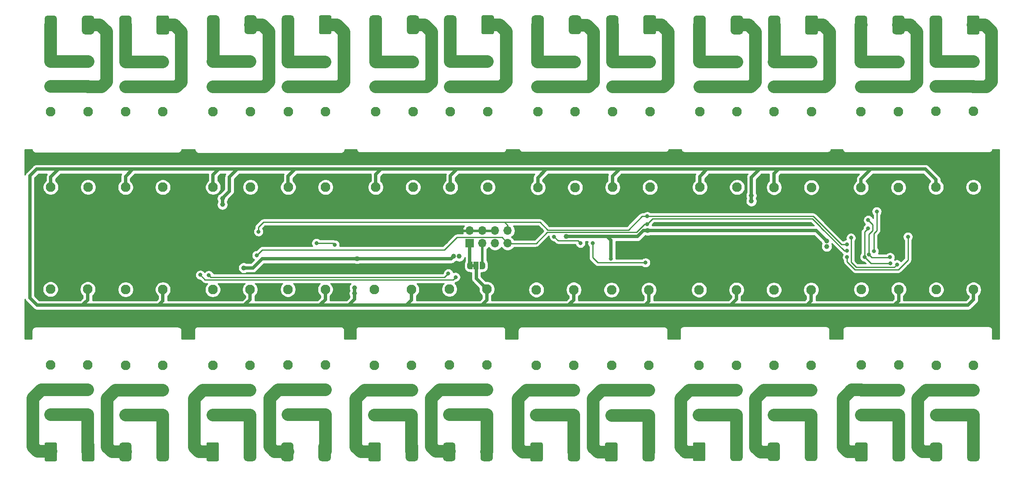
<source format=gbr>
%TF.GenerationSoftware,KiCad,Pcbnew,(5.1.12)-1*%
%TF.CreationDate,2021-12-07T00:39:26+01:00*%
%TF.ProjectId,boneIO - relay board,626f6e65-494f-4202-9d20-72656c617920,rev?*%
%TF.SameCoordinates,Original*%
%TF.FileFunction,Copper,L2,Bot*%
%TF.FilePolarity,Positive*%
%FSLAX46Y46*%
G04 Gerber Fmt 4.6, Leading zero omitted, Abs format (unit mm)*
G04 Created by KiCad (PCBNEW (5.1.12)-1) date 2021-12-07 00:39:26*
%MOMM*%
%LPD*%
G01*
G04 APERTURE LIST*
%TA.AperFunction,EtchedComponent*%
%ADD10C,0.100000*%
%TD*%
%TA.AperFunction,ComponentPad*%
%ADD11C,1.950000*%
%TD*%
%TA.AperFunction,SMDPad,CuDef*%
%ADD12C,0.100000*%
%TD*%
%TA.AperFunction,SMDPad,CuDef*%
%ADD13R,1.000000X1.500000*%
%TD*%
%TA.AperFunction,ComponentPad*%
%ADD14R,1.700000X1.700000*%
%TD*%
%TA.AperFunction,ComponentPad*%
%ADD15O,1.700000X1.700000*%
%TD*%
%TA.AperFunction,ViaPad*%
%ADD16C,0.800000*%
%TD*%
%TA.AperFunction,ViaPad*%
%ADD17C,1.000000*%
%TD*%
%TA.AperFunction,Conductor*%
%ADD18C,2.500000*%
%TD*%
%TA.AperFunction,Conductor*%
%ADD19C,0.500000*%
%TD*%
%TA.AperFunction,Conductor*%
%ADD20C,0.250000*%
%TD*%
%TA.AperFunction,Conductor*%
%ADD21C,0.700000*%
%TD*%
%TA.AperFunction,Conductor*%
%ADD22C,0.254000*%
%TD*%
%TA.AperFunction,Conductor*%
%ADD23C,0.100000*%
%TD*%
G04 APERTURE END LIST*
D10*
%TO.C,JP4*%
G36*
X378530000Y-320458000D02*
G01*
X379030000Y-320458000D01*
X379030000Y-319858000D01*
X378530000Y-319858000D01*
X378530000Y-320458000D01*
G37*
%TD*%
D11*
%TO.P,K24,11*%
%TO.N,Net-(J13-Pad3)*%
X471810000Y-345208000D03*
%TO.P,K24,12*%
%TO.N,Net-(K24-Pad12)*%
X471810000Y-340208000D03*
%TO.P,K24,14*%
%TO.N,Net-(J13-Pad4)*%
X471810000Y-350208000D03*
%TO.P,K24,21*%
%TO.N,Net-(J13-Pad3)*%
X479310000Y-345208000D03*
%TO.P,K24,22*%
%TO.N,Net-(K24-Pad22)*%
X479310000Y-340208000D03*
%TO.P,K24,24*%
%TO.N,Net-(J13-Pad4)*%
X479310000Y-350208000D03*
%TO.P,K24,A1*%
%TO.N,RELAY24*%
X471810000Y-325008000D03*
%TO.P,K24,A2*%
%TO.N,VCC*%
X479310000Y-325008000D03*
%TD*%
%TO.P,K23,11*%
%TO.N,Net-(J13-Pad1)*%
X456780000Y-345168000D03*
%TO.P,K23,12*%
%TO.N,Net-(K23-Pad12)*%
X456780000Y-340168000D03*
%TO.P,K23,14*%
%TO.N,Net-(J13-Pad2)*%
X456780000Y-350168000D03*
%TO.P,K23,21*%
%TO.N,Net-(J13-Pad1)*%
X464280000Y-345168000D03*
%TO.P,K23,22*%
%TO.N,Net-(K23-Pad22)*%
X464280000Y-340168000D03*
%TO.P,K23,24*%
%TO.N,Net-(J13-Pad2)*%
X464280000Y-350168000D03*
%TO.P,K23,A1*%
%TO.N,RELAY23*%
X456780000Y-324968000D03*
%TO.P,K23,A2*%
%TO.N,VCC*%
X464280000Y-324968000D03*
%TD*%
%TO.P,K22,11*%
%TO.N,Net-(J12-Pad3)*%
X464230000Y-284258000D03*
%TO.P,K22,12*%
%TO.N,Net-(K22-Pad12)*%
X464230000Y-289258000D03*
%TO.P,K22,14*%
%TO.N,Net-(J12-Pad4)*%
X464230000Y-279258000D03*
%TO.P,K22,21*%
%TO.N,Net-(J12-Pad3)*%
X456730000Y-284258000D03*
%TO.P,K22,22*%
%TO.N,Net-(K22-Pad22)*%
X456730000Y-289258000D03*
%TO.P,K22,24*%
%TO.N,Net-(J12-Pad4)*%
X456730000Y-279258000D03*
%TO.P,K22,A1*%
%TO.N,RELAY22*%
X464230000Y-304458000D03*
%TO.P,K22,A2*%
%TO.N,VCC*%
X456730000Y-304458000D03*
%TD*%
%TO.P,K21,11*%
%TO.N,Net-(J12-Pad1)*%
X479280000Y-284188000D03*
%TO.P,K21,12*%
%TO.N,Net-(K21-Pad12)*%
X479280000Y-289188000D03*
%TO.P,K21,14*%
%TO.N,Net-(J12-Pad2)*%
X479280000Y-279188000D03*
%TO.P,K21,21*%
%TO.N,Net-(J12-Pad1)*%
X471780000Y-284188000D03*
%TO.P,K21,22*%
%TO.N,Net-(K21-Pad22)*%
X471780000Y-289188000D03*
%TO.P,K21,24*%
%TO.N,Net-(J12-Pad2)*%
X471780000Y-279188000D03*
%TO.P,K21,A1*%
%TO.N,RELAY21*%
X479280000Y-304388000D03*
%TO.P,K21,A2*%
%TO.N,VCC*%
X471780000Y-304388000D03*
%TD*%
%TO.P,K20,11*%
%TO.N,Net-(J11-Pad1)*%
X446750000Y-284248000D03*
%TO.P,K20,12*%
%TO.N,Net-(K20-Pad12)*%
X446750000Y-289248000D03*
%TO.P,K20,14*%
%TO.N,Net-(J11-Pad2)*%
X446750000Y-279248000D03*
%TO.P,K20,21*%
%TO.N,Net-(J11-Pad1)*%
X439250000Y-284248000D03*
%TO.P,K20,22*%
%TO.N,Net-(K20-Pad22)*%
X439250000Y-289248000D03*
%TO.P,K20,24*%
%TO.N,Net-(J11-Pad2)*%
X439250000Y-279248000D03*
%TO.P,K20,A1*%
%TO.N,RELAY20*%
X446750000Y-304448000D03*
%TO.P,K20,A2*%
%TO.N,VCC*%
X439250000Y-304448000D03*
%TD*%
%TO.P,K19,11*%
%TO.N,Net-(J11-Pad3)*%
X431830000Y-284228000D03*
%TO.P,K19,12*%
%TO.N,Net-(K19-Pad12)*%
X431830000Y-289228000D03*
%TO.P,K19,14*%
%TO.N,Net-(J11-Pad4)*%
X431830000Y-279228000D03*
%TO.P,K19,21*%
%TO.N,Net-(J11-Pad3)*%
X424330000Y-284228000D03*
%TO.P,K19,22*%
%TO.N,Net-(K19-Pad22)*%
X424330000Y-289228000D03*
%TO.P,K19,24*%
%TO.N,Net-(J11-Pad4)*%
X424330000Y-279228000D03*
%TO.P,K19,A1*%
%TO.N,RELAY19*%
X431830000Y-304428000D03*
%TO.P,K19,A2*%
%TO.N,VCC*%
X424330000Y-304428000D03*
%TD*%
%TO.P,K18,11*%
%TO.N,Net-(J10-Pad1)*%
X414330000Y-284238000D03*
%TO.P,K18,12*%
%TO.N,Net-(K18-Pad12)*%
X414330000Y-289238000D03*
%TO.P,K18,14*%
%TO.N,Net-(J10-Pad2)*%
X414330000Y-279238000D03*
%TO.P,K18,21*%
%TO.N,Net-(J10-Pad1)*%
X406830000Y-284238000D03*
%TO.P,K18,22*%
%TO.N,Net-(K18-Pad22)*%
X406830000Y-289238000D03*
%TO.P,K18,24*%
%TO.N,Net-(J10-Pad2)*%
X406830000Y-279238000D03*
%TO.P,K18,A1*%
%TO.N,RELAY18*%
X414330000Y-304438000D03*
%TO.P,K18,A2*%
%TO.N,VCC*%
X406830000Y-304438000D03*
%TD*%
%TO.P,K17,11*%
%TO.N,Net-(J10-Pad3)*%
X399320000Y-284278000D03*
%TO.P,K17,12*%
%TO.N,Net-(K17-Pad12)*%
X399320000Y-289278000D03*
%TO.P,K17,14*%
%TO.N,Net-(J10-Pad4)*%
X399320000Y-279278000D03*
%TO.P,K17,21*%
%TO.N,Net-(J10-Pad3)*%
X391820000Y-284278000D03*
%TO.P,K17,22*%
%TO.N,Net-(K17-Pad22)*%
X391820000Y-289278000D03*
%TO.P,K17,24*%
%TO.N,Net-(J10-Pad4)*%
X391820000Y-279278000D03*
%TO.P,K17,A1*%
%TO.N,RELAY17*%
X399320000Y-304478000D03*
%TO.P,K17,A2*%
%TO.N,VCC*%
X391820000Y-304478000D03*
%TD*%
%TO.P,K16,11*%
%TO.N,Net-(J9-Pad3)*%
X334090000Y-284208000D03*
%TO.P,K16,12*%
%TO.N,Net-(K16-Pad12)*%
X334090000Y-289208000D03*
%TO.P,K16,14*%
%TO.N,Net-(J9-Pad4)*%
X334090000Y-279208000D03*
%TO.P,K16,21*%
%TO.N,Net-(J9-Pad3)*%
X326590000Y-284208000D03*
%TO.P,K16,22*%
%TO.N,Net-(K16-Pad22)*%
X326590000Y-289208000D03*
%TO.P,K16,24*%
%TO.N,Net-(J9-Pad4)*%
X326590000Y-279208000D03*
%TO.P,K16,A1*%
%TO.N,RELAY13*%
X334090000Y-304408000D03*
%TO.P,K16,A2*%
%TO.N,VCC*%
X326590000Y-304408000D03*
%TD*%
%TO.P,K15,11*%
%TO.N,Net-(J9-Pad1)*%
X349170000Y-284228000D03*
%TO.P,K15,12*%
%TO.N,Net-(K15-Pad12)*%
X349170000Y-289228000D03*
%TO.P,K15,14*%
%TO.N,Net-(J9-Pad2)*%
X349170000Y-279228000D03*
%TO.P,K15,21*%
%TO.N,Net-(J9-Pad1)*%
X341670000Y-284228000D03*
%TO.P,K15,22*%
%TO.N,Net-(K15-Pad22)*%
X341670000Y-289228000D03*
%TO.P,K15,24*%
%TO.N,Net-(J9-Pad2)*%
X341670000Y-279228000D03*
%TO.P,K15,A1*%
%TO.N,RELAY14*%
X349170000Y-304428000D03*
%TO.P,K15,A2*%
%TO.N,VCC*%
X341670000Y-304428000D03*
%TD*%
%TO.P,K14,11*%
%TO.N,Net-(J8-Pad3)*%
X366750000Y-284228000D03*
%TO.P,K14,12*%
%TO.N,Net-(K14-Pad12)*%
X366750000Y-289228000D03*
%TO.P,K14,14*%
%TO.N,Net-(J8-Pad4)*%
X366750000Y-279228000D03*
%TO.P,K14,21*%
%TO.N,Net-(J8-Pad3)*%
X359250000Y-284228000D03*
%TO.P,K14,22*%
%TO.N,Net-(K14-Pad22)*%
X359250000Y-289228000D03*
%TO.P,K14,24*%
%TO.N,Net-(J8-Pad4)*%
X359250000Y-279228000D03*
%TO.P,K14,A1*%
%TO.N,RELAY15*%
X366750000Y-304428000D03*
%TO.P,K14,A2*%
%TO.N,VCC*%
X359250000Y-304428000D03*
%TD*%
%TO.P,K13,11*%
%TO.N,Net-(J8-Pad1)*%
X381760000Y-284208000D03*
%TO.P,K13,12*%
%TO.N,Net-(K13-Pad12)*%
X381760000Y-289208000D03*
%TO.P,K13,14*%
%TO.N,Net-(J8-Pad2)*%
X381760000Y-279208000D03*
%TO.P,K13,21*%
%TO.N,Net-(J8-Pad1)*%
X374260000Y-284208000D03*
%TO.P,K13,22*%
%TO.N,Net-(K13-Pad22)*%
X374260000Y-289208000D03*
%TO.P,K13,24*%
%TO.N,Net-(J8-Pad2)*%
X374260000Y-279208000D03*
%TO.P,K13,A1*%
%TO.N,RELAY16*%
X381760000Y-304408000D03*
%TO.P,K13,A2*%
%TO.N,VCC*%
X374260000Y-304408000D03*
%TD*%
%TO.P,K12,11*%
%TO.N,Net-(J7-Pad1)*%
X316500000Y-284238000D03*
%TO.P,K12,12*%
%TO.N,Net-(K12-Pad12)*%
X316500000Y-289238000D03*
%TO.P,K12,14*%
%TO.N,Net-(J7-Pad2)*%
X316500000Y-279238000D03*
%TO.P,K12,21*%
%TO.N,Net-(J7-Pad1)*%
X309000000Y-284238000D03*
%TO.P,K12,22*%
%TO.N,Net-(K12-Pad22)*%
X309000000Y-289238000D03*
%TO.P,K12,24*%
%TO.N,Net-(J7-Pad2)*%
X309000000Y-279238000D03*
%TO.P,K12,A1*%
%TO.N,RELAY12*%
X316500000Y-304438000D03*
%TO.P,K12,A2*%
%TO.N,VCC*%
X309000000Y-304438000D03*
%TD*%
%TO.P,K11,11*%
%TO.N,Net-(J7-Pad3)*%
X301490000Y-284208000D03*
%TO.P,K11,12*%
%TO.N,Net-(K11-Pad12)*%
X301490000Y-289208000D03*
%TO.P,K11,14*%
%TO.N,Net-(J7-Pad4)*%
X301490000Y-279208000D03*
%TO.P,K11,21*%
%TO.N,Net-(J7-Pad3)*%
X293990000Y-284208000D03*
%TO.P,K11,22*%
%TO.N,Net-(K11-Pad22)*%
X293990000Y-289208000D03*
%TO.P,K11,24*%
%TO.N,Net-(J7-Pad4)*%
X293990000Y-279208000D03*
%TO.P,K11,A1*%
%TO.N,RELAY11*%
X301490000Y-304408000D03*
%TO.P,K11,A2*%
%TO.N,VCC*%
X293990000Y-304408000D03*
%TD*%
%TO.P,K10,11*%
%TO.N,Net-(J6-Pad3)*%
X439210000Y-345248000D03*
%TO.P,K10,12*%
%TO.N,Net-(K10-Pad12)*%
X439210000Y-340248000D03*
%TO.P,K10,14*%
%TO.N,Net-(J6-Pad4)*%
X439210000Y-350248000D03*
%TO.P,K10,21*%
%TO.N,Net-(J6-Pad3)*%
X446710000Y-345248000D03*
%TO.P,K10,22*%
%TO.N,Net-(K10-Pad22)*%
X446710000Y-340248000D03*
%TO.P,K10,24*%
%TO.N,Net-(J6-Pad4)*%
X446710000Y-350248000D03*
%TO.P,K10,A1*%
%TO.N,RELAY10*%
X439210000Y-325048000D03*
%TO.P,K10,A2*%
%TO.N,VCC*%
X446710000Y-325048000D03*
%TD*%
%TO.P,K9,11*%
%TO.N,Net-(J6-Pad1)*%
X424200000Y-345228000D03*
%TO.P,K9,12*%
%TO.N,Net-(K9-Pad12)*%
X424200000Y-340228000D03*
%TO.P,K9,14*%
%TO.N,Net-(J6-Pad2)*%
X424200000Y-350228000D03*
%TO.P,K9,21*%
%TO.N,Net-(J6-Pad1)*%
X431700000Y-345228000D03*
%TO.P,K9,22*%
%TO.N,Net-(K9-Pad22)*%
X431700000Y-340228000D03*
%TO.P,K9,24*%
%TO.N,Net-(J6-Pad2)*%
X431700000Y-350228000D03*
%TO.P,K9,A1*%
%TO.N,RELAY9*%
X424200000Y-325028000D03*
%TO.P,K9,A2*%
%TO.N,VCC*%
X431700000Y-325028000D03*
%TD*%
%TO.P,K8,11*%
%TO.N,Net-(J5-Pad3)*%
X406610000Y-345248000D03*
%TO.P,K8,12*%
%TO.N,Net-(K8-Pad12)*%
X406610000Y-340248000D03*
%TO.P,K8,14*%
%TO.N,Net-(J5-Pad4)*%
X406610000Y-350248000D03*
%TO.P,K8,21*%
%TO.N,Net-(J5-Pad3)*%
X414110000Y-345248000D03*
%TO.P,K8,22*%
%TO.N,Net-(K8-Pad22)*%
X414110000Y-340248000D03*
%TO.P,K8,24*%
%TO.N,Net-(J5-Pad4)*%
X414110000Y-350248000D03*
%TO.P,K8,A1*%
%TO.N,RELAY8*%
X406610000Y-325048000D03*
%TO.P,K8,A2*%
%TO.N,VCC*%
X414110000Y-325048000D03*
%TD*%
%TO.P,K7,11*%
%TO.N,Net-(J5-Pad1)*%
X391520000Y-345218000D03*
%TO.P,K7,12*%
%TO.N,Net-(K7-Pad12)*%
X391520000Y-340218000D03*
%TO.P,K7,14*%
%TO.N,Net-(J5-Pad2)*%
X391520000Y-350218000D03*
%TO.P,K7,21*%
%TO.N,Net-(J5-Pad1)*%
X399020000Y-345218000D03*
%TO.P,K7,22*%
%TO.N,Net-(K7-Pad22)*%
X399020000Y-340218000D03*
%TO.P,K7,24*%
%TO.N,Net-(J5-Pad2)*%
X399020000Y-350218000D03*
%TO.P,K7,A1*%
%TO.N,RELAY7*%
X391520000Y-325018000D03*
%TO.P,K7,A2*%
%TO.N,VCC*%
X399020000Y-325018000D03*
%TD*%
%TO.P,K6,11*%
%TO.N,Net-(J4-Pad3)*%
X374070000Y-345098000D03*
%TO.P,K6,12*%
%TO.N,Net-(K6-Pad12)*%
X374070000Y-340098000D03*
%TO.P,K6,14*%
%TO.N,Net-(J4-Pad4)*%
X374070000Y-350098000D03*
%TO.P,K6,21*%
%TO.N,Net-(J4-Pad3)*%
X381570000Y-345098000D03*
%TO.P,K6,22*%
%TO.N,Net-(K6-Pad22)*%
X381570000Y-340098000D03*
%TO.P,K6,24*%
%TO.N,Net-(J4-Pad4)*%
X381570000Y-350098000D03*
%TO.P,K6,A1*%
%TO.N,RELAY6*%
X374070000Y-324898000D03*
%TO.P,K6,A2*%
%TO.N,VCC*%
X381570000Y-324898000D03*
%TD*%
%TO.P,K5,11*%
%TO.N,Net-(J4-Pad1)*%
X358960000Y-345188000D03*
%TO.P,K5,12*%
%TO.N,Net-(K5-Pad12)*%
X358960000Y-340188000D03*
%TO.P,K5,14*%
%TO.N,Net-(J4-Pad2)*%
X358960000Y-350188000D03*
%TO.P,K5,21*%
%TO.N,Net-(J4-Pad1)*%
X366460000Y-345188000D03*
%TO.P,K5,22*%
%TO.N,Net-(K5-Pad22)*%
X366460000Y-340188000D03*
%TO.P,K5,24*%
%TO.N,Net-(J4-Pad2)*%
X366460000Y-350188000D03*
%TO.P,K5,A1*%
%TO.N,RELAY5*%
X358960000Y-324988000D03*
%TO.P,K5,A2*%
%TO.N,VCC*%
X366460000Y-324988000D03*
%TD*%
%TO.P,K4,11*%
%TO.N,Net-(J2-Pad3)*%
X341630000Y-345138000D03*
%TO.P,K4,12*%
%TO.N,Net-(K4-Pad12)*%
X341630000Y-340138000D03*
%TO.P,K4,14*%
%TO.N,Net-(J2-Pad4)*%
X341630000Y-350138000D03*
%TO.P,K4,21*%
%TO.N,Net-(J2-Pad3)*%
X349130000Y-345138000D03*
%TO.P,K4,22*%
%TO.N,Net-(K4-Pad22)*%
X349130000Y-340138000D03*
%TO.P,K4,24*%
%TO.N,Net-(J2-Pad4)*%
X349130000Y-350138000D03*
%TO.P,K4,A1*%
%TO.N,RELAY4*%
X341630000Y-324938000D03*
%TO.P,K4,A2*%
%TO.N,VCC*%
X349130000Y-324938000D03*
%TD*%
%TO.P,K3,11*%
%TO.N,Net-(J2-Pad1)*%
X326520000Y-345188000D03*
%TO.P,K3,12*%
%TO.N,Net-(K3-Pad12)*%
X326520000Y-340188000D03*
%TO.P,K3,14*%
%TO.N,Net-(J2-Pad2)*%
X326520000Y-350188000D03*
%TO.P,K3,21*%
%TO.N,Net-(J2-Pad1)*%
X334020000Y-345188000D03*
%TO.P,K3,22*%
%TO.N,Net-(K3-Pad22)*%
X334020000Y-340188000D03*
%TO.P,K3,24*%
%TO.N,Net-(J2-Pad2)*%
X334020000Y-350188000D03*
%TO.P,K3,A1*%
%TO.N,RELAY3*%
X326520000Y-324988000D03*
%TO.P,K3,A2*%
%TO.N,VCC*%
X334020000Y-324988000D03*
%TD*%
%TO.P,K2,11*%
%TO.N,Net-(J1-Pad3)*%
X309020000Y-345178000D03*
%TO.P,K2,12*%
%TO.N,Net-(K2-Pad12)*%
X309020000Y-340178000D03*
%TO.P,K2,14*%
%TO.N,Net-(J1-Pad4)*%
X309020000Y-350178000D03*
%TO.P,K2,21*%
%TO.N,Net-(J1-Pad3)*%
X316520000Y-345178000D03*
%TO.P,K2,22*%
%TO.N,Net-(K2-Pad22)*%
X316520000Y-340178000D03*
%TO.P,K2,24*%
%TO.N,Net-(J1-Pad4)*%
X316520000Y-350178000D03*
%TO.P,K2,A1*%
%TO.N,RELAY2*%
X309020000Y-324978000D03*
%TO.P,K2,A2*%
%TO.N,VCC*%
X316520000Y-324978000D03*
%TD*%
%TO.P,K1,11*%
%TO.N,Net-(J1-Pad1)*%
X293930000Y-345128000D03*
%TO.P,K1,12*%
%TO.N,Net-(K1-Pad12)*%
X293930000Y-340128000D03*
%TO.P,K1,14*%
%TO.N,Net-(J1-Pad2)*%
X293930000Y-350128000D03*
%TO.P,K1,21*%
%TO.N,Net-(J1-Pad1)*%
X301430000Y-345128000D03*
%TO.P,K1,22*%
%TO.N,Net-(K1-Pad22)*%
X301430000Y-340128000D03*
%TO.P,K1,24*%
%TO.N,Net-(J1-Pad2)*%
X301430000Y-350128000D03*
%TO.P,K1,A1*%
%TO.N,RELAY1*%
X293930000Y-324928000D03*
%TO.P,K1,A2*%
%TO.N,VCC*%
X301430000Y-324928000D03*
%TD*%
%TA.AperFunction,SMDPad,CuDef*%
D12*
%TO.P,JP4,1*%
%TO.N,+24V*%
G36*
X378680000Y-320908000D02*
G01*
X378130000Y-320908000D01*
X378130000Y-320907398D01*
X378105466Y-320907398D01*
X378056635Y-320902588D01*
X378008510Y-320893016D01*
X377961555Y-320878772D01*
X377916222Y-320859995D01*
X377872949Y-320836864D01*
X377832150Y-320809604D01*
X377794221Y-320778476D01*
X377759524Y-320743779D01*
X377728396Y-320705850D01*
X377701136Y-320665051D01*
X377678005Y-320621778D01*
X377659228Y-320576445D01*
X377644984Y-320529490D01*
X377635412Y-320481365D01*
X377630602Y-320432534D01*
X377630602Y-320408000D01*
X377630000Y-320408000D01*
X377630000Y-319908000D01*
X377630602Y-319908000D01*
X377630602Y-319883466D01*
X377635412Y-319834635D01*
X377644984Y-319786510D01*
X377659228Y-319739555D01*
X377678005Y-319694222D01*
X377701136Y-319650949D01*
X377728396Y-319610150D01*
X377759524Y-319572221D01*
X377794221Y-319537524D01*
X377832150Y-319506396D01*
X377872949Y-319479136D01*
X377916222Y-319456005D01*
X377961555Y-319437228D01*
X378008510Y-319422984D01*
X378056635Y-319413412D01*
X378105466Y-319408602D01*
X378130000Y-319408602D01*
X378130000Y-319408000D01*
X378680000Y-319408000D01*
X378680000Y-320908000D01*
G37*
%TD.AperFunction*%
D13*
%TO.P,JP4,2*%
%TO.N,VCC*%
X379430000Y-320158000D03*
%TA.AperFunction,SMDPad,CuDef*%
D12*
%TO.P,JP4,3*%
%TO.N,+5V*%
G36*
X380730000Y-319408602D02*
G01*
X380754534Y-319408602D01*
X380803365Y-319413412D01*
X380851490Y-319422984D01*
X380898445Y-319437228D01*
X380943778Y-319456005D01*
X380987051Y-319479136D01*
X381027850Y-319506396D01*
X381065779Y-319537524D01*
X381100476Y-319572221D01*
X381131604Y-319610150D01*
X381158864Y-319650949D01*
X381181995Y-319694222D01*
X381200772Y-319739555D01*
X381215016Y-319786510D01*
X381224588Y-319834635D01*
X381229398Y-319883466D01*
X381229398Y-319908000D01*
X381230000Y-319908000D01*
X381230000Y-320408000D01*
X381229398Y-320408000D01*
X381229398Y-320432534D01*
X381224588Y-320481365D01*
X381215016Y-320529490D01*
X381200772Y-320576445D01*
X381181995Y-320621778D01*
X381158864Y-320665051D01*
X381131604Y-320705850D01*
X381100476Y-320743779D01*
X381065779Y-320778476D01*
X381027850Y-320809604D01*
X380987051Y-320836864D01*
X380943778Y-320859995D01*
X380898445Y-320878772D01*
X380851490Y-320893016D01*
X380803365Y-320902588D01*
X380754534Y-320907398D01*
X380730000Y-320907398D01*
X380730000Y-320908000D01*
X380180000Y-320908000D01*
X380180000Y-319408000D01*
X380730000Y-319408000D01*
X380730000Y-319408602D01*
G37*
%TD.AperFunction*%
%TD*%
%TO.P,J13,4*%
%TO.N,Net-(J13-Pad4)*%
%TA.AperFunction,ComponentPad*%
G36*
G01*
X478040000Y-358883000D02*
X478040000Y-356333000D01*
G75*
G02*
X478665000Y-355708000I625000J0D01*
G01*
X479915000Y-355708000D01*
G75*
G02*
X480540000Y-356333000I0J-625000D01*
G01*
X480540000Y-358883000D01*
G75*
G02*
X479915000Y-359508000I-625000J0D01*
G01*
X478665000Y-359508000D01*
G75*
G02*
X478040000Y-358883000I0J625000D01*
G01*
G37*
%TD.AperFunction*%
%TO.P,J13,3*%
%TO.N,Net-(J13-Pad3)*%
%TA.AperFunction,ComponentPad*%
G36*
G01*
X470540000Y-358883000D02*
X470540000Y-356333000D01*
G75*
G02*
X471165000Y-355708000I625000J0D01*
G01*
X472415000Y-355708000D01*
G75*
G02*
X473040000Y-356333000I0J-625000D01*
G01*
X473040000Y-358883000D01*
G75*
G02*
X472415000Y-359508000I-625000J0D01*
G01*
X471165000Y-359508000D01*
G75*
G02*
X470540000Y-358883000I0J625000D01*
G01*
G37*
%TD.AperFunction*%
%TO.P,J13,2*%
%TO.N,Net-(J13-Pad2)*%
%TA.AperFunction,ComponentPad*%
G36*
G01*
X463040000Y-358883000D02*
X463040000Y-356333000D01*
G75*
G02*
X463665000Y-355708000I625000J0D01*
G01*
X464915000Y-355708000D01*
G75*
G02*
X465540000Y-356333000I0J-625000D01*
G01*
X465540000Y-358883000D01*
G75*
G02*
X464915000Y-359508000I-625000J0D01*
G01*
X463665000Y-359508000D01*
G75*
G02*
X463040000Y-358883000I0J625000D01*
G01*
G37*
%TD.AperFunction*%
%TO.P,J13,1*%
%TO.N,Net-(J13-Pad1)*%
%TA.AperFunction,ComponentPad*%
G36*
G01*
X455540000Y-359195500D02*
X455540000Y-356020500D01*
G75*
G02*
X455852500Y-355708000I312500J0D01*
G01*
X457727500Y-355708000D01*
G75*
G02*
X458040000Y-356020500I0J-312500D01*
G01*
X458040000Y-359195500D01*
G75*
G02*
X457727500Y-359508000I-312500J0D01*
G01*
X455852500Y-359508000D01*
G75*
G02*
X455540000Y-359195500I0J312500D01*
G01*
G37*
%TD.AperFunction*%
%TD*%
%TO.P,J12,4*%
%TO.N,Net-(J12-Pad4)*%
%TA.AperFunction,ComponentPad*%
G36*
G01*
X458000000Y-270543000D02*
X458000000Y-273093000D01*
G75*
G02*
X457375000Y-273718000I-625000J0D01*
G01*
X456125000Y-273718000D01*
G75*
G02*
X455500000Y-273093000I0J625000D01*
G01*
X455500000Y-270543000D01*
G75*
G02*
X456125000Y-269918000I625000J0D01*
G01*
X457375000Y-269918000D01*
G75*
G02*
X458000000Y-270543000I0J-625000D01*
G01*
G37*
%TD.AperFunction*%
%TO.P,J12,3*%
%TO.N,Net-(J12-Pad3)*%
%TA.AperFunction,ComponentPad*%
G36*
G01*
X465500000Y-270543000D02*
X465500000Y-273093000D01*
G75*
G02*
X464875000Y-273718000I-625000J0D01*
G01*
X463625000Y-273718000D01*
G75*
G02*
X463000000Y-273093000I0J625000D01*
G01*
X463000000Y-270543000D01*
G75*
G02*
X463625000Y-269918000I625000J0D01*
G01*
X464875000Y-269918000D01*
G75*
G02*
X465500000Y-270543000I0J-625000D01*
G01*
G37*
%TD.AperFunction*%
%TO.P,J12,2*%
%TO.N,Net-(J12-Pad2)*%
%TA.AperFunction,ComponentPad*%
G36*
G01*
X473000000Y-270543000D02*
X473000000Y-273093000D01*
G75*
G02*
X472375000Y-273718000I-625000J0D01*
G01*
X471125000Y-273718000D01*
G75*
G02*
X470500000Y-273093000I0J625000D01*
G01*
X470500000Y-270543000D01*
G75*
G02*
X471125000Y-269918000I625000J0D01*
G01*
X472375000Y-269918000D01*
G75*
G02*
X473000000Y-270543000I0J-625000D01*
G01*
G37*
%TD.AperFunction*%
%TO.P,J12,1*%
%TO.N,Net-(J12-Pad1)*%
%TA.AperFunction,ComponentPad*%
G36*
G01*
X480500000Y-270230500D02*
X480500000Y-273405500D01*
G75*
G02*
X480187500Y-273718000I-312500J0D01*
G01*
X478312500Y-273718000D01*
G75*
G02*
X478000000Y-273405500I0J312500D01*
G01*
X478000000Y-270230500D01*
G75*
G02*
X478312500Y-269918000I312500J0D01*
G01*
X480187500Y-269918000D01*
G75*
G02*
X480500000Y-270230500I0J-312500D01*
G01*
G37*
%TD.AperFunction*%
%TD*%
%TO.P,J10,4*%
%TO.N,Net-(J10-Pad4)*%
%TA.AperFunction,ComponentPad*%
G36*
G01*
X393040000Y-270523000D02*
X393040000Y-273073000D01*
G75*
G02*
X392415000Y-273698000I-625000J0D01*
G01*
X391165000Y-273698000D01*
G75*
G02*
X390540000Y-273073000I0J625000D01*
G01*
X390540000Y-270523000D01*
G75*
G02*
X391165000Y-269898000I625000J0D01*
G01*
X392415000Y-269898000D01*
G75*
G02*
X393040000Y-270523000I0J-625000D01*
G01*
G37*
%TD.AperFunction*%
%TO.P,J10,3*%
%TO.N,Net-(J10-Pad3)*%
%TA.AperFunction,ComponentPad*%
G36*
G01*
X400540000Y-270523000D02*
X400540000Y-273073000D01*
G75*
G02*
X399915000Y-273698000I-625000J0D01*
G01*
X398665000Y-273698000D01*
G75*
G02*
X398040000Y-273073000I0J625000D01*
G01*
X398040000Y-270523000D01*
G75*
G02*
X398665000Y-269898000I625000J0D01*
G01*
X399915000Y-269898000D01*
G75*
G02*
X400540000Y-270523000I0J-625000D01*
G01*
G37*
%TD.AperFunction*%
%TO.P,J10,2*%
%TO.N,Net-(J10-Pad2)*%
%TA.AperFunction,ComponentPad*%
G36*
G01*
X408040000Y-270523000D02*
X408040000Y-273073000D01*
G75*
G02*
X407415000Y-273698000I-625000J0D01*
G01*
X406165000Y-273698000D01*
G75*
G02*
X405540000Y-273073000I0J625000D01*
G01*
X405540000Y-270523000D01*
G75*
G02*
X406165000Y-269898000I625000J0D01*
G01*
X407415000Y-269898000D01*
G75*
G02*
X408040000Y-270523000I0J-625000D01*
G01*
G37*
%TD.AperFunction*%
%TO.P,J10,1*%
%TO.N,Net-(J10-Pad1)*%
%TA.AperFunction,ComponentPad*%
G36*
G01*
X415540000Y-270210500D02*
X415540000Y-273385500D01*
G75*
G02*
X415227500Y-273698000I-312500J0D01*
G01*
X413352500Y-273698000D01*
G75*
G02*
X413040000Y-273385500I0J312500D01*
G01*
X413040000Y-270210500D01*
G75*
G02*
X413352500Y-269898000I312500J0D01*
G01*
X415227500Y-269898000D01*
G75*
G02*
X415540000Y-270210500I0J-312500D01*
G01*
G37*
%TD.AperFunction*%
%TD*%
%TO.P,J9,4*%
%TO.N,Net-(J9-Pad4)*%
%TA.AperFunction,ComponentPad*%
G36*
G01*
X327870000Y-270493000D02*
X327870000Y-273043000D01*
G75*
G02*
X327245000Y-273668000I-625000J0D01*
G01*
X325995000Y-273668000D01*
G75*
G02*
X325370000Y-273043000I0J625000D01*
G01*
X325370000Y-270493000D01*
G75*
G02*
X325995000Y-269868000I625000J0D01*
G01*
X327245000Y-269868000D01*
G75*
G02*
X327870000Y-270493000I0J-625000D01*
G01*
G37*
%TD.AperFunction*%
%TO.P,J9,3*%
%TO.N,Net-(J9-Pad3)*%
%TA.AperFunction,ComponentPad*%
G36*
G01*
X335370000Y-270493000D02*
X335370000Y-273043000D01*
G75*
G02*
X334745000Y-273668000I-625000J0D01*
G01*
X333495000Y-273668000D01*
G75*
G02*
X332870000Y-273043000I0J625000D01*
G01*
X332870000Y-270493000D01*
G75*
G02*
X333495000Y-269868000I625000J0D01*
G01*
X334745000Y-269868000D01*
G75*
G02*
X335370000Y-270493000I0J-625000D01*
G01*
G37*
%TD.AperFunction*%
%TO.P,J9,2*%
%TO.N,Net-(J9-Pad2)*%
%TA.AperFunction,ComponentPad*%
G36*
G01*
X342870000Y-270493000D02*
X342870000Y-273043000D01*
G75*
G02*
X342245000Y-273668000I-625000J0D01*
G01*
X340995000Y-273668000D01*
G75*
G02*
X340370000Y-273043000I0J625000D01*
G01*
X340370000Y-270493000D01*
G75*
G02*
X340995000Y-269868000I625000J0D01*
G01*
X342245000Y-269868000D01*
G75*
G02*
X342870000Y-270493000I0J-625000D01*
G01*
G37*
%TD.AperFunction*%
%TO.P,J9,1*%
%TO.N,Net-(J9-Pad1)*%
%TA.AperFunction,ComponentPad*%
G36*
G01*
X350370000Y-270180500D02*
X350370000Y-273355500D01*
G75*
G02*
X350057500Y-273668000I-312500J0D01*
G01*
X348182500Y-273668000D01*
G75*
G02*
X347870000Y-273355500I0J312500D01*
G01*
X347870000Y-270180500D01*
G75*
G02*
X348182500Y-269868000I312500J0D01*
G01*
X350057500Y-269868000D01*
G75*
G02*
X350370000Y-270180500I0J-312500D01*
G01*
G37*
%TD.AperFunction*%
%TD*%
%TO.P,J8,4*%
%TO.N,Net-(J8-Pad4)*%
%TA.AperFunction,ComponentPad*%
G36*
G01*
X360490000Y-270513000D02*
X360490000Y-273063000D01*
G75*
G02*
X359865000Y-273688000I-625000J0D01*
G01*
X358615000Y-273688000D01*
G75*
G02*
X357990000Y-273063000I0J625000D01*
G01*
X357990000Y-270513000D01*
G75*
G02*
X358615000Y-269888000I625000J0D01*
G01*
X359865000Y-269888000D01*
G75*
G02*
X360490000Y-270513000I0J-625000D01*
G01*
G37*
%TD.AperFunction*%
%TO.P,J8,3*%
%TO.N,Net-(J8-Pad3)*%
%TA.AperFunction,ComponentPad*%
G36*
G01*
X367990000Y-270513000D02*
X367990000Y-273063000D01*
G75*
G02*
X367365000Y-273688000I-625000J0D01*
G01*
X366115000Y-273688000D01*
G75*
G02*
X365490000Y-273063000I0J625000D01*
G01*
X365490000Y-270513000D01*
G75*
G02*
X366115000Y-269888000I625000J0D01*
G01*
X367365000Y-269888000D01*
G75*
G02*
X367990000Y-270513000I0J-625000D01*
G01*
G37*
%TD.AperFunction*%
%TO.P,J8,2*%
%TO.N,Net-(J8-Pad2)*%
%TA.AperFunction,ComponentPad*%
G36*
G01*
X375490000Y-270513000D02*
X375490000Y-273063000D01*
G75*
G02*
X374865000Y-273688000I-625000J0D01*
G01*
X373615000Y-273688000D01*
G75*
G02*
X372990000Y-273063000I0J625000D01*
G01*
X372990000Y-270513000D01*
G75*
G02*
X373615000Y-269888000I625000J0D01*
G01*
X374865000Y-269888000D01*
G75*
G02*
X375490000Y-270513000I0J-625000D01*
G01*
G37*
%TD.AperFunction*%
%TO.P,J8,1*%
%TO.N,Net-(J8-Pad1)*%
%TA.AperFunction,ComponentPad*%
G36*
G01*
X382990000Y-270200500D02*
X382990000Y-273375500D01*
G75*
G02*
X382677500Y-273688000I-312500J0D01*
G01*
X380802500Y-273688000D01*
G75*
G02*
X380490000Y-273375500I0J312500D01*
G01*
X380490000Y-270200500D01*
G75*
G02*
X380802500Y-269888000I312500J0D01*
G01*
X382677500Y-269888000D01*
G75*
G02*
X382990000Y-270200500I0J-312500D01*
G01*
G37*
%TD.AperFunction*%
%TD*%
D14*
%TO.P,J3,1*%
%TO.N,+24V*%
X378132200Y-315699000D03*
D15*
%TO.P,J3,2*%
%TO.N,GND*%
X378132200Y-313159000D03*
%TO.P,J3,3*%
%TO.N,+5V*%
X380672200Y-315699000D03*
%TO.P,J3,4*%
%TO.N,GND*%
X380672200Y-313159000D03*
%TO.P,J3,5*%
%TO.N,+3V3*%
X383212200Y-315699000D03*
%TO.P,J3,6*%
%TO.N,GND*%
X383212200Y-313159000D03*
%TO.P,J3,7*%
%TO.N,SCL*%
X385752200Y-315699000D03*
%TO.P,J3,8*%
%TO.N,SDA*%
X385752200Y-313159000D03*
%TD*%
%TO.P,J1,4*%
%TO.N,Net-(J1-Pad4)*%
%TA.AperFunction,ComponentPad*%
G36*
G01*
X315240000Y-358883000D02*
X315240000Y-356333000D01*
G75*
G02*
X315865000Y-355708000I625000J0D01*
G01*
X317115000Y-355708000D01*
G75*
G02*
X317740000Y-356333000I0J-625000D01*
G01*
X317740000Y-358883000D01*
G75*
G02*
X317115000Y-359508000I-625000J0D01*
G01*
X315865000Y-359508000D01*
G75*
G02*
X315240000Y-358883000I0J625000D01*
G01*
G37*
%TD.AperFunction*%
%TO.P,J1,3*%
%TO.N,Net-(J1-Pad3)*%
%TA.AperFunction,ComponentPad*%
G36*
G01*
X307740000Y-358883000D02*
X307740000Y-356333000D01*
G75*
G02*
X308365000Y-355708000I625000J0D01*
G01*
X309615000Y-355708000D01*
G75*
G02*
X310240000Y-356333000I0J-625000D01*
G01*
X310240000Y-358883000D01*
G75*
G02*
X309615000Y-359508000I-625000J0D01*
G01*
X308365000Y-359508000D01*
G75*
G02*
X307740000Y-358883000I0J625000D01*
G01*
G37*
%TD.AperFunction*%
%TO.P,J1,2*%
%TO.N,Net-(J1-Pad2)*%
%TA.AperFunction,ComponentPad*%
G36*
G01*
X300240000Y-359195500D02*
X300240000Y-356020500D01*
G75*
G02*
X300552500Y-355708000I312500J0D01*
G01*
X302427500Y-355708000D01*
G75*
G02*
X302740000Y-356020500I0J-312500D01*
G01*
X302740000Y-359195500D01*
G75*
G02*
X302427500Y-359508000I-312500J0D01*
G01*
X300552500Y-359508000D01*
G75*
G02*
X300240000Y-359195500I0J312500D01*
G01*
G37*
%TD.AperFunction*%
%TO.P,J1,1*%
%TO.N,Net-(J1-Pad1)*%
%TA.AperFunction,ComponentPad*%
G36*
G01*
X292740000Y-359195500D02*
X292740000Y-356020500D01*
G75*
G02*
X293052500Y-355708000I312500J0D01*
G01*
X294927500Y-355708000D01*
G75*
G02*
X295240000Y-356020500I0J-312500D01*
G01*
X295240000Y-359195500D01*
G75*
G02*
X294927500Y-359508000I-312500J0D01*
G01*
X293052500Y-359508000D01*
G75*
G02*
X292740000Y-359195500I0J312500D01*
G01*
G37*
%TD.AperFunction*%
%TD*%
%TO.P,J11,4*%
%TO.N,Net-(J11-Pad4)*%
%TA.AperFunction,ComponentPad*%
G36*
G01*
X425550000Y-270543000D02*
X425550000Y-273093000D01*
G75*
G02*
X424925000Y-273718000I-625000J0D01*
G01*
X423675000Y-273718000D01*
G75*
G02*
X423050000Y-273093000I0J625000D01*
G01*
X423050000Y-270543000D01*
G75*
G02*
X423675000Y-269918000I625000J0D01*
G01*
X424925000Y-269918000D01*
G75*
G02*
X425550000Y-270543000I0J-625000D01*
G01*
G37*
%TD.AperFunction*%
%TO.P,J11,3*%
%TO.N,Net-(J11-Pad3)*%
%TA.AperFunction,ComponentPad*%
G36*
G01*
X433050000Y-270543000D02*
X433050000Y-273093000D01*
G75*
G02*
X432425000Y-273718000I-625000J0D01*
G01*
X431175000Y-273718000D01*
G75*
G02*
X430550000Y-273093000I0J625000D01*
G01*
X430550000Y-270543000D01*
G75*
G02*
X431175000Y-269918000I625000J0D01*
G01*
X432425000Y-269918000D01*
G75*
G02*
X433050000Y-270543000I0J-625000D01*
G01*
G37*
%TD.AperFunction*%
%TO.P,J11,2*%
%TO.N,Net-(J11-Pad2)*%
%TA.AperFunction,ComponentPad*%
G36*
G01*
X440550000Y-270543000D02*
X440550000Y-273093000D01*
G75*
G02*
X439925000Y-273718000I-625000J0D01*
G01*
X438675000Y-273718000D01*
G75*
G02*
X438050000Y-273093000I0J625000D01*
G01*
X438050000Y-270543000D01*
G75*
G02*
X438675000Y-269918000I625000J0D01*
G01*
X439925000Y-269918000D01*
G75*
G02*
X440550000Y-270543000I0J-625000D01*
G01*
G37*
%TD.AperFunction*%
%TO.P,J11,1*%
%TO.N,Net-(J11-Pad1)*%
%TA.AperFunction,ComponentPad*%
G36*
G01*
X448050000Y-270230500D02*
X448050000Y-273405500D01*
G75*
G02*
X447737500Y-273718000I-312500J0D01*
G01*
X445862500Y-273718000D01*
G75*
G02*
X445550000Y-273405500I0J312500D01*
G01*
X445550000Y-270230500D01*
G75*
G02*
X445862500Y-269918000I312500J0D01*
G01*
X447737500Y-269918000D01*
G75*
G02*
X448050000Y-270230500I0J-312500D01*
G01*
G37*
%TD.AperFunction*%
%TD*%
%TO.P,J7,4*%
%TO.N,Net-(J7-Pad4)*%
%TA.AperFunction,ComponentPad*%
G36*
G01*
X295240000Y-270543000D02*
X295240000Y-273093000D01*
G75*
G02*
X294615000Y-273718000I-625000J0D01*
G01*
X293365000Y-273718000D01*
G75*
G02*
X292740000Y-273093000I0J625000D01*
G01*
X292740000Y-270543000D01*
G75*
G02*
X293365000Y-269918000I625000J0D01*
G01*
X294615000Y-269918000D01*
G75*
G02*
X295240000Y-270543000I0J-625000D01*
G01*
G37*
%TD.AperFunction*%
%TO.P,J7,3*%
%TO.N,Net-(J7-Pad3)*%
%TA.AperFunction,ComponentPad*%
G36*
G01*
X302740000Y-270543000D02*
X302740000Y-273093000D01*
G75*
G02*
X302115000Y-273718000I-625000J0D01*
G01*
X300865000Y-273718000D01*
G75*
G02*
X300240000Y-273093000I0J625000D01*
G01*
X300240000Y-270543000D01*
G75*
G02*
X300865000Y-269918000I625000J0D01*
G01*
X302115000Y-269918000D01*
G75*
G02*
X302740000Y-270543000I0J-625000D01*
G01*
G37*
%TD.AperFunction*%
%TO.P,J7,2*%
%TO.N,Net-(J7-Pad2)*%
%TA.AperFunction,ComponentPad*%
G36*
G01*
X310240000Y-270543000D02*
X310240000Y-273093000D01*
G75*
G02*
X309615000Y-273718000I-625000J0D01*
G01*
X308365000Y-273718000D01*
G75*
G02*
X307740000Y-273093000I0J625000D01*
G01*
X307740000Y-270543000D01*
G75*
G02*
X308365000Y-269918000I625000J0D01*
G01*
X309615000Y-269918000D01*
G75*
G02*
X310240000Y-270543000I0J-625000D01*
G01*
G37*
%TD.AperFunction*%
%TO.P,J7,1*%
%TO.N,Net-(J7-Pad1)*%
%TA.AperFunction,ComponentPad*%
G36*
G01*
X317740000Y-270230500D02*
X317740000Y-273405500D01*
G75*
G02*
X317427500Y-273718000I-312500J0D01*
G01*
X315552500Y-273718000D01*
G75*
G02*
X315240000Y-273405500I0J312500D01*
G01*
X315240000Y-270230500D01*
G75*
G02*
X315552500Y-269918000I312500J0D01*
G01*
X317427500Y-269918000D01*
G75*
G02*
X317740000Y-270230500I0J-312500D01*
G01*
G37*
%TD.AperFunction*%
%TD*%
%TO.P,J6,4*%
%TO.N,Net-(J6-Pad4)*%
%TA.AperFunction,ComponentPad*%
G36*
G01*
X445450000Y-358843000D02*
X445450000Y-356293000D01*
G75*
G02*
X446075000Y-355668000I625000J0D01*
G01*
X447325000Y-355668000D01*
G75*
G02*
X447950000Y-356293000I0J-625000D01*
G01*
X447950000Y-358843000D01*
G75*
G02*
X447325000Y-359468000I-625000J0D01*
G01*
X446075000Y-359468000D01*
G75*
G02*
X445450000Y-358843000I0J625000D01*
G01*
G37*
%TD.AperFunction*%
%TO.P,J6,3*%
%TO.N,Net-(J6-Pad3)*%
%TA.AperFunction,ComponentPad*%
G36*
G01*
X437950000Y-358843000D02*
X437950000Y-356293000D01*
G75*
G02*
X438575000Y-355668000I625000J0D01*
G01*
X439825000Y-355668000D01*
G75*
G02*
X440450000Y-356293000I0J-625000D01*
G01*
X440450000Y-358843000D01*
G75*
G02*
X439825000Y-359468000I-625000J0D01*
G01*
X438575000Y-359468000D01*
G75*
G02*
X437950000Y-358843000I0J625000D01*
G01*
G37*
%TD.AperFunction*%
%TO.P,J6,2*%
%TO.N,Net-(J6-Pad2)*%
%TA.AperFunction,ComponentPad*%
G36*
G01*
X430450000Y-358843000D02*
X430450000Y-356293000D01*
G75*
G02*
X431075000Y-355668000I625000J0D01*
G01*
X432325000Y-355668000D01*
G75*
G02*
X432950000Y-356293000I0J-625000D01*
G01*
X432950000Y-358843000D01*
G75*
G02*
X432325000Y-359468000I-625000J0D01*
G01*
X431075000Y-359468000D01*
G75*
G02*
X430450000Y-358843000I0J625000D01*
G01*
G37*
%TD.AperFunction*%
%TO.P,J6,1*%
%TO.N,Net-(J6-Pad1)*%
%TA.AperFunction,ComponentPad*%
G36*
G01*
X422950000Y-359155500D02*
X422950000Y-355980500D01*
G75*
G02*
X423262500Y-355668000I312500J0D01*
G01*
X425137500Y-355668000D01*
G75*
G02*
X425450000Y-355980500I0J-312500D01*
G01*
X425450000Y-359155500D01*
G75*
G02*
X425137500Y-359468000I-312500J0D01*
G01*
X423262500Y-359468000D01*
G75*
G02*
X422950000Y-359155500I0J312500D01*
G01*
G37*
%TD.AperFunction*%
%TD*%
%TO.P,J5,4*%
%TO.N,Net-(J5-Pad4)*%
%TA.AperFunction,ComponentPad*%
G36*
G01*
X412810000Y-358893000D02*
X412810000Y-356343000D01*
G75*
G02*
X413435000Y-355718000I625000J0D01*
G01*
X414685000Y-355718000D01*
G75*
G02*
X415310000Y-356343000I0J-625000D01*
G01*
X415310000Y-358893000D01*
G75*
G02*
X414685000Y-359518000I-625000J0D01*
G01*
X413435000Y-359518000D01*
G75*
G02*
X412810000Y-358893000I0J625000D01*
G01*
G37*
%TD.AperFunction*%
%TO.P,J5,3*%
%TO.N,Net-(J5-Pad3)*%
%TA.AperFunction,ComponentPad*%
G36*
G01*
X405310000Y-359205500D02*
X405310000Y-356030500D01*
G75*
G02*
X405622500Y-355718000I312500J0D01*
G01*
X407497500Y-355718000D01*
G75*
G02*
X407810000Y-356030500I0J-312500D01*
G01*
X407810000Y-359205500D01*
G75*
G02*
X407497500Y-359518000I-312500J0D01*
G01*
X405622500Y-359518000D01*
G75*
G02*
X405310000Y-359205500I0J312500D01*
G01*
G37*
%TD.AperFunction*%
%TO.P,J5,2*%
%TO.N,Net-(J5-Pad2)*%
%TA.AperFunction,ComponentPad*%
G36*
G01*
X397810000Y-358893000D02*
X397810000Y-356343000D01*
G75*
G02*
X398435000Y-355718000I625000J0D01*
G01*
X399685000Y-355718000D01*
G75*
G02*
X400310000Y-356343000I0J-625000D01*
G01*
X400310000Y-358893000D01*
G75*
G02*
X399685000Y-359518000I-625000J0D01*
G01*
X398435000Y-359518000D01*
G75*
G02*
X397810000Y-358893000I0J625000D01*
G01*
G37*
%TD.AperFunction*%
%TO.P,J5,1*%
%TO.N,Net-(J5-Pad1)*%
%TA.AperFunction,ComponentPad*%
G36*
G01*
X390310000Y-359205500D02*
X390310000Y-356030500D01*
G75*
G02*
X390622500Y-355718000I312500J0D01*
G01*
X392497500Y-355718000D01*
G75*
G02*
X392810000Y-356030500I0J-312500D01*
G01*
X392810000Y-359205500D01*
G75*
G02*
X392497500Y-359518000I-312500J0D01*
G01*
X390622500Y-359518000D01*
G75*
G02*
X390310000Y-359205500I0J312500D01*
G01*
G37*
%TD.AperFunction*%
%TD*%
%TO.P,J4,4*%
%TO.N,Net-(J4-Pad4)*%
%TA.AperFunction,ComponentPad*%
G36*
G01*
X380280000Y-358863000D02*
X380280000Y-356313000D01*
G75*
G02*
X380905000Y-355688000I625000J0D01*
G01*
X382155000Y-355688000D01*
G75*
G02*
X382780000Y-356313000I0J-625000D01*
G01*
X382780000Y-358863000D01*
G75*
G02*
X382155000Y-359488000I-625000J0D01*
G01*
X380905000Y-359488000D01*
G75*
G02*
X380280000Y-358863000I0J625000D01*
G01*
G37*
%TD.AperFunction*%
%TO.P,J4,3*%
%TO.N,Net-(J4-Pad3)*%
%TA.AperFunction,ComponentPad*%
G36*
G01*
X372780000Y-358863000D02*
X372780000Y-356313000D01*
G75*
G02*
X373405000Y-355688000I625000J0D01*
G01*
X374655000Y-355688000D01*
G75*
G02*
X375280000Y-356313000I0J-625000D01*
G01*
X375280000Y-358863000D01*
G75*
G02*
X374655000Y-359488000I-625000J0D01*
G01*
X373405000Y-359488000D01*
G75*
G02*
X372780000Y-358863000I0J625000D01*
G01*
G37*
%TD.AperFunction*%
%TO.P,J4,2*%
%TO.N,Net-(J4-Pad2)*%
%TA.AperFunction,ComponentPad*%
G36*
G01*
X365280000Y-358863000D02*
X365280000Y-356313000D01*
G75*
G02*
X365905000Y-355688000I625000J0D01*
G01*
X367155000Y-355688000D01*
G75*
G02*
X367780000Y-356313000I0J-625000D01*
G01*
X367780000Y-358863000D01*
G75*
G02*
X367155000Y-359488000I-625000J0D01*
G01*
X365905000Y-359488000D01*
G75*
G02*
X365280000Y-358863000I0J625000D01*
G01*
G37*
%TD.AperFunction*%
%TO.P,J4,1*%
%TO.N,Net-(J4-Pad1)*%
%TA.AperFunction,ComponentPad*%
G36*
G01*
X357780000Y-359175500D02*
X357780000Y-356000500D01*
G75*
G02*
X358092500Y-355688000I312500J0D01*
G01*
X359967500Y-355688000D01*
G75*
G02*
X360280000Y-356000500I0J-312500D01*
G01*
X360280000Y-359175500D01*
G75*
G02*
X359967500Y-359488000I-312500J0D01*
G01*
X358092500Y-359488000D01*
G75*
G02*
X357780000Y-359175500I0J312500D01*
G01*
G37*
%TD.AperFunction*%
%TD*%
%TO.P,J2,4*%
%TO.N,Net-(J2-Pad4)*%
%TA.AperFunction,ComponentPad*%
G36*
G01*
X347760000Y-358853000D02*
X347760000Y-356303000D01*
G75*
G02*
X348385000Y-355678000I625000J0D01*
G01*
X349635000Y-355678000D01*
G75*
G02*
X350260000Y-356303000I0J-625000D01*
G01*
X350260000Y-358853000D01*
G75*
G02*
X349635000Y-359478000I-625000J0D01*
G01*
X348385000Y-359478000D01*
G75*
G02*
X347760000Y-358853000I0J625000D01*
G01*
G37*
%TD.AperFunction*%
%TO.P,J2,3*%
%TO.N,Net-(J2-Pad3)*%
%TA.AperFunction,ComponentPad*%
G36*
G01*
X340260000Y-358853000D02*
X340260000Y-356303000D01*
G75*
G02*
X340885000Y-355678000I625000J0D01*
G01*
X342135000Y-355678000D01*
G75*
G02*
X342760000Y-356303000I0J-625000D01*
G01*
X342760000Y-358853000D01*
G75*
G02*
X342135000Y-359478000I-625000J0D01*
G01*
X340885000Y-359478000D01*
G75*
G02*
X340260000Y-358853000I0J625000D01*
G01*
G37*
%TD.AperFunction*%
%TO.P,J2,2*%
%TO.N,Net-(J2-Pad2)*%
%TA.AperFunction,ComponentPad*%
G36*
G01*
X332760000Y-358853000D02*
X332760000Y-356303000D01*
G75*
G02*
X333385000Y-355678000I625000J0D01*
G01*
X334635000Y-355678000D01*
G75*
G02*
X335260000Y-356303000I0J-625000D01*
G01*
X335260000Y-358853000D01*
G75*
G02*
X334635000Y-359478000I-625000J0D01*
G01*
X333385000Y-359478000D01*
G75*
G02*
X332760000Y-358853000I0J625000D01*
G01*
G37*
%TD.AperFunction*%
%TO.P,J2,1*%
%TO.N,Net-(J2-Pad1)*%
%TA.AperFunction,ComponentPad*%
G36*
G01*
X325260000Y-359165500D02*
X325260000Y-355990500D01*
G75*
G02*
X325572500Y-355678000I312500J0D01*
G01*
X327447500Y-355678000D01*
G75*
G02*
X327760000Y-355990500I0J-312500D01*
G01*
X327760000Y-359165500D01*
G75*
G02*
X327447500Y-359478000I-312500J0D01*
G01*
X325572500Y-359478000D01*
G75*
G02*
X325260000Y-359165500I0J312500D01*
G01*
G37*
%TD.AperFunction*%
%TD*%
D16*
%TO.N,GND*%
X436730000Y-314911600D03*
X440030000Y-314911600D03*
X443330000Y-314911600D03*
X438482600Y-316969000D03*
X441782600Y-316969000D03*
X445082600Y-316969000D03*
X440082800Y-318924800D03*
X443382800Y-318924800D03*
X446682800Y-318924800D03*
X441860800Y-321007600D03*
X445160800Y-321007600D03*
X448460800Y-321007600D03*
X293677200Y-318645400D03*
X306377200Y-318645400D03*
X311457200Y-318645400D03*
X293677200Y-321185400D03*
X296217200Y-321185400D03*
X301297200Y-321185400D03*
X306377200Y-321185400D03*
X298757200Y-318645400D03*
X308917200Y-321185400D03*
X308917200Y-318645400D03*
X301297200Y-318645400D03*
X303837200Y-318645400D03*
X298757200Y-321185400D03*
X311457200Y-321185400D03*
X296217200Y-318645400D03*
X303837200Y-321185400D03*
X332100000Y-317478000D03*
X358074600Y-309517000D03*
X355294600Y-309517000D03*
X351934600Y-309517000D03*
X348894600Y-309517000D03*
X353418400Y-321455200D03*
X349978400Y-321455200D03*
X346468400Y-321455200D03*
X341408400Y-321455200D03*
X332359000Y-308317600D03*
X335485666Y-308317600D03*
X338612332Y-308317600D03*
X341739000Y-308317600D03*
X373250000Y-309738000D03*
X372915000Y-320300200D03*
X374925000Y-320300200D03*
X384175000Y-320300200D03*
X386315000Y-320300200D03*
X392490000Y-313078000D03*
X392990000Y-309738000D03*
X389042000Y-309738000D03*
X385094000Y-309738000D03*
X381146000Y-309738000D03*
X377198000Y-309738000D03*
X405058800Y-308079200D03*
X407033800Y-308079200D03*
X409008800Y-308079200D03*
X407875000Y-320900200D03*
X405285000Y-320900200D03*
X419710000Y-320408000D03*
X416930000Y-320348000D03*
X436730000Y-311812800D03*
X440030000Y-311812800D03*
X443330000Y-311812800D03*
X439380000Y-308935600D03*
X443144866Y-308935600D03*
X446909732Y-308935600D03*
X377500000Y-325158000D03*
X386570000Y-325138000D03*
X374830000Y-329508000D03*
X380010000Y-329508000D03*
X386570000Y-329548000D03*
X393910000Y-329748000D03*
X398870000Y-329748000D03*
X402860000Y-329768000D03*
X402760000Y-325288000D03*
X394930000Y-325218000D03*
X352620000Y-303918000D03*
X355880000Y-303888000D03*
X345290000Y-324908000D03*
X352865000Y-325358000D03*
X475922200Y-308383800D03*
X478462200Y-308383800D03*
X481002200Y-308383800D03*
X483542200Y-308383800D03*
X475922200Y-310923800D03*
X478462200Y-310923800D03*
X481002200Y-310923800D03*
X483542200Y-310923800D03*
X475922200Y-313463800D03*
X478462200Y-313463800D03*
X481002200Y-313463800D03*
X483542200Y-313463800D03*
X475922200Y-316003800D03*
X478462200Y-316003800D03*
X481002200Y-316003800D03*
X483542200Y-316003800D03*
X475922200Y-318543800D03*
X478462200Y-318543800D03*
X481002200Y-318543800D03*
X483542200Y-318543800D03*
X475922200Y-321083800D03*
X478462200Y-321083800D03*
X481002200Y-321083800D03*
X483542200Y-321083800D03*
X293677200Y-308307600D03*
X296217200Y-308307600D03*
X298757200Y-308307600D03*
X301297200Y-308307600D03*
X303837200Y-308307600D03*
X306377200Y-308307600D03*
X308917200Y-308307600D03*
X311457200Y-308307600D03*
X293677200Y-310847600D03*
X296217200Y-310847600D03*
X298757200Y-310847600D03*
X301297200Y-310847600D03*
X303837200Y-310847600D03*
X306377200Y-310847600D03*
X308917200Y-310847600D03*
X311457200Y-310847600D03*
X357177200Y-313362200D03*
X359717200Y-313362200D03*
X362257200Y-313362200D03*
X364797200Y-313362200D03*
X367337200Y-313362200D03*
X369877200Y-313362200D03*
X372417200Y-313362200D03*
X357177200Y-315902200D03*
X359717200Y-315902200D03*
X362257200Y-315902200D03*
X364797200Y-315902200D03*
X367337200Y-315902200D03*
X369877200Y-315902200D03*
X456310000Y-315008000D03*
X466270000Y-320398000D03*
X460780000Y-314448000D03*
X462890000Y-315078000D03*
X466210000Y-311358000D03*
X466250000Y-308328000D03*
X453270000Y-309228000D03*
X453250000Y-310968000D03*
X453310000Y-312688000D03*
X453200000Y-320268000D03*
D17*
%TO.N,+3V3*%
X332750000Y-320638000D03*
X397510000Y-314338000D03*
X413860000Y-313128000D03*
D16*
X406480000Y-318758000D03*
D17*
X374890000Y-318308000D03*
X376040000Y-318308000D03*
X449820000Y-315238000D03*
X449830000Y-316318000D03*
X355514990Y-318783010D03*
D16*
%TO.N,SDA*%
X335710000Y-313348000D03*
X413770000Y-310278000D03*
X453870000Y-315938000D03*
%TO.N,SCL*%
X335350000Y-318108000D03*
X413760000Y-311858000D03*
X453920000Y-317218000D03*
%TO.N,K22*%
X325710000Y-322118000D03*
X373840000Y-321758000D03*
%TO.N,K21*%
X375290000Y-322483000D03*
X324030000Y-322048000D03*
D17*
%TO.N,VCC*%
X328465000Y-307908000D03*
X328490000Y-306683000D03*
X434690000Y-307208000D03*
X434690000Y-306083000D03*
X354990000Y-325758000D03*
X355020000Y-324618000D03*
D16*
%TO.N,Net-(JP2-Pad2)*%
X458160000Y-311018000D03*
X458311617Y-317937810D03*
X462550000Y-318488000D03*
%TO.N,Net-(JP3-Pad2)*%
X457440000Y-318428000D03*
X458140000Y-312708000D03*
X462590000Y-319748000D03*
%TO.N,Net-(JP6-Pad2)*%
X347350000Y-315658000D03*
X351040000Y-315988000D03*
%TO.N,Net-(JP1-Pad2)*%
X459300000Y-317228000D03*
X459880000Y-309288000D03*
%TO.N,Net-(JP9-Pad2)*%
X413445000Y-319578000D03*
X402800000Y-315668000D03*
%TO.N,Net-(JP10-Pad2)*%
X395090000Y-314358000D03*
X400380000Y-315658000D03*
%TO.N,Net-(R4-Pad2)*%
X453930000Y-318478000D03*
X466140000Y-314368000D03*
%TO.N,Net-(R5-Pad2)*%
X454710000Y-314588000D03*
X463930000Y-319938000D03*
%TD*%
D18*
%TO.N,Net-(J1-Pad1)*%
X294084800Y-345086400D02*
X292102800Y-345086400D01*
X291364800Y-357506400D02*
X294054800Y-357506400D01*
X290400600Y-346788600D02*
X290400600Y-356542200D01*
X292102800Y-345086400D02*
X290400600Y-346788600D01*
X290400600Y-356542200D02*
X291364800Y-357506400D01*
X301430000Y-345148000D02*
X293930000Y-345148000D01*
%TO.N,Net-(J1-Pad2)*%
X293920000Y-350138000D02*
X301420000Y-350138000D01*
X301420000Y-357538000D02*
X301490000Y-357608000D01*
X301420000Y-350138000D02*
X301420000Y-357538000D01*
%TO.N,Net-(J2-Pad1)*%
X326520600Y-345188000D02*
X324538600Y-345188000D01*
X323800600Y-357608000D02*
X326490600Y-357608000D01*
X322836400Y-346890200D02*
X322836400Y-356643800D01*
X324538600Y-345188000D02*
X322836400Y-346890200D01*
X322836400Y-356643800D02*
X323800600Y-357608000D01*
X334020000Y-345178000D02*
X326520000Y-345178000D01*
%TO.N,Net-(J2-Pad2)*%
X326520000Y-350188000D02*
X334020000Y-350188000D01*
X334020000Y-357568000D02*
X334010000Y-357578000D01*
X334020000Y-350188000D02*
X334020000Y-357568000D01*
%TO.N,Net-(J4-Pad2)*%
X358970000Y-350188000D02*
X366470000Y-350188000D01*
X366470000Y-357528000D02*
X366530000Y-357588000D01*
X366470000Y-350188000D02*
X366470000Y-357528000D01*
%TO.N,Net-(J4-Pad1)*%
X358981800Y-345188000D02*
X356999800Y-345188000D01*
X356261800Y-357608000D02*
X358951800Y-357608000D01*
X355297600Y-346890200D02*
X355297600Y-356643800D01*
X356999800Y-345188000D02*
X355297600Y-346890200D01*
X355297600Y-356643800D02*
X356261800Y-357608000D01*
X366480000Y-345198000D02*
X358980000Y-345198000D01*
%TO.N,Net-(J5-Pad2)*%
X391520000Y-350218000D02*
X399020000Y-350218000D01*
X399020000Y-357578000D02*
X399060000Y-357618000D01*
X399020000Y-350218000D02*
X399020000Y-357578000D01*
%TO.N,Net-(J5-Pad1)*%
X391544600Y-345238800D02*
X389562600Y-345238800D01*
X388824600Y-357658800D02*
X391514600Y-357658800D01*
X387860400Y-346941000D02*
X387860400Y-356694600D01*
X389562600Y-345238800D02*
X387860400Y-346941000D01*
X387860400Y-356694600D02*
X388824600Y-357658800D01*
X399030000Y-345218000D02*
X391530000Y-345218000D01*
%TO.N,Net-(J8-Pad2)*%
X374250000Y-279198000D02*
X374260000Y-279208000D01*
X374250000Y-271798000D02*
X374250000Y-279198000D01*
X374260000Y-279208000D02*
X381699990Y-279208000D01*
%TO.N,Net-(J8-Pad1)*%
X384096800Y-271778000D02*
X381770400Y-271778000D01*
X384502600Y-284208000D02*
X385472800Y-283237800D01*
X385472800Y-273154000D02*
X384096800Y-271778000D01*
X385472800Y-283237800D02*
X385472800Y-273154000D01*
X381740400Y-284208000D02*
X384502600Y-284208000D01*
X374250000Y-284208000D02*
X381750000Y-284208000D01*
%TO.N,Net-(J9-Pad2)*%
X341620000Y-279198000D02*
X341660000Y-279238000D01*
X341620000Y-271778000D02*
X341620000Y-279198000D01*
X341660000Y-279238000D02*
X349099990Y-279238000D01*
%TO.N,Net-(J9-Pad1)*%
X351483200Y-271828800D02*
X349156800Y-271828800D01*
X351889000Y-284258800D02*
X352859200Y-283288600D01*
X352859200Y-273204800D02*
X351483200Y-271828800D01*
X352859200Y-283288600D02*
X352859200Y-273204800D01*
X349126800Y-284258800D02*
X351889000Y-284258800D01*
X341650000Y-284248000D02*
X349150000Y-284248000D01*
%TO.N,Net-(J10-Pad2)*%
X406830000Y-271848000D02*
X406790000Y-271808000D01*
X406830000Y-279238000D02*
X406830000Y-271848000D01*
X406830000Y-279238000D02*
X414269990Y-279238000D01*
%TO.N,Net-(J10-Pad1)*%
X416659600Y-271828800D02*
X414333200Y-271828800D01*
X417065400Y-284258800D02*
X418035600Y-283288600D01*
X418035600Y-273204800D02*
X416659600Y-271828800D01*
X418035600Y-283288600D02*
X418035600Y-273204800D01*
X414303200Y-284258800D02*
X417065400Y-284258800D01*
X406820000Y-284238000D02*
X414320000Y-284238000D01*
%TO.N,Net-(J11-Pad2)*%
X439300000Y-279208000D02*
X439250000Y-279258000D01*
X439300000Y-271818000D02*
X439300000Y-279208000D01*
X439250000Y-279258000D02*
X446669990Y-279258000D01*
%TO.N,Net-(J11-Pad3)*%
X434185600Y-271828800D02*
X431859200Y-271828800D01*
X434591400Y-284258800D02*
X435561600Y-283288600D01*
X435561600Y-273204800D02*
X434185600Y-271828800D01*
X435561600Y-283288600D02*
X435561600Y-273204800D01*
X431829200Y-284258800D02*
X434591400Y-284258800D01*
X424340000Y-284238000D02*
X431840000Y-284238000D01*
%TO.N,Net-(J11-Pad4)*%
X424300000Y-279198000D02*
X424340000Y-279238000D01*
X424300000Y-271818000D02*
X424300000Y-279198000D01*
X424340000Y-279238000D02*
X431789990Y-279238000D01*
%TO.N,Net-(J5-Pad3)*%
X406632200Y-345238800D02*
X404650200Y-345238800D01*
X403912200Y-357658800D02*
X406602200Y-357658800D01*
X402948000Y-346941000D02*
X402948000Y-356694600D01*
X404650200Y-345238800D02*
X402948000Y-346941000D01*
X402948000Y-356694600D02*
X403912200Y-357658800D01*
X414110000Y-345248000D02*
X406610000Y-345248000D01*
%TO.N,Net-(J5-Pad4)*%
X406610000Y-350248000D02*
X414110000Y-350248000D01*
X414110000Y-357568000D02*
X414060000Y-357618000D01*
X414110000Y-350248000D02*
X414110000Y-357568000D01*
%TO.N,Net-(J11-Pad1)*%
X449070000Y-271828800D02*
X446743600Y-271828800D01*
X449475800Y-284258800D02*
X450446000Y-283288600D01*
X450446000Y-273204800D02*
X449070000Y-271828800D01*
X450446000Y-283288600D02*
X450446000Y-273204800D01*
X446713600Y-284258800D02*
X449475800Y-284258800D01*
X439220000Y-284258000D02*
X446720000Y-284258000D01*
%TO.N,Net-(J1-Pad3)*%
X316520000Y-345188000D02*
X309020000Y-345188000D01*
X309020000Y-345188000D02*
X307038000Y-345188000D01*
X307038000Y-345188000D02*
X305335800Y-346890200D01*
X305335800Y-346890200D02*
X305335800Y-356643800D01*
X306300000Y-357608000D02*
X308990000Y-357608000D01*
X305335800Y-356643800D02*
X306300000Y-357608000D01*
%TO.N,Net-(J1-Pad4)*%
X309020000Y-350188000D02*
X316520000Y-350188000D01*
X316520000Y-357578000D02*
X316490000Y-357608000D01*
X316520000Y-350188000D02*
X316520000Y-357578000D01*
%TO.N,Net-(J2-Pad4)*%
X341630000Y-350138000D02*
X349130000Y-350138000D01*
X349130000Y-357458000D02*
X349010000Y-357578000D01*
X349130000Y-350138000D02*
X349130000Y-357458000D01*
%TO.N,Net-(J2-Pad3)*%
X341633600Y-345137200D02*
X339651600Y-345137200D01*
X338913600Y-357557200D02*
X341603600Y-357557200D01*
X337949400Y-346839400D02*
X337949400Y-356593000D01*
X339651600Y-345137200D02*
X337949400Y-346839400D01*
X337949400Y-356593000D02*
X338913600Y-357557200D01*
X349130000Y-345138000D02*
X341630000Y-345138000D01*
%TO.N,Net-(J4-Pad4)*%
X374070000Y-350088000D02*
X381570000Y-350088000D01*
X381570000Y-357548000D02*
X381530000Y-357588000D01*
X381570000Y-350088000D02*
X381570000Y-357548000D01*
%TO.N,Net-(J4-Pad3)*%
X374094800Y-345086400D02*
X372112800Y-345086400D01*
X371374800Y-357506400D02*
X374064800Y-357506400D01*
X370410600Y-346788600D02*
X370410600Y-356542200D01*
X372112800Y-345086400D02*
X370410600Y-346788600D01*
X370410600Y-356542200D02*
X371374800Y-357506400D01*
X381570000Y-345088000D02*
X374070000Y-345088000D01*
%TO.N,Net-(J6-Pad3)*%
X439220400Y-345238800D02*
X437238400Y-345238800D01*
X436500400Y-357658800D02*
X439190400Y-357658800D01*
X435536200Y-346941000D02*
X435536200Y-356694600D01*
X437238400Y-345238800D02*
X435536200Y-346941000D01*
X435536200Y-356694600D02*
X436500400Y-357658800D01*
X446700000Y-345238000D02*
X439200000Y-345238000D01*
%TO.N,Net-(J6-Pad4)*%
X439210000Y-350238000D02*
X446710000Y-350238000D01*
X446710000Y-357558000D02*
X446700000Y-357568000D01*
X446710000Y-350238000D02*
X446710000Y-357558000D01*
%TO.N,Net-(J8-Pad3)*%
X369085400Y-271828800D02*
X366759000Y-271828800D01*
X369491200Y-284258800D02*
X370461400Y-283288600D01*
X370461400Y-273204800D02*
X369085400Y-271828800D01*
X370461400Y-283288600D02*
X370461400Y-273204800D01*
X366729000Y-284258800D02*
X369491200Y-284258800D01*
X359260000Y-284238000D02*
X366760000Y-284238000D01*
%TO.N,Net-(J8-Pad4)*%
X359250000Y-271798000D02*
X359250000Y-279228000D01*
X359250000Y-279228000D02*
X366709990Y-279228000D01*
%TO.N,Net-(J9-Pad4)*%
X326620000Y-279178000D02*
X326590000Y-279208000D01*
X326620000Y-271778000D02*
X326620000Y-279178000D01*
X326590000Y-279208000D02*
X334029990Y-279208000D01*
%TO.N,Net-(J9-Pad3)*%
X336446400Y-271778000D02*
X334120000Y-271778000D01*
X336852200Y-284208000D02*
X337822400Y-283237800D01*
X337822400Y-273154000D02*
X336446400Y-271778000D01*
X337822400Y-283237800D02*
X337822400Y-273154000D01*
X334090000Y-284208000D02*
X336852200Y-284208000D01*
X326580000Y-284208000D02*
X334080000Y-284208000D01*
%TO.N,Net-(J10-Pad3)*%
X401622800Y-271854200D02*
X399296400Y-271854200D01*
X402028600Y-284284200D02*
X402998800Y-283314000D01*
X402998800Y-273230200D02*
X401622800Y-271854200D01*
X402998800Y-283314000D02*
X402998800Y-273230200D01*
X399266400Y-284284200D02*
X402028600Y-284284200D01*
X391790000Y-284278000D02*
X399290000Y-284278000D01*
%TO.N,Net-(J10-Pad4)*%
X391790000Y-279258000D02*
X391810000Y-279278000D01*
X391790000Y-271808000D02*
X391790000Y-279258000D01*
X391810000Y-279278000D02*
X399239990Y-279278000D01*
%TO.N,Net-(J6-Pad1)*%
X424209000Y-345213400D02*
X422227000Y-345213400D01*
X421489000Y-357633400D02*
X424179000Y-357633400D01*
X420524800Y-346915600D02*
X420524800Y-356669200D01*
X422227000Y-345213400D02*
X420524800Y-346915600D01*
X420524800Y-356669200D02*
X421489000Y-357633400D01*
X431680000Y-345218000D02*
X424180000Y-345218000D01*
%TO.N,Net-(J6-Pad2)*%
X424190000Y-350218000D02*
X431690000Y-350218000D01*
X431690000Y-357558000D02*
X431700000Y-357568000D01*
X431690000Y-350218000D02*
X431690000Y-357558000D01*
D19*
%TO.N,+3V3*%
X336524990Y-318683010D02*
X334570000Y-320638000D01*
X354665010Y-318683010D02*
X353114990Y-318683010D01*
X354665010Y-318683010D02*
X336524990Y-318683010D01*
X405890000Y-314338000D02*
X405890000Y-314478000D01*
X411820000Y-314338000D02*
X405890000Y-314338000D01*
X405890000Y-314338000D02*
X397510000Y-314338000D01*
D20*
X383220000Y-315708000D02*
X383220000Y-315248000D01*
D21*
X447710000Y-313128000D02*
X449820000Y-315238000D01*
X444500000Y-313128000D02*
X447710000Y-313128000D01*
X444500000Y-313128000D02*
X413860000Y-313128000D01*
X413030000Y-313128000D02*
X411820000Y-314338000D01*
X413860000Y-313128000D02*
X413030000Y-313128000D01*
X397510000Y-314338000D02*
X411820000Y-314338000D01*
X406480000Y-315068000D02*
X405890000Y-314478000D01*
X406480000Y-318758000D02*
X406480000Y-315068000D01*
X336424990Y-318783010D02*
X334570000Y-320638000D01*
X332750000Y-320638000D02*
X334570000Y-320638000D01*
X374514990Y-318683010D02*
X374890000Y-318308000D01*
X351584990Y-318783010D02*
X354115010Y-318783010D01*
X354115010Y-318783010D02*
X353294990Y-318783010D01*
X352715010Y-318783010D02*
X351584990Y-318783010D01*
X351584990Y-318783010D02*
X344744990Y-318783010D01*
X374414990Y-318783010D02*
X374890000Y-318308000D01*
X354115010Y-318783010D02*
X355514990Y-318783010D01*
X344744990Y-318783010D02*
X336424990Y-318783010D01*
X355514990Y-318783010D02*
X374414990Y-318783010D01*
D20*
%TO.N,SDA*%
X335710000Y-312438000D02*
X335710000Y-313348000D01*
X336680000Y-311468000D02*
X335710000Y-312438000D01*
X382850000Y-311468000D02*
X382640000Y-311468000D01*
X382640000Y-311468000D02*
X336680000Y-311468000D01*
X385760000Y-312078000D02*
X385150000Y-311468000D01*
X385760000Y-313168000D02*
X385760000Y-312078000D01*
X382640000Y-311468000D02*
X385150000Y-311468000D01*
X393789990Y-312997990D02*
X392260000Y-311468000D01*
X410029990Y-312997990D02*
X393789990Y-312997990D01*
X412749980Y-310278000D02*
X410029990Y-312997990D01*
X392260000Y-311468000D02*
X385150000Y-311468000D01*
X413770000Y-310278000D02*
X412749980Y-310278000D01*
X449130000Y-312298000D02*
X447110000Y-310278000D01*
X452760000Y-315938000D02*
X449130000Y-312308000D01*
X447110000Y-310278000D02*
X413770000Y-310278000D01*
X449130000Y-312308000D02*
X449130000Y-312298000D01*
X453870000Y-315938000D02*
X452760000Y-315938000D01*
%TO.N,SCL*%
X387340000Y-315708000D02*
X387040000Y-315708000D01*
X387040000Y-315708000D02*
X385760000Y-315708000D01*
X413760000Y-311858000D02*
X414889990Y-310728010D01*
X385752200Y-315648200D02*
X385752200Y-315699000D01*
X384612000Y-314508000D02*
X385752200Y-315648200D01*
X375540000Y-314508000D02*
X384612000Y-314508000D01*
X335350000Y-318108000D02*
X336440000Y-317018000D01*
X373030000Y-317018000D02*
X373940000Y-316108000D01*
X373940000Y-316108000D02*
X375540000Y-314508000D01*
X336440000Y-317018000D02*
X373030000Y-317018000D01*
X391470000Y-315708000D02*
X389760000Y-315708000D01*
X393730000Y-313448000D02*
X391470000Y-315708000D01*
X411660000Y-313448000D02*
X393730000Y-313448000D01*
X389760000Y-315708000D02*
X387040000Y-315708000D01*
X413250000Y-311858000D02*
X411660000Y-313448000D01*
X413760000Y-311858000D02*
X413250000Y-311858000D01*
X446229990Y-310728010D02*
X446913600Y-310728010D01*
X414889990Y-310728010D02*
X446229990Y-310728010D01*
X453403590Y-317218000D02*
X453920000Y-317218000D01*
X448679991Y-312494401D02*
X453403590Y-317218000D01*
X448679990Y-312484400D02*
X448679991Y-312494401D01*
X446923600Y-310728010D02*
X448679990Y-312484400D01*
X446229990Y-310728010D02*
X446923600Y-310728010D01*
D21*
%TO.N,+24V*%
X378140000Y-315708000D02*
X378140000Y-320108000D01*
D18*
%TO.N,Net-(J7-Pad4)*%
X293990000Y-279208000D02*
X301490000Y-279208000D01*
X293990000Y-271818000D02*
X293990000Y-279208000D01*
%TO.N,Net-(J7-Pad3)*%
X305183400Y-283237800D02*
X305183400Y-273154000D01*
X305183400Y-273154000D02*
X303807400Y-271778000D01*
X303807400Y-271778000D02*
X301481000Y-271778000D01*
X301451000Y-284208000D02*
X304213200Y-284208000D01*
X304213200Y-284208000D02*
X305183400Y-283237800D01*
X293980000Y-284198000D02*
X301480000Y-284198000D01*
%TO.N,Net-(J7-Pad2)*%
X308990000Y-279228000D02*
X309000000Y-279238000D01*
X308990000Y-271818000D02*
X308990000Y-279228000D01*
X309000000Y-279238000D02*
X316500000Y-279238000D01*
%TO.N,Net-(J7-Pad1)*%
X318818800Y-271828800D02*
X316492400Y-271828800D01*
X319224600Y-284258800D02*
X320194800Y-283288600D01*
X320194800Y-273204800D02*
X318818800Y-271828800D01*
X320194800Y-283288600D02*
X320194800Y-273204800D01*
X316462400Y-284258800D02*
X319224600Y-284258800D01*
X308990000Y-284228000D02*
X316490000Y-284228000D01*
D19*
%TO.N,+5V*%
X380680000Y-315708000D02*
X380680000Y-320048000D01*
D18*
%TO.N,Net-(J13-Pad4)*%
X471810000Y-350188000D02*
X479310000Y-350188000D01*
X479310000Y-357588000D02*
X479290000Y-357608000D01*
X479310000Y-350188000D02*
X479310000Y-357588000D01*
%TO.N,Net-(J13-Pad3)*%
X471808600Y-345188000D02*
X469826600Y-345188000D01*
X469088600Y-357608000D02*
X471778600Y-357608000D01*
X468124400Y-346890200D02*
X468124400Y-356643800D01*
X469826600Y-345188000D02*
X468124400Y-346890200D01*
X468124400Y-356643800D02*
X469088600Y-357608000D01*
X479310000Y-345188000D02*
X471810000Y-345188000D01*
%TO.N,Net-(J13-Pad2)*%
X456790000Y-350168000D02*
X464290000Y-350168000D01*
X464290000Y-350168000D02*
X464290000Y-357608000D01*
%TO.N,Net-(J13-Pad1)*%
X456797200Y-345162600D02*
X454815200Y-345162600D01*
X454077200Y-357582600D02*
X456767200Y-357582600D01*
X453113000Y-346864800D02*
X453113000Y-356618400D01*
X454815200Y-345162600D02*
X453113000Y-346864800D01*
X453113000Y-356618400D02*
X454077200Y-357582600D01*
X464300000Y-345168000D02*
X456800000Y-345168000D01*
D20*
%TO.N,K22*%
X325710000Y-322118000D02*
X326129990Y-322537990D01*
X373060010Y-322537990D02*
X373840000Y-321758000D01*
X371919990Y-322537990D02*
X373060010Y-322537990D01*
X326129990Y-322537990D02*
X371919990Y-322537990D01*
%TO.N,K21*%
X375290000Y-322483000D02*
X374785000Y-322988000D01*
X374785000Y-322988000D02*
X372106390Y-322988000D01*
X372106390Y-322988000D02*
X357310000Y-322988000D01*
X324970000Y-322988000D02*
X324030000Y-322048000D01*
X357310000Y-322988000D02*
X324970000Y-322988000D01*
D18*
%TO.N,Net-(J12-Pad4)*%
X464230000Y-279258000D02*
X456730000Y-279258000D01*
X456730000Y-271838000D02*
X456750000Y-271818000D01*
X456730000Y-279258000D02*
X456730000Y-271838000D01*
%TO.N,Net-(J12-Pad3)*%
X466570600Y-271828800D02*
X464244200Y-271828800D01*
X466976400Y-284258800D02*
X467946600Y-283288600D01*
X467946600Y-273204800D02*
X466570600Y-271828800D01*
X467946600Y-283288600D02*
X467946600Y-273204800D01*
X464214200Y-284258800D02*
X466976400Y-284258800D01*
X456750000Y-284248000D02*
X464250000Y-284248000D01*
%TO.N,Net-(J12-Pad2)*%
X471780000Y-271848000D02*
X471750000Y-271818000D01*
X471780000Y-279198000D02*
X471780000Y-271848000D01*
X471780000Y-279198000D02*
X479280000Y-279198000D01*
%TO.N,Net-(J12-Pad1)*%
X481556600Y-271778000D02*
X479230200Y-271778000D01*
X481962400Y-284208000D02*
X482932600Y-283237800D01*
X482932600Y-273154000D02*
X481556600Y-271778000D01*
X482932600Y-283237800D02*
X482932600Y-273154000D01*
X479200200Y-284208000D02*
X481962400Y-284208000D01*
X471780000Y-284198000D02*
X479280000Y-284198000D01*
D21*
%TO.N,VCC*%
X471780000Y-302908000D02*
X471780000Y-304398000D01*
X469660000Y-300788000D02*
X471780000Y-302908000D01*
X456730000Y-302788000D02*
X458730000Y-300788000D01*
X456730000Y-304458000D02*
X456730000Y-302788000D01*
X459850000Y-300788000D02*
X440190000Y-300788000D01*
X458730000Y-300788000D02*
X459850000Y-300788000D01*
X459850000Y-300788000D02*
X469660000Y-300788000D01*
X439250000Y-301728000D02*
X439250000Y-304458000D01*
X440190000Y-300788000D02*
X439250000Y-301728000D01*
X424340000Y-302258000D02*
X424340000Y-304438000D01*
X425810000Y-300788000D02*
X424340000Y-302258000D01*
X426550000Y-300788000D02*
X425810000Y-300788000D01*
X406830000Y-302178000D02*
X406830000Y-304438000D01*
X408220000Y-300788000D02*
X406830000Y-302178000D01*
X426550000Y-300788000D02*
X408700000Y-300788000D01*
X408700000Y-300788000D02*
X408220000Y-300788000D01*
X391810000Y-302538000D02*
X391810000Y-304478000D01*
X393560000Y-300788000D02*
X391810000Y-302538000D01*
X408700000Y-300788000D02*
X394310000Y-300788000D01*
X394310000Y-300788000D02*
X393560000Y-300788000D01*
X374260000Y-302128000D02*
X374260000Y-304408000D01*
X375600000Y-300788000D02*
X374260000Y-302128000D01*
X394310000Y-300788000D02*
X376520000Y-300788000D01*
X376520000Y-300788000D02*
X375600000Y-300788000D01*
X359250000Y-301878000D02*
X359250000Y-304428000D01*
X360340000Y-300788000D02*
X359250000Y-301878000D01*
X376520000Y-300788000D02*
X361180000Y-300788000D01*
X361180000Y-300788000D02*
X360340000Y-300788000D01*
X341660000Y-302178000D02*
X341660000Y-304438000D01*
X343050000Y-300788000D02*
X341660000Y-302178000D01*
X361180000Y-300788000D02*
X343590000Y-300788000D01*
X343590000Y-300788000D02*
X343050000Y-300788000D01*
X326590000Y-301908000D02*
X326590000Y-304408000D01*
X327710000Y-300788000D02*
X326590000Y-301908000D01*
X309000000Y-302288000D02*
X309000000Y-304438000D01*
X310500000Y-300788000D02*
X309000000Y-302288000D01*
X311240000Y-300788000D02*
X295600000Y-300788000D01*
X327710000Y-300788000D02*
X311240000Y-300788000D01*
X311240000Y-300788000D02*
X310500000Y-300788000D01*
X293990000Y-302398000D02*
X293990000Y-304408000D01*
X295600000Y-300788000D02*
X293990000Y-302398000D01*
X295600000Y-300788000D02*
X291140000Y-300788000D01*
X291140000Y-300788000D02*
X289780000Y-302148000D01*
X289780000Y-302148000D02*
X289780000Y-326668000D01*
X289780000Y-326668000D02*
X291260000Y-328148000D01*
X301420000Y-327078000D02*
X301420000Y-324938000D01*
X300350000Y-328148000D02*
X301420000Y-327078000D01*
X299680000Y-328148000D02*
X315650000Y-328148000D01*
X291260000Y-328148000D02*
X299680000Y-328148000D01*
X299680000Y-328148000D02*
X300350000Y-328148000D01*
X316520000Y-327278000D02*
X316520000Y-324988000D01*
X315650000Y-328148000D02*
X316520000Y-327278000D01*
X334020000Y-326988000D02*
X334020000Y-324988000D01*
X332860000Y-328148000D02*
X334020000Y-326988000D01*
X332280000Y-328148000D02*
X347990000Y-328148000D01*
X315650000Y-328148000D02*
X332280000Y-328148000D01*
X332280000Y-328148000D02*
X332860000Y-328148000D01*
X349130000Y-327008000D02*
X349130000Y-324938000D01*
X347990000Y-328148000D02*
X349130000Y-327008000D01*
X366470000Y-327088000D02*
X366470000Y-324988000D01*
X365410000Y-328148000D02*
X366470000Y-327088000D01*
X364720000Y-328148000D02*
X365410000Y-328148000D01*
X381570000Y-327128000D02*
X381570000Y-324888000D01*
X380550000Y-328148000D02*
X381570000Y-327128000D01*
X380070000Y-328148000D02*
X397960000Y-328148000D01*
X364720000Y-328148000D02*
X380070000Y-328148000D01*
X380070000Y-328148000D02*
X380550000Y-328148000D01*
X399020000Y-327088000D02*
X399020000Y-325018000D01*
X397960000Y-328148000D02*
X399020000Y-327088000D01*
X397960000Y-328148000D02*
X413310000Y-328148000D01*
X414110000Y-327348000D02*
X414110000Y-325048000D01*
X413310000Y-328148000D02*
X414110000Y-327348000D01*
X413310000Y-328148000D02*
X430500000Y-328148000D01*
X431690000Y-326958000D02*
X431690000Y-325018000D01*
X430500000Y-328148000D02*
X431690000Y-326958000D01*
X430500000Y-328148000D02*
X445810000Y-328148000D01*
X446710000Y-327248000D02*
X446710000Y-325038000D01*
X445810000Y-328148000D02*
X446710000Y-327248000D01*
X445810000Y-328148000D02*
X463420000Y-328148000D01*
X464290000Y-327278000D02*
X464290000Y-324968000D01*
X463420000Y-328148000D02*
X464290000Y-327278000D01*
X463420000Y-328148000D02*
X478180000Y-328148000D01*
X479310000Y-327018000D02*
X479310000Y-324988000D01*
X478180000Y-328148000D02*
X479310000Y-327018000D01*
X379440000Y-322758000D02*
X381570000Y-324888000D01*
X379440000Y-320108000D02*
X379440000Y-322758000D01*
X329865000Y-302383000D02*
X331460000Y-300788000D01*
X331460000Y-300788000D02*
X327710000Y-300788000D01*
X343590000Y-300788000D02*
X331460000Y-300788000D01*
X328465000Y-306608000D02*
X329865000Y-305208000D01*
X328465000Y-307933000D02*
X328465000Y-307008000D01*
X329865000Y-305208000D02*
X329865000Y-302383000D01*
X328465000Y-307008000D02*
X328465000Y-306608000D01*
X434690000Y-302433000D02*
X436335000Y-300788000D01*
X436335000Y-300788000D02*
X426550000Y-300788000D01*
X440190000Y-300788000D02*
X436335000Y-300788000D01*
X434690000Y-306058000D02*
X434690000Y-302433000D01*
X434690000Y-306058000D02*
X434690000Y-307208000D01*
X354990000Y-326963000D02*
X353805000Y-328148000D01*
X354990000Y-324908000D02*
X354990000Y-326963000D01*
X353805000Y-328148000D02*
X364720000Y-328148000D01*
X347990000Y-328148000D02*
X353805000Y-328148000D01*
D20*
%TO.N,Net-(JP2-Pad2)*%
X459070000Y-311928000D02*
X458160000Y-311018000D01*
X459070000Y-313088000D02*
X459070000Y-311928000D01*
X458311617Y-313846383D02*
X458850000Y-313308000D01*
X458311617Y-317937810D02*
X458311617Y-313846383D01*
X458850000Y-313308000D02*
X459070000Y-313088000D01*
X458590010Y-313567990D02*
X458850000Y-313308000D01*
X458311617Y-317937810D02*
X458871807Y-318498000D01*
X462540000Y-318498000D02*
X462550000Y-318488000D01*
X458871807Y-318498000D02*
X462540000Y-318498000D01*
%TO.N,Net-(JP3-Pad2)*%
X457440000Y-313408000D02*
X458140000Y-312708000D01*
X457440000Y-318428000D02*
X457440000Y-313408000D01*
X458760000Y-319748000D02*
X462590000Y-319748000D01*
X457440000Y-318428000D02*
X458760000Y-319748000D01*
%TO.N,Net-(JP6-Pad2)*%
X350710000Y-315658000D02*
X351040000Y-315988000D01*
X347350000Y-315658000D02*
X350710000Y-315658000D01*
%TO.N,Net-(JP1-Pad2)*%
X459300000Y-317228000D02*
X459300000Y-313698000D01*
X459880000Y-313118000D02*
X459880000Y-309288000D01*
X459300000Y-313698000D02*
X459880000Y-313118000D01*
%TO.N,Net-(JP9-Pad2)*%
X413445000Y-319578000D02*
X403840000Y-319578000D01*
X402800000Y-318538000D02*
X402800000Y-315668000D01*
X403840000Y-319578000D02*
X402800000Y-318538000D01*
%TO.N,Net-(JP10-Pad2)*%
X399885001Y-315163001D02*
X400380000Y-315658000D01*
X395895001Y-315163001D02*
X399885001Y-315163001D01*
X395090000Y-314358000D02*
X395895001Y-315163001D01*
%TO.N,Net-(R4-Pad2)*%
X453930000Y-318478000D02*
X453930000Y-319368000D01*
X453930000Y-319368000D02*
X455530000Y-320968000D01*
X455530000Y-320968000D02*
X464220000Y-320968000D01*
X466140000Y-319048000D02*
X466140000Y-314368000D01*
X464220000Y-320968000D02*
X466140000Y-319048000D01*
%TO.N,Net-(R5-Pad2)*%
X454710000Y-314588000D02*
X454710000Y-319511590D01*
X454710000Y-319511590D02*
X455716400Y-320517990D01*
X463350010Y-320517990D02*
X463930000Y-319938000D01*
X455716400Y-320517990D02*
X463350010Y-320517990D01*
%TD*%
D22*
%TO.N,GND*%
X290205447Y-296835104D02*
X290217273Y-296955184D01*
X290257872Y-297089020D01*
X290323800Y-297212363D01*
X290412525Y-297320475D01*
X290504220Y-297395727D01*
X290520637Y-297409200D01*
X290643980Y-297475128D01*
X290777816Y-297515727D01*
X290917000Y-297529435D01*
X290951877Y-297526000D01*
X319584123Y-297526000D01*
X319619000Y-297529435D01*
X319653877Y-297526000D01*
X319758184Y-297515727D01*
X319892020Y-297475128D01*
X320015363Y-297409200D01*
X320123475Y-297320475D01*
X320212200Y-297212363D01*
X320278128Y-297089020D01*
X320318727Y-296955184D01*
X320330403Y-296836634D01*
X322930000Y-296836766D01*
X322930000Y-296851122D01*
X322926565Y-296886000D01*
X322940273Y-297025184D01*
X322980872Y-297159020D01*
X323046800Y-297282363D01*
X323135525Y-297390475D01*
X323202850Y-297445727D01*
X323243637Y-297479200D01*
X323366980Y-297545128D01*
X323500816Y-297585727D01*
X323640000Y-297599435D01*
X323674877Y-297596000D01*
X352307123Y-297596000D01*
X352342000Y-297599435D01*
X352376877Y-297596000D01*
X352481184Y-297585727D01*
X352615020Y-297545128D01*
X352738363Y-297479200D01*
X352846475Y-297390475D01*
X352935200Y-297282363D01*
X353001128Y-297159020D01*
X353041727Y-297025184D01*
X353055435Y-296886000D01*
X353052000Y-296851123D01*
X353052000Y-296838295D01*
X355402712Y-296838414D01*
X355410273Y-296915184D01*
X355450872Y-297049020D01*
X355516800Y-297172363D01*
X355605525Y-297280475D01*
X355677082Y-297339200D01*
X355713637Y-297369200D01*
X355836980Y-297435128D01*
X355970816Y-297475727D01*
X356110000Y-297489435D01*
X356144877Y-297486000D01*
X384777123Y-297486000D01*
X384812000Y-297489435D01*
X384846877Y-297486000D01*
X384951184Y-297475727D01*
X385085020Y-297435128D01*
X385208363Y-297369200D01*
X385316475Y-297280475D01*
X385405200Y-297172363D01*
X385471128Y-297049020D01*
X385511727Y-296915184D01*
X385519137Y-296839943D01*
X388051756Y-296840071D01*
X388090872Y-296969020D01*
X388156800Y-297092363D01*
X388245525Y-297200475D01*
X388343004Y-297280474D01*
X388353637Y-297289200D01*
X388476980Y-297355128D01*
X388610816Y-297395727D01*
X388750000Y-297409435D01*
X388784877Y-297406000D01*
X417417123Y-297406000D01*
X417452000Y-297409435D01*
X417486877Y-297406000D01*
X417591184Y-297395727D01*
X417725020Y-297355128D01*
X417848363Y-297289200D01*
X417956475Y-297200475D01*
X418045200Y-297092363D01*
X418111128Y-296969020D01*
X418149781Y-296841599D01*
X420585993Y-296841723D01*
X420590273Y-296885184D01*
X420630872Y-297019020D01*
X420696800Y-297142363D01*
X420785525Y-297250475D01*
X420893637Y-297339200D01*
X421016980Y-297405128D01*
X421150816Y-297445727D01*
X421290000Y-297459435D01*
X421324877Y-297456000D01*
X449957123Y-297456000D01*
X449992000Y-297459435D01*
X450026877Y-297456000D01*
X450131184Y-297445727D01*
X450265020Y-297405128D01*
X450388363Y-297339200D01*
X450496475Y-297250475D01*
X450585200Y-297142363D01*
X450651128Y-297019020D01*
X450691727Y-296885184D01*
X450695857Y-296843251D01*
X453003200Y-296843369D01*
X453010273Y-296915184D01*
X453050872Y-297049020D01*
X453116800Y-297172363D01*
X453205525Y-297280475D01*
X453277082Y-297339200D01*
X453313637Y-297369200D01*
X453436980Y-297435128D01*
X453570816Y-297475727D01*
X453710000Y-297489435D01*
X453744877Y-297486000D01*
X482377123Y-297486000D01*
X482412000Y-297489435D01*
X482446877Y-297486000D01*
X482551184Y-297475727D01*
X482685020Y-297435128D01*
X482808363Y-297369200D01*
X482916475Y-297280475D01*
X483005200Y-297172363D01*
X483071128Y-297049020D01*
X483111727Y-296915184D01*
X483118649Y-296844897D01*
X484455000Y-296844965D01*
X484455001Y-334841107D01*
X483140708Y-334841307D01*
X483140000Y-334834123D01*
X483140000Y-333125877D01*
X483143435Y-333091000D01*
X483129727Y-332951816D01*
X483089128Y-332817980D01*
X483023200Y-332694637D01*
X482934475Y-332586525D01*
X482826363Y-332497800D01*
X482703020Y-332431872D01*
X482569184Y-332391273D01*
X482464877Y-332381000D01*
X482430000Y-332377565D01*
X482395123Y-332381000D01*
X453762877Y-332381000D01*
X453728000Y-332377565D01*
X453693123Y-332381000D01*
X453588816Y-332391273D01*
X453454980Y-332431872D01*
X453331637Y-332497800D01*
X453223525Y-332586525D01*
X453134800Y-332694637D01*
X453068872Y-332817980D01*
X453028273Y-332951816D01*
X453014565Y-333091000D01*
X453018001Y-333125887D01*
X453018000Y-334834122D01*
X453016841Y-334845894D01*
X450451198Y-334846285D01*
X450450000Y-334834123D01*
X450450000Y-333125877D01*
X450453435Y-333091000D01*
X450439727Y-332951816D01*
X450399128Y-332817980D01*
X450333200Y-332694637D01*
X450244475Y-332586525D01*
X450136363Y-332497800D01*
X450013020Y-332431872D01*
X449879184Y-332391273D01*
X449774877Y-332381000D01*
X449740000Y-332377565D01*
X449705123Y-332381000D01*
X421072877Y-332381000D01*
X421038000Y-332377565D01*
X421003123Y-332381000D01*
X420898816Y-332391273D01*
X420764980Y-332431872D01*
X420641637Y-332497800D01*
X420533525Y-332586525D01*
X420444800Y-332694637D01*
X420378872Y-332817980D01*
X420338273Y-332951816D01*
X420324565Y-333091000D01*
X420328001Y-333125887D01*
X420328000Y-334834122D01*
X420326350Y-334850872D01*
X417930000Y-334851237D01*
X417930000Y-333192877D01*
X417933435Y-333158000D01*
X417919727Y-333018816D01*
X417879128Y-332884980D01*
X417813200Y-332761637D01*
X417724475Y-332653525D01*
X417616363Y-332564800D01*
X417493020Y-332498872D01*
X417359184Y-332458273D01*
X417254877Y-332448000D01*
X417220000Y-332444565D01*
X417185123Y-332448000D01*
X388552877Y-332448000D01*
X388518000Y-332444565D01*
X388483123Y-332448000D01*
X388378816Y-332458273D01*
X388244980Y-332498872D01*
X388121637Y-332564800D01*
X388013525Y-332653525D01*
X387924800Y-332761637D01*
X387858872Y-332884980D01*
X387818273Y-333018816D01*
X387804565Y-333158000D01*
X387808001Y-333192887D01*
X387808000Y-334855824D01*
X385340795Y-334856199D01*
X385340000Y-334848123D01*
X385340000Y-333139877D01*
X385343435Y-333105000D01*
X385329727Y-332965816D01*
X385289128Y-332831980D01*
X385223200Y-332708637D01*
X385134475Y-332600525D01*
X385026363Y-332511800D01*
X384903020Y-332445872D01*
X384769184Y-332405273D01*
X384664877Y-332395000D01*
X384630000Y-332391565D01*
X384595123Y-332395000D01*
X355962877Y-332395000D01*
X355928000Y-332391565D01*
X355893123Y-332395000D01*
X355788816Y-332405273D01*
X355654980Y-332445872D01*
X355531637Y-332511800D01*
X355423525Y-332600525D01*
X355334800Y-332708637D01*
X355268872Y-332831980D01*
X355228273Y-332965816D01*
X355214565Y-333105000D01*
X355218001Y-333139887D01*
X355218000Y-334848122D01*
X355216753Y-334860786D01*
X352948577Y-334861132D01*
X352947000Y-334845123D01*
X352947000Y-333136877D01*
X352950435Y-333102000D01*
X352936727Y-332962816D01*
X352896128Y-332828980D01*
X352830200Y-332705637D01*
X352741475Y-332597525D01*
X352633363Y-332508800D01*
X352510020Y-332442872D01*
X352376184Y-332402273D01*
X352271877Y-332392000D01*
X352237000Y-332388565D01*
X352202123Y-332392000D01*
X323569877Y-332392000D01*
X323535000Y-332388565D01*
X323500123Y-332392000D01*
X323395816Y-332402273D01*
X323261980Y-332442872D01*
X323138637Y-332508800D01*
X323030525Y-332597525D01*
X322941800Y-332705637D01*
X322875872Y-332828980D01*
X322835273Y-332962816D01*
X322821565Y-333102000D01*
X322825001Y-333136887D01*
X322825000Y-334845122D01*
X322822971Y-334865719D01*
X320307000Y-334866102D01*
X320307000Y-333203877D01*
X320310435Y-333169000D01*
X320296727Y-333029816D01*
X320256128Y-332895980D01*
X320190200Y-332772637D01*
X320101475Y-332664525D01*
X319993363Y-332575800D01*
X319870020Y-332509872D01*
X319736184Y-332469273D01*
X319631877Y-332459000D01*
X319597000Y-332455565D01*
X319562123Y-332459000D01*
X290929877Y-332459000D01*
X290895000Y-332455565D01*
X290860123Y-332459000D01*
X290755816Y-332469273D01*
X290621980Y-332509872D01*
X290498637Y-332575800D01*
X290390525Y-332664525D01*
X290301800Y-332772637D01*
X290235872Y-332895980D01*
X290195273Y-333029816D01*
X290181565Y-333169000D01*
X290185001Y-333203887D01*
X290185000Y-334870689D01*
X288825000Y-334870896D01*
X288825000Y-326913004D01*
X288865576Y-327046766D01*
X288887617Y-327088001D01*
X288957041Y-327217884D01*
X289080131Y-327367870D01*
X289117711Y-327398711D01*
X290529284Y-328810284D01*
X290560130Y-328847870D01*
X290710116Y-328970960D01*
X290881233Y-329062424D01*
X291066906Y-329118747D01*
X291259999Y-329137765D01*
X291308379Y-329133000D01*
X300301620Y-329133000D01*
X300350000Y-329137765D01*
X300398380Y-329133000D01*
X315601620Y-329133000D01*
X315650000Y-329137765D01*
X315698380Y-329133000D01*
X332811620Y-329133000D01*
X332860000Y-329137765D01*
X332908380Y-329133000D01*
X347941620Y-329133000D01*
X347990000Y-329137765D01*
X348038380Y-329133000D01*
X353756620Y-329133000D01*
X353805000Y-329137765D01*
X353853380Y-329133000D01*
X365361620Y-329133000D01*
X365410000Y-329137765D01*
X365458380Y-329133000D01*
X380501620Y-329133000D01*
X380550000Y-329137765D01*
X380598380Y-329133000D01*
X397911620Y-329133000D01*
X397960000Y-329137765D01*
X398008380Y-329133000D01*
X413261620Y-329133000D01*
X413310000Y-329137765D01*
X413358380Y-329133000D01*
X430451620Y-329133000D01*
X430500000Y-329137765D01*
X430548380Y-329133000D01*
X445761620Y-329133000D01*
X445810000Y-329137765D01*
X445858380Y-329133000D01*
X463371620Y-329133000D01*
X463420000Y-329137765D01*
X463468380Y-329133000D01*
X478131620Y-329133000D01*
X478180000Y-329137765D01*
X478228380Y-329133000D01*
X478373094Y-329118747D01*
X478558767Y-329062424D01*
X478729884Y-328970960D01*
X478879870Y-328847870D01*
X478910716Y-328810284D01*
X479972284Y-327748716D01*
X480009870Y-327717870D01*
X480132960Y-327567884D01*
X480224424Y-327396767D01*
X480273927Y-327233576D01*
X480280747Y-327211095D01*
X480299765Y-327018001D01*
X480295000Y-326969621D01*
X480295000Y-326286175D01*
X480336315Y-326258569D01*
X480560569Y-326034315D01*
X480736763Y-325770621D01*
X480858129Y-325477620D01*
X480920000Y-325166571D01*
X480920000Y-324849429D01*
X480858129Y-324538380D01*
X480736763Y-324245379D01*
X480560569Y-323981685D01*
X480336315Y-323757431D01*
X480072621Y-323581237D01*
X479779620Y-323459871D01*
X479468571Y-323398000D01*
X479151429Y-323398000D01*
X478840380Y-323459871D01*
X478547379Y-323581237D01*
X478283685Y-323757431D01*
X478059431Y-323981685D01*
X477883237Y-324245379D01*
X477761871Y-324538380D01*
X477700000Y-324849429D01*
X477700000Y-325166571D01*
X477761871Y-325477620D01*
X477883237Y-325770621D01*
X478059431Y-326034315D01*
X478283685Y-326258569D01*
X478325000Y-326286175D01*
X478325000Y-326610000D01*
X477772000Y-327163000D01*
X465275000Y-327163000D01*
X465275000Y-326239493D01*
X465306315Y-326218569D01*
X465530569Y-325994315D01*
X465706763Y-325730621D01*
X465828129Y-325437620D01*
X465890000Y-325126571D01*
X465890000Y-324849429D01*
X470200000Y-324849429D01*
X470200000Y-325166571D01*
X470261871Y-325477620D01*
X470383237Y-325770621D01*
X470559431Y-326034315D01*
X470783685Y-326258569D01*
X471047379Y-326434763D01*
X471340380Y-326556129D01*
X471651429Y-326618000D01*
X471968571Y-326618000D01*
X472279620Y-326556129D01*
X472572621Y-326434763D01*
X472836315Y-326258569D01*
X473060569Y-326034315D01*
X473236763Y-325770621D01*
X473358129Y-325477620D01*
X473420000Y-325166571D01*
X473420000Y-324849429D01*
X473358129Y-324538380D01*
X473236763Y-324245379D01*
X473060569Y-323981685D01*
X472836315Y-323757431D01*
X472572621Y-323581237D01*
X472279620Y-323459871D01*
X471968571Y-323398000D01*
X471651429Y-323398000D01*
X471340380Y-323459871D01*
X471047379Y-323581237D01*
X470783685Y-323757431D01*
X470559431Y-323981685D01*
X470383237Y-324245379D01*
X470261871Y-324538380D01*
X470200000Y-324849429D01*
X465890000Y-324849429D01*
X465890000Y-324809429D01*
X465828129Y-324498380D01*
X465706763Y-324205379D01*
X465530569Y-323941685D01*
X465306315Y-323717431D01*
X465042621Y-323541237D01*
X464749620Y-323419871D01*
X464438571Y-323358000D01*
X464121429Y-323358000D01*
X463810380Y-323419871D01*
X463517379Y-323541237D01*
X463253685Y-323717431D01*
X463029431Y-323941685D01*
X462853237Y-324205379D01*
X462731871Y-324498380D01*
X462670000Y-324809429D01*
X462670000Y-325126571D01*
X462731871Y-325437620D01*
X462853237Y-325730621D01*
X463029431Y-325994315D01*
X463253685Y-326218569D01*
X463305000Y-326252857D01*
X463305000Y-326869999D01*
X463012000Y-327163000D01*
X447695000Y-327163000D01*
X447695000Y-326326175D01*
X447736315Y-326298569D01*
X447960569Y-326074315D01*
X448136763Y-325810621D01*
X448258129Y-325517620D01*
X448320000Y-325206571D01*
X448320000Y-324889429D01*
X448304088Y-324809429D01*
X455170000Y-324809429D01*
X455170000Y-325126571D01*
X455231871Y-325437620D01*
X455353237Y-325730621D01*
X455529431Y-325994315D01*
X455753685Y-326218569D01*
X456017379Y-326394763D01*
X456310380Y-326516129D01*
X456621429Y-326578000D01*
X456938571Y-326578000D01*
X457249620Y-326516129D01*
X457542621Y-326394763D01*
X457806315Y-326218569D01*
X458030569Y-325994315D01*
X458206763Y-325730621D01*
X458328129Y-325437620D01*
X458390000Y-325126571D01*
X458390000Y-324809429D01*
X458328129Y-324498380D01*
X458206763Y-324205379D01*
X458030569Y-323941685D01*
X457806315Y-323717431D01*
X457542621Y-323541237D01*
X457249620Y-323419871D01*
X456938571Y-323358000D01*
X456621429Y-323358000D01*
X456310380Y-323419871D01*
X456017379Y-323541237D01*
X455753685Y-323717431D01*
X455529431Y-323941685D01*
X455353237Y-324205379D01*
X455231871Y-324498380D01*
X455170000Y-324809429D01*
X448304088Y-324809429D01*
X448258129Y-324578380D01*
X448136763Y-324285379D01*
X447960569Y-324021685D01*
X447736315Y-323797431D01*
X447472621Y-323621237D01*
X447179620Y-323499871D01*
X446868571Y-323438000D01*
X446551429Y-323438000D01*
X446240380Y-323499871D01*
X445947379Y-323621237D01*
X445683685Y-323797431D01*
X445459431Y-324021685D01*
X445283237Y-324285379D01*
X445161871Y-324578380D01*
X445100000Y-324889429D01*
X445100000Y-325206571D01*
X445161871Y-325517620D01*
X445283237Y-325810621D01*
X445459431Y-326074315D01*
X445683685Y-326298569D01*
X445725000Y-326326175D01*
X445725000Y-326840000D01*
X445402000Y-327163000D01*
X432657135Y-327163000D01*
X432660747Y-327151094D01*
X432669091Y-327066379D01*
X432679765Y-326958001D01*
X432675000Y-326909621D01*
X432675000Y-326312856D01*
X432726315Y-326278569D01*
X432950569Y-326054315D01*
X433126763Y-325790621D01*
X433248129Y-325497620D01*
X433310000Y-325186571D01*
X433310000Y-324889429D01*
X437600000Y-324889429D01*
X437600000Y-325206571D01*
X437661871Y-325517620D01*
X437783237Y-325810621D01*
X437959431Y-326074315D01*
X438183685Y-326298569D01*
X438447379Y-326474763D01*
X438740380Y-326596129D01*
X439051429Y-326658000D01*
X439368571Y-326658000D01*
X439679620Y-326596129D01*
X439972621Y-326474763D01*
X440236315Y-326298569D01*
X440460569Y-326074315D01*
X440636763Y-325810621D01*
X440758129Y-325517620D01*
X440820000Y-325206571D01*
X440820000Y-324889429D01*
X440758129Y-324578380D01*
X440636763Y-324285379D01*
X440460569Y-324021685D01*
X440236315Y-323797431D01*
X439972621Y-323621237D01*
X439679620Y-323499871D01*
X439368571Y-323438000D01*
X439051429Y-323438000D01*
X438740380Y-323499871D01*
X438447379Y-323621237D01*
X438183685Y-323797431D01*
X437959431Y-324021685D01*
X437783237Y-324285379D01*
X437661871Y-324578380D01*
X437600000Y-324889429D01*
X433310000Y-324889429D01*
X433310000Y-324869429D01*
X433248129Y-324558380D01*
X433126763Y-324265379D01*
X432950569Y-324001685D01*
X432726315Y-323777431D01*
X432462621Y-323601237D01*
X432169620Y-323479871D01*
X431858571Y-323418000D01*
X431541429Y-323418000D01*
X431230380Y-323479871D01*
X430937379Y-323601237D01*
X430673685Y-323777431D01*
X430449431Y-324001685D01*
X430273237Y-324265379D01*
X430151871Y-324558380D01*
X430090000Y-324869429D01*
X430090000Y-325186571D01*
X430151871Y-325497620D01*
X430273237Y-325790621D01*
X430449431Y-326054315D01*
X430673685Y-326278569D01*
X430705000Y-326299493D01*
X430705000Y-326550000D01*
X430092000Y-327163000D01*
X415095000Y-327163000D01*
X415095000Y-326326175D01*
X415136315Y-326298569D01*
X415360569Y-326074315D01*
X415536763Y-325810621D01*
X415658129Y-325517620D01*
X415720000Y-325206571D01*
X415720000Y-324889429D01*
X415716022Y-324869429D01*
X422590000Y-324869429D01*
X422590000Y-325186571D01*
X422651871Y-325497620D01*
X422773237Y-325790621D01*
X422949431Y-326054315D01*
X423173685Y-326278569D01*
X423437379Y-326454763D01*
X423730380Y-326576129D01*
X424041429Y-326638000D01*
X424358571Y-326638000D01*
X424669620Y-326576129D01*
X424962621Y-326454763D01*
X425226315Y-326278569D01*
X425450569Y-326054315D01*
X425626763Y-325790621D01*
X425748129Y-325497620D01*
X425810000Y-325186571D01*
X425810000Y-324869429D01*
X425748129Y-324558380D01*
X425626763Y-324265379D01*
X425450569Y-324001685D01*
X425226315Y-323777431D01*
X424962621Y-323601237D01*
X424669620Y-323479871D01*
X424358571Y-323418000D01*
X424041429Y-323418000D01*
X423730380Y-323479871D01*
X423437379Y-323601237D01*
X423173685Y-323777431D01*
X422949431Y-324001685D01*
X422773237Y-324265379D01*
X422651871Y-324558380D01*
X422590000Y-324869429D01*
X415716022Y-324869429D01*
X415658129Y-324578380D01*
X415536763Y-324285379D01*
X415360569Y-324021685D01*
X415136315Y-323797431D01*
X414872621Y-323621237D01*
X414579620Y-323499871D01*
X414268571Y-323438000D01*
X413951429Y-323438000D01*
X413640380Y-323499871D01*
X413347379Y-323621237D01*
X413083685Y-323797431D01*
X412859431Y-324021685D01*
X412683237Y-324285379D01*
X412561871Y-324578380D01*
X412500000Y-324889429D01*
X412500000Y-325206571D01*
X412561871Y-325517620D01*
X412683237Y-325810621D01*
X412859431Y-326074315D01*
X413083685Y-326298569D01*
X413125000Y-326326175D01*
X413125000Y-326939999D01*
X412902000Y-327163000D01*
X400002378Y-327163000D01*
X400009765Y-327088001D01*
X400005000Y-327039621D01*
X400005000Y-326296175D01*
X400046315Y-326268569D01*
X400270569Y-326044315D01*
X400446763Y-325780621D01*
X400568129Y-325487620D01*
X400630000Y-325176571D01*
X400630000Y-324889429D01*
X405000000Y-324889429D01*
X405000000Y-325206571D01*
X405061871Y-325517620D01*
X405183237Y-325810621D01*
X405359431Y-326074315D01*
X405583685Y-326298569D01*
X405847379Y-326474763D01*
X406140380Y-326596129D01*
X406451429Y-326658000D01*
X406768571Y-326658000D01*
X407079620Y-326596129D01*
X407372621Y-326474763D01*
X407636315Y-326298569D01*
X407860569Y-326074315D01*
X408036763Y-325810621D01*
X408158129Y-325517620D01*
X408220000Y-325206571D01*
X408220000Y-324889429D01*
X408158129Y-324578380D01*
X408036763Y-324285379D01*
X407860569Y-324021685D01*
X407636315Y-323797431D01*
X407372621Y-323621237D01*
X407079620Y-323499871D01*
X406768571Y-323438000D01*
X406451429Y-323438000D01*
X406140380Y-323499871D01*
X405847379Y-323621237D01*
X405583685Y-323797431D01*
X405359431Y-324021685D01*
X405183237Y-324285379D01*
X405061871Y-324578380D01*
X405000000Y-324889429D01*
X400630000Y-324889429D01*
X400630000Y-324859429D01*
X400568129Y-324548380D01*
X400446763Y-324255379D01*
X400270569Y-323991685D01*
X400046315Y-323767431D01*
X399782621Y-323591237D01*
X399489620Y-323469871D01*
X399178571Y-323408000D01*
X398861429Y-323408000D01*
X398550380Y-323469871D01*
X398257379Y-323591237D01*
X397993685Y-323767431D01*
X397769431Y-323991685D01*
X397593237Y-324255379D01*
X397471871Y-324548380D01*
X397410000Y-324859429D01*
X397410000Y-325176571D01*
X397471871Y-325487620D01*
X397593237Y-325780621D01*
X397769431Y-326044315D01*
X397993685Y-326268569D01*
X398035000Y-326296175D01*
X398035000Y-326680000D01*
X397552000Y-327163000D01*
X382556318Y-327163000D01*
X382559765Y-327128000D01*
X382555000Y-327079620D01*
X382555000Y-326176175D01*
X382596315Y-326148569D01*
X382820569Y-325924315D01*
X382996763Y-325660621D01*
X383118129Y-325367620D01*
X383180000Y-325056571D01*
X383180000Y-324859429D01*
X389910000Y-324859429D01*
X389910000Y-325176571D01*
X389971871Y-325487620D01*
X390093237Y-325780621D01*
X390269431Y-326044315D01*
X390493685Y-326268569D01*
X390757379Y-326444763D01*
X391050380Y-326566129D01*
X391361429Y-326628000D01*
X391678571Y-326628000D01*
X391989620Y-326566129D01*
X392282621Y-326444763D01*
X392546315Y-326268569D01*
X392770569Y-326044315D01*
X392946763Y-325780621D01*
X393068129Y-325487620D01*
X393130000Y-325176571D01*
X393130000Y-324859429D01*
X393068129Y-324548380D01*
X392946763Y-324255379D01*
X392770569Y-323991685D01*
X392546315Y-323767431D01*
X392282621Y-323591237D01*
X391989620Y-323469871D01*
X391678571Y-323408000D01*
X391361429Y-323408000D01*
X391050380Y-323469871D01*
X390757379Y-323591237D01*
X390493685Y-323767431D01*
X390269431Y-323991685D01*
X390093237Y-324255379D01*
X389971871Y-324548380D01*
X389910000Y-324859429D01*
X383180000Y-324859429D01*
X383180000Y-324739429D01*
X383118129Y-324428380D01*
X382996763Y-324135379D01*
X382820569Y-323871685D01*
X382596315Y-323647431D01*
X382332621Y-323471237D01*
X382039620Y-323349871D01*
X381728571Y-323288000D01*
X381411429Y-323288000D01*
X381371035Y-323296035D01*
X380425000Y-322350000D01*
X380425000Y-321546072D01*
X380730000Y-321546072D01*
X380754450Y-321543664D01*
X380779009Y-321543664D01*
X380903490Y-321531404D01*
X380999623Y-321512282D01*
X381119319Y-321475973D01*
X381209875Y-321438464D01*
X381320192Y-321379498D01*
X381401691Y-321325042D01*
X381498382Y-321245690D01*
X381567690Y-321176382D01*
X381647042Y-321079691D01*
X381701498Y-320998192D01*
X381760464Y-320887875D01*
X381797973Y-320797319D01*
X381834282Y-320677623D01*
X381853404Y-320581490D01*
X381865664Y-320457009D01*
X381865664Y-320432450D01*
X381868072Y-320408000D01*
X381868072Y-319908000D01*
X381865664Y-319883550D01*
X381865664Y-319858991D01*
X381853404Y-319734510D01*
X381834282Y-319638377D01*
X381797973Y-319518681D01*
X381760464Y-319428125D01*
X381701498Y-319317808D01*
X381647042Y-319236309D01*
X381567690Y-319139618D01*
X381565000Y-319136928D01*
X381565000Y-316888444D01*
X381618832Y-316852475D01*
X381825675Y-316645632D01*
X381942200Y-316471240D01*
X382058725Y-316645632D01*
X382265568Y-316852475D01*
X382508789Y-317014990D01*
X382779042Y-317126932D01*
X383065940Y-317184000D01*
X383358460Y-317184000D01*
X383645358Y-317126932D01*
X383915611Y-317014990D01*
X384158832Y-316852475D01*
X384365675Y-316645632D01*
X384482200Y-316471240D01*
X384598725Y-316645632D01*
X384805568Y-316852475D01*
X385048789Y-317014990D01*
X385319042Y-317126932D01*
X385605940Y-317184000D01*
X385898460Y-317184000D01*
X386185358Y-317126932D01*
X386455611Y-317014990D01*
X386698832Y-316852475D01*
X386905675Y-316645632D01*
X387024365Y-316468000D01*
X391432678Y-316468000D01*
X391470000Y-316471676D01*
X391507322Y-316468000D01*
X391507333Y-316468000D01*
X391618986Y-316457003D01*
X391762247Y-316413546D01*
X391894276Y-316342974D01*
X392010001Y-316248001D01*
X392033804Y-316218997D01*
X394044802Y-314208000D01*
X394064560Y-314208000D01*
X394055000Y-314256061D01*
X394055000Y-314459939D01*
X394094774Y-314659898D01*
X394172795Y-314848256D01*
X394286063Y-315017774D01*
X394430226Y-315161937D01*
X394599744Y-315275205D01*
X394788102Y-315353226D01*
X394988061Y-315393000D01*
X395050198Y-315393000D01*
X395331202Y-315674003D01*
X395355000Y-315703002D01*
X395470725Y-315797975D01*
X395602754Y-315868547D01*
X395746015Y-315912004D01*
X395857668Y-315923001D01*
X395857677Y-315923001D01*
X395895000Y-315926677D01*
X395932323Y-315923001D01*
X399377435Y-315923001D01*
X399384774Y-315959898D01*
X399462795Y-316148256D01*
X399576063Y-316317774D01*
X399720226Y-316461937D01*
X399889744Y-316575205D01*
X400078102Y-316653226D01*
X400278061Y-316693000D01*
X400481939Y-316693000D01*
X400681898Y-316653226D01*
X400870256Y-316575205D01*
X401039774Y-316461937D01*
X401183937Y-316317774D01*
X401297205Y-316148256D01*
X401375226Y-315959898D01*
X401415000Y-315759939D01*
X401415000Y-315556061D01*
X401375226Y-315356102D01*
X401361515Y-315323000D01*
X401822628Y-315323000D01*
X401804774Y-315366102D01*
X401765000Y-315566061D01*
X401765000Y-315769939D01*
X401804774Y-315969898D01*
X401882795Y-316158256D01*
X401996063Y-316327774D01*
X402040001Y-316371712D01*
X402040000Y-318500677D01*
X402036324Y-318538000D01*
X402040000Y-318575322D01*
X402040000Y-318575332D01*
X402050997Y-318686985D01*
X402089388Y-318813546D01*
X402094454Y-318830246D01*
X402165026Y-318962276D01*
X402195167Y-318999002D01*
X402259999Y-319078001D01*
X402289002Y-319101804D01*
X403276201Y-320089003D01*
X403299999Y-320118001D01*
X403328997Y-320141799D01*
X403415723Y-320212974D01*
X403508293Y-320262454D01*
X403547753Y-320283546D01*
X403691014Y-320327003D01*
X403802667Y-320338000D01*
X403802676Y-320338000D01*
X403839999Y-320341676D01*
X403877322Y-320338000D01*
X412741289Y-320338000D01*
X412785226Y-320381937D01*
X412954744Y-320495205D01*
X413143102Y-320573226D01*
X413343061Y-320613000D01*
X413546939Y-320613000D01*
X413746898Y-320573226D01*
X413935256Y-320495205D01*
X414104774Y-320381937D01*
X414248937Y-320237774D01*
X414362205Y-320068256D01*
X414440226Y-319879898D01*
X414480000Y-319679939D01*
X414480000Y-319476061D01*
X414440226Y-319276102D01*
X414362205Y-319087744D01*
X414248937Y-318918226D01*
X414104774Y-318774063D01*
X413935256Y-318660795D01*
X413746898Y-318582774D01*
X413546939Y-318543000D01*
X413343061Y-318543000D01*
X413143102Y-318582774D01*
X412954744Y-318660795D01*
X412785226Y-318774063D01*
X412741289Y-318818000D01*
X407515000Y-318818000D01*
X407515000Y-318656061D01*
X407475226Y-318456102D01*
X407465000Y-318431414D01*
X407465000Y-315323000D01*
X411771620Y-315323000D01*
X411820000Y-315327765D01*
X411868380Y-315323000D01*
X412013094Y-315308747D01*
X412198767Y-315252424D01*
X412369884Y-315160960D01*
X412519870Y-315037870D01*
X412550716Y-315000284D01*
X413389410Y-314161590D01*
X413528933Y-314219383D01*
X413748212Y-314263000D01*
X413971788Y-314263000D01*
X414191067Y-314219383D01*
X414397624Y-314133824D01*
X414428789Y-314113000D01*
X447302000Y-314113000D01*
X448721305Y-315532306D01*
X448728617Y-315569067D01*
X448814176Y-315775624D01*
X448821564Y-315786681D01*
X448738617Y-315986933D01*
X448695000Y-316206212D01*
X448695000Y-316429788D01*
X448738617Y-316649067D01*
X448824176Y-316855624D01*
X448948388Y-317041520D01*
X449106480Y-317199612D01*
X449292376Y-317323824D01*
X449498933Y-317409383D01*
X449718212Y-317453000D01*
X449941788Y-317453000D01*
X450161067Y-317409383D01*
X450367624Y-317323824D01*
X450553520Y-317199612D01*
X450711612Y-317041520D01*
X450835824Y-316855624D01*
X450921383Y-316649067D01*
X450965000Y-316429788D01*
X450965000Y-316206212D01*
X450921383Y-315986933D01*
X450835824Y-315780376D01*
X450828436Y-315769319D01*
X450843570Y-315732782D01*
X452839791Y-317729003D01*
X452863589Y-317758001D01*
X452979314Y-317852974D01*
X453070336Y-317901627D01*
X453012795Y-317987744D01*
X452934774Y-318176102D01*
X452895000Y-318376061D01*
X452895000Y-318579939D01*
X452934774Y-318779898D01*
X453012795Y-318968256D01*
X453126063Y-319137774D01*
X453170000Y-319181711D01*
X453170000Y-319330678D01*
X453166324Y-319368000D01*
X453170000Y-319405322D01*
X453170000Y-319405333D01*
X453180998Y-319516986D01*
X453194180Y-319560442D01*
X453224454Y-319660246D01*
X453295026Y-319792276D01*
X453366201Y-319879002D01*
X453390000Y-319908001D01*
X453418998Y-319931799D01*
X454966201Y-321479003D01*
X454989999Y-321508001D01*
X455105724Y-321602974D01*
X455237753Y-321673546D01*
X455381014Y-321717003D01*
X455492667Y-321728000D01*
X455492675Y-321728000D01*
X455530000Y-321731676D01*
X455567325Y-321728000D01*
X464182678Y-321728000D01*
X464220000Y-321731676D01*
X464257322Y-321728000D01*
X464257333Y-321728000D01*
X464368986Y-321717003D01*
X464512247Y-321673546D01*
X464644276Y-321602974D01*
X464760001Y-321508001D01*
X464783804Y-321478997D01*
X466651004Y-319611798D01*
X466680001Y-319588001D01*
X466706916Y-319555205D01*
X466774974Y-319472277D01*
X466845546Y-319340247D01*
X466855363Y-319307884D01*
X466889003Y-319196986D01*
X466900000Y-319085333D01*
X466900000Y-319085324D01*
X466903676Y-319048001D01*
X466900000Y-319010678D01*
X466900000Y-315071711D01*
X466943937Y-315027774D01*
X467057205Y-314858256D01*
X467135226Y-314669898D01*
X467175000Y-314469939D01*
X467175000Y-314266061D01*
X467135226Y-314066102D01*
X467057205Y-313877744D01*
X466943937Y-313708226D01*
X466799774Y-313564063D01*
X466630256Y-313450795D01*
X466441898Y-313372774D01*
X466241939Y-313333000D01*
X466038061Y-313333000D01*
X465838102Y-313372774D01*
X465649744Y-313450795D01*
X465480226Y-313564063D01*
X465336063Y-313708226D01*
X465222795Y-313877744D01*
X465144774Y-314066102D01*
X465105000Y-314266061D01*
X465105000Y-314469939D01*
X465144774Y-314669898D01*
X465222795Y-314858256D01*
X465336063Y-315027774D01*
X465380001Y-315071712D01*
X465380000Y-318733198D01*
X464774406Y-319338792D01*
X464733937Y-319278226D01*
X464589774Y-319134063D01*
X464420256Y-319020795D01*
X464231898Y-318942774D01*
X464031939Y-318903000D01*
X463828061Y-318903000D01*
X463628102Y-318942774D01*
X463439744Y-319020795D01*
X463438005Y-319021957D01*
X463467205Y-318978256D01*
X463545226Y-318789898D01*
X463585000Y-318589939D01*
X463585000Y-318386061D01*
X463545226Y-318186102D01*
X463467205Y-317997744D01*
X463353937Y-317828226D01*
X463209774Y-317684063D01*
X463040256Y-317570795D01*
X462851898Y-317492774D01*
X462651939Y-317453000D01*
X462448061Y-317453000D01*
X462248102Y-317492774D01*
X462059744Y-317570795D01*
X461890226Y-317684063D01*
X461836289Y-317738000D01*
X460204013Y-317738000D01*
X460217205Y-317718256D01*
X460295226Y-317529898D01*
X460335000Y-317329939D01*
X460335000Y-317126061D01*
X460295226Y-316926102D01*
X460217205Y-316737744D01*
X460103937Y-316568226D01*
X460060000Y-316524289D01*
X460060000Y-314012801D01*
X460391004Y-313681798D01*
X460420001Y-313658001D01*
X460514974Y-313542276D01*
X460585546Y-313410247D01*
X460629003Y-313266986D01*
X460640000Y-313155333D01*
X460640000Y-313155323D01*
X460643676Y-313118000D01*
X460640000Y-313080677D01*
X460640000Y-309991711D01*
X460683937Y-309947774D01*
X460797205Y-309778256D01*
X460875226Y-309589898D01*
X460915000Y-309389939D01*
X460915000Y-309186061D01*
X460875226Y-308986102D01*
X460797205Y-308797744D01*
X460683937Y-308628226D01*
X460539774Y-308484063D01*
X460370256Y-308370795D01*
X460181898Y-308292774D01*
X459981939Y-308253000D01*
X459778061Y-308253000D01*
X459578102Y-308292774D01*
X459389744Y-308370795D01*
X459220226Y-308484063D01*
X459076063Y-308628226D01*
X458962795Y-308797744D01*
X458884774Y-308986102D01*
X458845000Y-309186061D01*
X458845000Y-309389939D01*
X458884774Y-309589898D01*
X458962795Y-309778256D01*
X459076063Y-309947774D01*
X459120001Y-309991712D01*
X459120001Y-310631061D01*
X459077205Y-310527744D01*
X458963937Y-310358226D01*
X458819774Y-310214063D01*
X458650256Y-310100795D01*
X458461898Y-310022774D01*
X458261939Y-309983000D01*
X458058061Y-309983000D01*
X457858102Y-310022774D01*
X457669744Y-310100795D01*
X457500226Y-310214063D01*
X457356063Y-310358226D01*
X457242795Y-310527744D01*
X457164774Y-310716102D01*
X457125000Y-310916061D01*
X457125000Y-311119939D01*
X457164774Y-311319898D01*
X457242795Y-311508256D01*
X457356063Y-311677774D01*
X457500226Y-311821937D01*
X457551681Y-311856318D01*
X457480226Y-311904063D01*
X457336063Y-312048226D01*
X457222795Y-312217744D01*
X457144774Y-312406102D01*
X457105000Y-312606061D01*
X457105000Y-312668198D01*
X456928997Y-312844201D01*
X456900000Y-312867999D01*
X456876202Y-312896997D01*
X456876201Y-312896998D01*
X456805026Y-312983724D01*
X456734454Y-313115754D01*
X456708907Y-313199976D01*
X456690998Y-313259014D01*
X456684696Y-313323000D01*
X456676324Y-313408000D01*
X456680001Y-313445332D01*
X456680000Y-317724289D01*
X456636063Y-317768226D01*
X456522795Y-317937744D01*
X456444774Y-318126102D01*
X456405000Y-318326061D01*
X456405000Y-318529939D01*
X456444774Y-318729898D01*
X456522795Y-318918256D01*
X456636063Y-319087774D01*
X456780226Y-319231937D01*
X456949744Y-319345205D01*
X457138102Y-319423226D01*
X457338061Y-319463000D01*
X457400199Y-319463000D01*
X457695188Y-319757990D01*
X456031202Y-319757990D01*
X455470000Y-319196789D01*
X455470000Y-315291711D01*
X455513937Y-315247774D01*
X455627205Y-315078256D01*
X455705226Y-314889898D01*
X455745000Y-314689939D01*
X455745000Y-314486061D01*
X455705226Y-314286102D01*
X455627205Y-314097744D01*
X455513937Y-313928226D01*
X455369774Y-313784063D01*
X455200256Y-313670795D01*
X455011898Y-313592774D01*
X454811939Y-313553000D01*
X454608061Y-313553000D01*
X454408102Y-313592774D01*
X454219744Y-313670795D01*
X454050226Y-313784063D01*
X453906063Y-313928226D01*
X453792795Y-314097744D01*
X453714774Y-314286102D01*
X453675000Y-314486061D01*
X453675000Y-314689939D01*
X453714774Y-314889898D01*
X453723844Y-314911795D01*
X453568102Y-314942774D01*
X453379744Y-315020795D01*
X453210226Y-315134063D01*
X453166289Y-315178000D01*
X453074802Y-315178000D01*
X449739570Y-311842769D01*
X449693799Y-311786996D01*
X449693793Y-311786990D01*
X449670001Y-311757999D01*
X449641008Y-311734205D01*
X447673804Y-309767002D01*
X447650001Y-309737999D01*
X447534276Y-309643026D01*
X447402247Y-309572454D01*
X447258986Y-309528997D01*
X447147333Y-309518000D01*
X447147322Y-309518000D01*
X447110000Y-309514324D01*
X447072678Y-309518000D01*
X414473711Y-309518000D01*
X414429774Y-309474063D01*
X414260256Y-309360795D01*
X414071898Y-309282774D01*
X413871939Y-309243000D01*
X413668061Y-309243000D01*
X413468102Y-309282774D01*
X413279744Y-309360795D01*
X413110226Y-309474063D01*
X413066289Y-309518000D01*
X412787305Y-309518000D01*
X412749980Y-309514324D01*
X412712655Y-309518000D01*
X412712647Y-309518000D01*
X412600994Y-309528997D01*
X412457733Y-309572454D01*
X412325704Y-309643026D01*
X412209979Y-309737999D01*
X412186181Y-309766997D01*
X409715189Y-312237990D01*
X394104792Y-312237990D01*
X392823804Y-310957003D01*
X392800001Y-310927999D01*
X392684276Y-310833026D01*
X392552247Y-310762454D01*
X392408986Y-310718997D01*
X392297333Y-310708000D01*
X392297322Y-310708000D01*
X392260000Y-310704324D01*
X392222678Y-310708000D01*
X385187322Y-310708000D01*
X385150000Y-310704324D01*
X385112678Y-310708000D01*
X336717322Y-310708000D01*
X336679999Y-310704324D01*
X336642676Y-310708000D01*
X336642667Y-310708000D01*
X336531014Y-310718997D01*
X336387753Y-310762454D01*
X336255723Y-310833026D01*
X336202146Y-310876996D01*
X336139999Y-310927999D01*
X336116201Y-310956997D01*
X335199002Y-311874196D01*
X335169999Y-311897999D01*
X335119939Y-311958998D01*
X335075026Y-312013724D01*
X335049536Y-312061412D01*
X335004454Y-312145754D01*
X334960997Y-312289015D01*
X334950000Y-312400668D01*
X334950000Y-312400678D01*
X334946324Y-312438000D01*
X334950000Y-312475322D01*
X334950000Y-312644289D01*
X334906063Y-312688226D01*
X334792795Y-312857744D01*
X334714774Y-313046102D01*
X334675000Y-313246061D01*
X334675000Y-313449939D01*
X334714774Y-313649898D01*
X334792795Y-313838256D01*
X334906063Y-314007774D01*
X335050226Y-314151937D01*
X335219744Y-314265205D01*
X335408102Y-314343226D01*
X335608061Y-314383000D01*
X335811939Y-314383000D01*
X336011898Y-314343226D01*
X336200256Y-314265205D01*
X336369774Y-314151937D01*
X336513937Y-314007774D01*
X336627205Y-313838256D01*
X336705226Y-313649898D01*
X336745000Y-313449939D01*
X336745000Y-313246061D01*
X336705226Y-313046102D01*
X336627205Y-312857744D01*
X336522204Y-312700598D01*
X336994802Y-312228000D01*
X376981771Y-312228000D01*
X376937022Y-312277645D01*
X376788043Y-312527748D01*
X376690719Y-312802109D01*
X376811386Y-313032000D01*
X378005200Y-313032000D01*
X378005200Y-313012000D01*
X378259200Y-313012000D01*
X378259200Y-313032000D01*
X380545200Y-313032000D01*
X380545200Y-313012000D01*
X380799200Y-313012000D01*
X380799200Y-313032000D01*
X383085200Y-313032000D01*
X383085200Y-313012000D01*
X383339200Y-313012000D01*
X383339200Y-313032000D01*
X383359200Y-313032000D01*
X383359200Y-313286000D01*
X383339200Y-313286000D01*
X383339200Y-313306000D01*
X383085200Y-313306000D01*
X383085200Y-313286000D01*
X380799200Y-313286000D01*
X380799200Y-313306000D01*
X380545200Y-313306000D01*
X380545200Y-313286000D01*
X378259200Y-313286000D01*
X378259200Y-313306000D01*
X378005200Y-313306000D01*
X378005200Y-313286000D01*
X376811386Y-313286000D01*
X376690719Y-313515891D01*
X376773055Y-313748000D01*
X375577325Y-313748000D01*
X375540000Y-313744324D01*
X375502675Y-313748000D01*
X375502667Y-313748000D01*
X375391014Y-313758997D01*
X375247753Y-313802454D01*
X375115724Y-313873026D01*
X374999999Y-313967999D01*
X374976201Y-313996997D01*
X373429002Y-315544197D01*
X373428997Y-315544201D01*
X372715199Y-316258000D01*
X352041571Y-316258000D01*
X352075000Y-316089939D01*
X352075000Y-315886061D01*
X352035226Y-315686102D01*
X351957205Y-315497744D01*
X351843937Y-315328226D01*
X351699774Y-315184063D01*
X351530256Y-315070795D01*
X351341898Y-314992774D01*
X351141939Y-314953000D01*
X351003268Y-314953000D01*
X351002247Y-314952454D01*
X350858986Y-314908997D01*
X350747333Y-314898000D01*
X350747322Y-314898000D01*
X350710000Y-314894324D01*
X350672678Y-314898000D01*
X348053711Y-314898000D01*
X348009774Y-314854063D01*
X347840256Y-314740795D01*
X347651898Y-314662774D01*
X347451939Y-314623000D01*
X347248061Y-314623000D01*
X347048102Y-314662774D01*
X346859744Y-314740795D01*
X346690226Y-314854063D01*
X346546063Y-314998226D01*
X346432795Y-315167744D01*
X346354774Y-315356102D01*
X346315000Y-315556061D01*
X346315000Y-315759939D01*
X346354774Y-315959898D01*
X346432795Y-316148256D01*
X346506123Y-316258000D01*
X336477325Y-316258000D01*
X336440000Y-316254324D01*
X336402675Y-316258000D01*
X336402667Y-316258000D01*
X336291014Y-316268997D01*
X336147753Y-316312454D01*
X336015724Y-316383026D01*
X335899999Y-316477999D01*
X335876201Y-316506997D01*
X335310199Y-317073000D01*
X335248061Y-317073000D01*
X335048102Y-317112774D01*
X334859744Y-317190795D01*
X334690226Y-317304063D01*
X334546063Y-317448226D01*
X334432795Y-317617744D01*
X334354774Y-317806102D01*
X334315000Y-318006061D01*
X334315000Y-318209939D01*
X334354774Y-318409898D01*
X334432795Y-318598256D01*
X334546063Y-318767774D01*
X334690226Y-318911937D01*
X334817813Y-318997187D01*
X334162000Y-319653000D01*
X333318789Y-319653000D01*
X333287624Y-319632176D01*
X333081067Y-319546617D01*
X332861788Y-319503000D01*
X332638212Y-319503000D01*
X332418933Y-319546617D01*
X332212376Y-319632176D01*
X332026480Y-319756388D01*
X331868388Y-319914480D01*
X331744176Y-320100376D01*
X331658617Y-320306933D01*
X331615000Y-320526212D01*
X331615000Y-320749788D01*
X331658617Y-320969067D01*
X331744176Y-321175624D01*
X331868388Y-321361520D01*
X332026480Y-321519612D01*
X332212376Y-321643824D01*
X332418933Y-321729383D01*
X332638212Y-321773000D01*
X332861788Y-321773000D01*
X333081067Y-321729383D01*
X333287624Y-321643824D01*
X333318789Y-321623000D01*
X334521620Y-321623000D01*
X334570000Y-321627765D01*
X334618380Y-321623000D01*
X334763094Y-321608747D01*
X334948767Y-321552424D01*
X335119884Y-321460960D01*
X335269870Y-321337870D01*
X335300716Y-321300284D01*
X336832990Y-319768010D01*
X354946201Y-319768010D01*
X354977366Y-319788834D01*
X355183923Y-319874393D01*
X355403202Y-319918010D01*
X355626778Y-319918010D01*
X355846057Y-319874393D01*
X356052614Y-319788834D01*
X356083779Y-319768010D01*
X374366610Y-319768010D01*
X374414990Y-319772775D01*
X374463370Y-319768010D01*
X374608084Y-319753757D01*
X374793757Y-319697434D01*
X374964874Y-319605970D01*
X375114860Y-319482880D01*
X375145706Y-319445294D01*
X375184305Y-319406695D01*
X375221067Y-319399383D01*
X375427624Y-319313824D01*
X375465000Y-319288850D01*
X375502376Y-319313824D01*
X375708933Y-319399383D01*
X375928212Y-319443000D01*
X376151788Y-319443000D01*
X376371067Y-319399383D01*
X376577624Y-319313824D01*
X376763520Y-319189612D01*
X376921612Y-319031520D01*
X377045824Y-318845624D01*
X377131383Y-318639067D01*
X377155001Y-318520332D01*
X377155001Y-319324358D01*
X377099536Y-319428125D01*
X377062027Y-319518681D01*
X377025718Y-319638377D01*
X377006596Y-319734510D01*
X376994336Y-319858991D01*
X376994336Y-319883550D01*
X376991928Y-319908000D01*
X376991928Y-320408000D01*
X376994336Y-320432450D01*
X376994336Y-320457009D01*
X377006596Y-320581490D01*
X377025718Y-320677623D01*
X377062027Y-320797319D01*
X377099536Y-320887875D01*
X377158502Y-320998192D01*
X377212958Y-321079691D01*
X377292310Y-321176382D01*
X377361618Y-321245690D01*
X377458309Y-321325042D01*
X377539808Y-321379498D01*
X377650125Y-321438464D01*
X377740681Y-321475973D01*
X377860377Y-321512282D01*
X377956510Y-321531404D01*
X378080991Y-321543664D01*
X378105550Y-321543664D01*
X378130000Y-321546072D01*
X378455001Y-321546072D01*
X378455001Y-322709610D01*
X378450235Y-322758000D01*
X378469253Y-322951093D01*
X378525576Y-323136766D01*
X378568152Y-323216419D01*
X378617041Y-323307884D01*
X378740131Y-323457870D01*
X378777711Y-323488711D01*
X379971353Y-324682354D01*
X379960000Y-324739429D01*
X379960000Y-325056571D01*
X380021871Y-325367620D01*
X380143237Y-325660621D01*
X380319431Y-325924315D01*
X380543685Y-326148569D01*
X380585000Y-326176175D01*
X380585000Y-326719999D01*
X380142000Y-327163000D01*
X367452378Y-327163000D01*
X367459765Y-327088001D01*
X367455000Y-327039621D01*
X367455000Y-326259493D01*
X367486315Y-326238569D01*
X367710569Y-326014315D01*
X367886763Y-325750621D01*
X368008129Y-325457620D01*
X368070000Y-325146571D01*
X368070000Y-324829429D01*
X368008129Y-324518380D01*
X367886763Y-324225379D01*
X367710569Y-323961685D01*
X367496884Y-323748000D01*
X372943116Y-323748000D01*
X372819431Y-323871685D01*
X372643237Y-324135379D01*
X372521871Y-324428380D01*
X372460000Y-324739429D01*
X372460000Y-325056571D01*
X372521871Y-325367620D01*
X372643237Y-325660621D01*
X372819431Y-325924315D01*
X373043685Y-326148569D01*
X373307379Y-326324763D01*
X373600380Y-326446129D01*
X373911429Y-326508000D01*
X374228571Y-326508000D01*
X374539620Y-326446129D01*
X374832621Y-326324763D01*
X375096315Y-326148569D01*
X375320569Y-325924315D01*
X375496763Y-325660621D01*
X375618129Y-325367620D01*
X375680000Y-325056571D01*
X375680000Y-324739429D01*
X375618129Y-324428380D01*
X375496763Y-324135379D01*
X375320569Y-323871685D01*
X375119725Y-323670841D01*
X375209276Y-323622974D01*
X375325001Y-323528001D01*
X375333209Y-323518000D01*
X375391939Y-323518000D01*
X375591898Y-323478226D01*
X375780256Y-323400205D01*
X375949774Y-323286937D01*
X376093937Y-323142774D01*
X376207205Y-322973256D01*
X376285226Y-322784898D01*
X376325000Y-322584939D01*
X376325000Y-322381061D01*
X376285226Y-322181102D01*
X376207205Y-321992744D01*
X376093937Y-321823226D01*
X375949774Y-321679063D01*
X375780256Y-321565795D01*
X375591898Y-321487774D01*
X375391939Y-321448000D01*
X375188061Y-321448000D01*
X374988102Y-321487774D01*
X374852683Y-321543867D01*
X374835226Y-321456102D01*
X374757205Y-321267744D01*
X374643937Y-321098226D01*
X374499774Y-320954063D01*
X374330256Y-320840795D01*
X374141898Y-320762774D01*
X373941939Y-320723000D01*
X373738061Y-320723000D01*
X373538102Y-320762774D01*
X373349744Y-320840795D01*
X373180226Y-320954063D01*
X373036063Y-321098226D01*
X372922795Y-321267744D01*
X372844774Y-321456102D01*
X372805000Y-321656061D01*
X372805000Y-321718198D01*
X372745208Y-321777990D01*
X326689439Y-321777990D01*
X326627205Y-321627744D01*
X326513937Y-321458226D01*
X326369774Y-321314063D01*
X326200256Y-321200795D01*
X326011898Y-321122774D01*
X325811939Y-321083000D01*
X325608061Y-321083000D01*
X325408102Y-321122774D01*
X325219744Y-321200795D01*
X325050226Y-321314063D01*
X324906063Y-321458226D01*
X324893386Y-321477198D01*
X324833937Y-321388226D01*
X324689774Y-321244063D01*
X324520256Y-321130795D01*
X324331898Y-321052774D01*
X324131939Y-321013000D01*
X323928061Y-321013000D01*
X323728102Y-321052774D01*
X323539744Y-321130795D01*
X323370226Y-321244063D01*
X323226063Y-321388226D01*
X323112795Y-321557744D01*
X323034774Y-321746102D01*
X322995000Y-321946061D01*
X322995000Y-322149939D01*
X323034774Y-322349898D01*
X323112795Y-322538256D01*
X323226063Y-322707774D01*
X323370226Y-322851937D01*
X323539744Y-322965205D01*
X323728102Y-323043226D01*
X323928061Y-323083000D01*
X323990198Y-323083000D01*
X324406201Y-323499003D01*
X324429999Y-323528001D01*
X324545724Y-323622974D01*
X324677753Y-323693546D01*
X324821014Y-323737003D01*
X324932667Y-323748000D01*
X324932675Y-323748000D01*
X324970000Y-323751676D01*
X325007325Y-323748000D01*
X325483116Y-323748000D01*
X325269431Y-323961685D01*
X325093237Y-324225379D01*
X324971871Y-324518380D01*
X324910000Y-324829429D01*
X324910000Y-325146571D01*
X324971871Y-325457620D01*
X325093237Y-325750621D01*
X325269431Y-326014315D01*
X325493685Y-326238569D01*
X325757379Y-326414763D01*
X326050380Y-326536129D01*
X326361429Y-326598000D01*
X326678571Y-326598000D01*
X326989620Y-326536129D01*
X327282621Y-326414763D01*
X327546315Y-326238569D01*
X327770569Y-326014315D01*
X327946763Y-325750621D01*
X328068129Y-325457620D01*
X328130000Y-325146571D01*
X328130000Y-324829429D01*
X328068129Y-324518380D01*
X327946763Y-324225379D01*
X327770569Y-323961685D01*
X327556884Y-323748000D01*
X332983116Y-323748000D01*
X332769431Y-323961685D01*
X332593237Y-324225379D01*
X332471871Y-324518380D01*
X332410000Y-324829429D01*
X332410000Y-325146571D01*
X332471871Y-325457620D01*
X332593237Y-325750621D01*
X332769431Y-326014315D01*
X332993685Y-326238569D01*
X333035000Y-326266175D01*
X333035000Y-326579999D01*
X332452000Y-327163000D01*
X317505000Y-327163000D01*
X317505000Y-326256175D01*
X317546315Y-326228569D01*
X317770569Y-326004315D01*
X317946763Y-325740621D01*
X318068129Y-325447620D01*
X318130000Y-325136571D01*
X318130000Y-324819429D01*
X318068129Y-324508380D01*
X317946763Y-324215379D01*
X317770569Y-323951685D01*
X317546315Y-323727431D01*
X317282621Y-323551237D01*
X316989620Y-323429871D01*
X316678571Y-323368000D01*
X316361429Y-323368000D01*
X316050380Y-323429871D01*
X315757379Y-323551237D01*
X315493685Y-323727431D01*
X315269431Y-323951685D01*
X315093237Y-324215379D01*
X314971871Y-324508380D01*
X314910000Y-324819429D01*
X314910000Y-325136571D01*
X314971871Y-325447620D01*
X315093237Y-325740621D01*
X315269431Y-326004315D01*
X315493685Y-326228569D01*
X315535000Y-326256175D01*
X315535000Y-326869999D01*
X315242000Y-327163000D01*
X302401393Y-327163000D01*
X302405000Y-327126380D01*
X302405000Y-327126379D01*
X302409765Y-327078000D01*
X302405000Y-327029620D01*
X302405000Y-326212856D01*
X302456315Y-326178569D01*
X302680569Y-325954315D01*
X302856763Y-325690621D01*
X302978129Y-325397620D01*
X303040000Y-325086571D01*
X303040000Y-324819429D01*
X307410000Y-324819429D01*
X307410000Y-325136571D01*
X307471871Y-325447620D01*
X307593237Y-325740621D01*
X307769431Y-326004315D01*
X307993685Y-326228569D01*
X308257379Y-326404763D01*
X308550380Y-326526129D01*
X308861429Y-326588000D01*
X309178571Y-326588000D01*
X309489620Y-326526129D01*
X309782621Y-326404763D01*
X310046315Y-326228569D01*
X310270569Y-326004315D01*
X310446763Y-325740621D01*
X310568129Y-325447620D01*
X310630000Y-325136571D01*
X310630000Y-324819429D01*
X310568129Y-324508380D01*
X310446763Y-324215379D01*
X310270569Y-323951685D01*
X310046315Y-323727431D01*
X309782621Y-323551237D01*
X309489620Y-323429871D01*
X309178571Y-323368000D01*
X308861429Y-323368000D01*
X308550380Y-323429871D01*
X308257379Y-323551237D01*
X307993685Y-323727431D01*
X307769431Y-323951685D01*
X307593237Y-324215379D01*
X307471871Y-324508380D01*
X307410000Y-324819429D01*
X303040000Y-324819429D01*
X303040000Y-324769429D01*
X302978129Y-324458380D01*
X302856763Y-324165379D01*
X302680569Y-323901685D01*
X302456315Y-323677431D01*
X302192621Y-323501237D01*
X301899620Y-323379871D01*
X301588571Y-323318000D01*
X301271429Y-323318000D01*
X300960380Y-323379871D01*
X300667379Y-323501237D01*
X300403685Y-323677431D01*
X300179431Y-323901685D01*
X300003237Y-324165379D01*
X299881871Y-324458380D01*
X299820000Y-324769429D01*
X299820000Y-325086571D01*
X299881871Y-325397620D01*
X300003237Y-325690621D01*
X300179431Y-325954315D01*
X300403685Y-326178569D01*
X300435000Y-326199493D01*
X300435000Y-326669999D01*
X299942000Y-327163000D01*
X291668000Y-327163000D01*
X290765000Y-326260000D01*
X290765000Y-324769429D01*
X292320000Y-324769429D01*
X292320000Y-325086571D01*
X292381871Y-325397620D01*
X292503237Y-325690621D01*
X292679431Y-325954315D01*
X292903685Y-326178569D01*
X293167379Y-326354763D01*
X293460380Y-326476129D01*
X293771429Y-326538000D01*
X294088571Y-326538000D01*
X294399620Y-326476129D01*
X294692621Y-326354763D01*
X294956315Y-326178569D01*
X295180569Y-325954315D01*
X295356763Y-325690621D01*
X295478129Y-325397620D01*
X295540000Y-325086571D01*
X295540000Y-324769429D01*
X295478129Y-324458380D01*
X295356763Y-324165379D01*
X295180569Y-323901685D01*
X294956315Y-323677431D01*
X294692621Y-323501237D01*
X294399620Y-323379871D01*
X294088571Y-323318000D01*
X293771429Y-323318000D01*
X293460380Y-323379871D01*
X293167379Y-323501237D01*
X292903685Y-323677431D01*
X292679431Y-323901685D01*
X292503237Y-324165379D01*
X292381871Y-324458380D01*
X292320000Y-324769429D01*
X290765000Y-324769429D01*
X290765000Y-302556000D01*
X291548000Y-301773000D01*
X293228686Y-301773000D01*
X293167040Y-301848116D01*
X293083594Y-302004233D01*
X293075576Y-302019234D01*
X293019253Y-302204907D01*
X293000235Y-302398000D01*
X293005000Y-302446380D01*
X293005000Y-303129825D01*
X292963685Y-303157431D01*
X292739431Y-303381685D01*
X292563237Y-303645379D01*
X292441871Y-303938380D01*
X292380000Y-304249429D01*
X292380000Y-304566571D01*
X292441871Y-304877620D01*
X292563237Y-305170621D01*
X292739431Y-305434315D01*
X292963685Y-305658569D01*
X293227379Y-305834763D01*
X293520380Y-305956129D01*
X293831429Y-306018000D01*
X294148571Y-306018000D01*
X294459620Y-305956129D01*
X294752621Y-305834763D01*
X295016315Y-305658569D01*
X295240569Y-305434315D01*
X295416763Y-305170621D01*
X295538129Y-304877620D01*
X295600000Y-304566571D01*
X295600000Y-304249429D01*
X299880000Y-304249429D01*
X299880000Y-304566571D01*
X299941871Y-304877620D01*
X300063237Y-305170621D01*
X300239431Y-305434315D01*
X300463685Y-305658569D01*
X300727379Y-305834763D01*
X301020380Y-305956129D01*
X301331429Y-306018000D01*
X301648571Y-306018000D01*
X301959620Y-305956129D01*
X302252621Y-305834763D01*
X302516315Y-305658569D01*
X302740569Y-305434315D01*
X302916763Y-305170621D01*
X303038129Y-304877620D01*
X303100000Y-304566571D01*
X303100000Y-304249429D01*
X303038129Y-303938380D01*
X302916763Y-303645379D01*
X302740569Y-303381685D01*
X302516315Y-303157431D01*
X302252621Y-302981237D01*
X301959620Y-302859871D01*
X301648571Y-302798000D01*
X301331429Y-302798000D01*
X301020380Y-302859871D01*
X300727379Y-302981237D01*
X300463685Y-303157431D01*
X300239431Y-303381685D01*
X300063237Y-303645379D01*
X299941871Y-303938380D01*
X299880000Y-304249429D01*
X295600000Y-304249429D01*
X295538129Y-303938380D01*
X295416763Y-303645379D01*
X295240569Y-303381685D01*
X295016315Y-303157431D01*
X294975000Y-303129825D01*
X294975000Y-302806000D01*
X296008001Y-301773000D01*
X308158394Y-301773000D01*
X308099536Y-301883117D01*
X308085576Y-301909234D01*
X308029253Y-302094907D01*
X308010235Y-302288000D01*
X308015000Y-302336380D01*
X308015000Y-303159825D01*
X307973685Y-303187431D01*
X307749431Y-303411685D01*
X307573237Y-303675379D01*
X307451871Y-303968380D01*
X307390000Y-304279429D01*
X307390000Y-304596571D01*
X307451871Y-304907620D01*
X307573237Y-305200621D01*
X307749431Y-305464315D01*
X307973685Y-305688569D01*
X308237379Y-305864763D01*
X308530380Y-305986129D01*
X308841429Y-306048000D01*
X309158571Y-306048000D01*
X309469620Y-305986129D01*
X309762621Y-305864763D01*
X310026315Y-305688569D01*
X310250569Y-305464315D01*
X310426763Y-305200621D01*
X310548129Y-304907620D01*
X310610000Y-304596571D01*
X310610000Y-304279429D01*
X314890000Y-304279429D01*
X314890000Y-304596571D01*
X314951871Y-304907620D01*
X315073237Y-305200621D01*
X315249431Y-305464315D01*
X315473685Y-305688569D01*
X315737379Y-305864763D01*
X316030380Y-305986129D01*
X316341429Y-306048000D01*
X316658571Y-306048000D01*
X316969620Y-305986129D01*
X317262621Y-305864763D01*
X317526315Y-305688569D01*
X317750569Y-305464315D01*
X317926763Y-305200621D01*
X318048129Y-304907620D01*
X318110000Y-304596571D01*
X318110000Y-304279429D01*
X318048129Y-303968380D01*
X317926763Y-303675379D01*
X317750569Y-303411685D01*
X317526315Y-303187431D01*
X317262621Y-303011237D01*
X316969620Y-302889871D01*
X316658571Y-302828000D01*
X316341429Y-302828000D01*
X316030380Y-302889871D01*
X315737379Y-303011237D01*
X315473685Y-303187431D01*
X315249431Y-303411685D01*
X315073237Y-303675379D01*
X314951871Y-303968380D01*
X314890000Y-304279429D01*
X310610000Y-304279429D01*
X310548129Y-303968380D01*
X310426763Y-303675379D01*
X310250569Y-303411685D01*
X310026315Y-303187431D01*
X309985000Y-303159825D01*
X309985000Y-302696000D01*
X310908000Y-301773000D01*
X325613531Y-301773000D01*
X325600235Y-301908000D01*
X325605000Y-301956380D01*
X325605000Y-303129825D01*
X325563685Y-303157431D01*
X325339431Y-303381685D01*
X325163237Y-303645379D01*
X325041871Y-303938380D01*
X324980000Y-304249429D01*
X324980000Y-304566571D01*
X325041871Y-304877620D01*
X325163237Y-305170621D01*
X325339431Y-305434315D01*
X325563685Y-305658569D01*
X325827379Y-305834763D01*
X326120380Y-305956129D01*
X326431429Y-306018000D01*
X326748571Y-306018000D01*
X327059620Y-305956129D01*
X327352621Y-305834763D01*
X327616315Y-305658569D01*
X327840569Y-305434315D01*
X328016763Y-305170621D01*
X328138129Y-304877620D01*
X328200000Y-304566571D01*
X328200000Y-304249429D01*
X328138129Y-303938380D01*
X328016763Y-303645379D01*
X327840569Y-303381685D01*
X327616315Y-303157431D01*
X327575000Y-303129825D01*
X327575000Y-302316000D01*
X328118000Y-301773000D01*
X329091377Y-301773000D01*
X329042041Y-301833116D01*
X329015315Y-301883117D01*
X328950576Y-302004234D01*
X328894253Y-302189907D01*
X328875235Y-302383000D01*
X328880001Y-302431390D01*
X328880000Y-304799999D01*
X328038496Y-305641504D01*
X327952376Y-305677176D01*
X327766480Y-305801388D01*
X327608388Y-305959480D01*
X327484176Y-306145376D01*
X327398617Y-306351933D01*
X327355000Y-306571212D01*
X327355000Y-306794788D01*
X327398617Y-307014067D01*
X327480001Y-307210544D01*
X327480001Y-307339210D01*
X327459176Y-307370376D01*
X327373617Y-307576933D01*
X327330000Y-307796212D01*
X327330000Y-308019788D01*
X327373617Y-308239067D01*
X327459176Y-308445624D01*
X327583388Y-308631520D01*
X327741480Y-308789612D01*
X327927376Y-308913824D01*
X328133933Y-308999383D01*
X328353212Y-309043000D01*
X328576788Y-309043000D01*
X328796067Y-308999383D01*
X329002624Y-308913824D01*
X329188520Y-308789612D01*
X329346612Y-308631520D01*
X329470824Y-308445624D01*
X329556383Y-308239067D01*
X329600000Y-308019788D01*
X329600000Y-307796212D01*
X329556383Y-307576933D01*
X329470824Y-307370376D01*
X329450000Y-307339211D01*
X329450000Y-307289204D01*
X329495824Y-307220624D01*
X329581383Y-307014067D01*
X329613525Y-306852475D01*
X330527290Y-305938711D01*
X330564870Y-305907870D01*
X330687960Y-305757884D01*
X330779424Y-305586767D01*
X330835747Y-305401094D01*
X330850000Y-305256380D01*
X330850000Y-305256379D01*
X330854765Y-305208000D01*
X330850000Y-305159620D01*
X330850000Y-304249429D01*
X332480000Y-304249429D01*
X332480000Y-304566571D01*
X332541871Y-304877620D01*
X332663237Y-305170621D01*
X332839431Y-305434315D01*
X333063685Y-305658569D01*
X333327379Y-305834763D01*
X333620380Y-305956129D01*
X333931429Y-306018000D01*
X334248571Y-306018000D01*
X334559620Y-305956129D01*
X334852621Y-305834763D01*
X335116315Y-305658569D01*
X335340569Y-305434315D01*
X335516763Y-305170621D01*
X335638129Y-304877620D01*
X335700000Y-304566571D01*
X335700000Y-304249429D01*
X335638129Y-303938380D01*
X335516763Y-303645379D01*
X335340569Y-303381685D01*
X335116315Y-303157431D01*
X334852621Y-302981237D01*
X334559620Y-302859871D01*
X334248571Y-302798000D01*
X333931429Y-302798000D01*
X333620380Y-302859871D01*
X333327379Y-302981237D01*
X333063685Y-303157431D01*
X332839431Y-303381685D01*
X332663237Y-303645379D01*
X332541871Y-303938380D01*
X332480000Y-304249429D01*
X330850000Y-304249429D01*
X330850000Y-302791000D01*
X331868001Y-301773000D01*
X340759598Y-301773000D01*
X340746110Y-301798235D01*
X340745576Y-301799234D01*
X340689253Y-301984907D01*
X340670235Y-302178000D01*
X340675000Y-302226380D01*
X340675000Y-303156507D01*
X340643685Y-303177431D01*
X340419431Y-303401685D01*
X340243237Y-303665379D01*
X340121871Y-303958380D01*
X340060000Y-304269429D01*
X340060000Y-304586571D01*
X340121871Y-304897620D01*
X340243237Y-305190621D01*
X340419431Y-305454315D01*
X340643685Y-305678569D01*
X340907379Y-305854763D01*
X341200380Y-305976129D01*
X341511429Y-306038000D01*
X341828571Y-306038000D01*
X342139620Y-305976129D01*
X342432621Y-305854763D01*
X342696315Y-305678569D01*
X342920569Y-305454315D01*
X343096763Y-305190621D01*
X343218129Y-304897620D01*
X343280000Y-304586571D01*
X343280000Y-304269429D01*
X347560000Y-304269429D01*
X347560000Y-304586571D01*
X347621871Y-304897620D01*
X347743237Y-305190621D01*
X347919431Y-305454315D01*
X348143685Y-305678569D01*
X348407379Y-305854763D01*
X348700380Y-305976129D01*
X349011429Y-306038000D01*
X349328571Y-306038000D01*
X349639620Y-305976129D01*
X349932621Y-305854763D01*
X350196315Y-305678569D01*
X350420569Y-305454315D01*
X350596763Y-305190621D01*
X350718129Y-304897620D01*
X350780000Y-304586571D01*
X350780000Y-304269429D01*
X350718129Y-303958380D01*
X350596763Y-303665379D01*
X350420569Y-303401685D01*
X350196315Y-303177431D01*
X349932621Y-303001237D01*
X349639620Y-302879871D01*
X349328571Y-302818000D01*
X349011429Y-302818000D01*
X348700380Y-302879871D01*
X348407379Y-303001237D01*
X348143685Y-303177431D01*
X347919431Y-303401685D01*
X347743237Y-303665379D01*
X347621871Y-303958380D01*
X347560000Y-304269429D01*
X343280000Y-304269429D01*
X343218129Y-303958380D01*
X343096763Y-303665379D01*
X342920569Y-303401685D01*
X342696315Y-303177431D01*
X342645000Y-303143144D01*
X342645000Y-302586000D01*
X343458001Y-301773000D01*
X358270577Y-301773000D01*
X358260235Y-301878000D01*
X358265000Y-301926380D01*
X358265000Y-303149825D01*
X358223685Y-303177431D01*
X357999431Y-303401685D01*
X357823237Y-303665379D01*
X357701871Y-303958380D01*
X357640000Y-304269429D01*
X357640000Y-304586571D01*
X357701871Y-304897620D01*
X357823237Y-305190621D01*
X357999431Y-305454315D01*
X358223685Y-305678569D01*
X358487379Y-305854763D01*
X358780380Y-305976129D01*
X359091429Y-306038000D01*
X359408571Y-306038000D01*
X359719620Y-305976129D01*
X360012621Y-305854763D01*
X360276315Y-305678569D01*
X360500569Y-305454315D01*
X360676763Y-305190621D01*
X360798129Y-304897620D01*
X360860000Y-304586571D01*
X360860000Y-304269429D01*
X365140000Y-304269429D01*
X365140000Y-304586571D01*
X365201871Y-304897620D01*
X365323237Y-305190621D01*
X365499431Y-305454315D01*
X365723685Y-305678569D01*
X365987379Y-305854763D01*
X366280380Y-305976129D01*
X366591429Y-306038000D01*
X366908571Y-306038000D01*
X367219620Y-305976129D01*
X367512621Y-305854763D01*
X367776315Y-305678569D01*
X368000569Y-305454315D01*
X368176763Y-305190621D01*
X368298129Y-304897620D01*
X368360000Y-304586571D01*
X368360000Y-304269429D01*
X368298129Y-303958380D01*
X368176763Y-303665379D01*
X368000569Y-303401685D01*
X367776315Y-303177431D01*
X367512621Y-303001237D01*
X367219620Y-302879871D01*
X366908571Y-302818000D01*
X366591429Y-302818000D01*
X366280380Y-302879871D01*
X365987379Y-303001237D01*
X365723685Y-303177431D01*
X365499431Y-303401685D01*
X365323237Y-303665379D01*
X365201871Y-303958380D01*
X365140000Y-304269429D01*
X360860000Y-304269429D01*
X360798129Y-303958380D01*
X360676763Y-303665379D01*
X360500569Y-303401685D01*
X360276315Y-303177431D01*
X360235000Y-303149825D01*
X360235000Y-302286000D01*
X360748001Y-301773000D01*
X373338367Y-301773000D01*
X373289253Y-301934907D01*
X373270235Y-302128000D01*
X373275000Y-302176380D01*
X373275000Y-303129825D01*
X373233685Y-303157431D01*
X373009431Y-303381685D01*
X372833237Y-303645379D01*
X372711871Y-303938380D01*
X372650000Y-304249429D01*
X372650000Y-304566571D01*
X372711871Y-304877620D01*
X372833237Y-305170621D01*
X373009431Y-305434315D01*
X373233685Y-305658569D01*
X373497379Y-305834763D01*
X373790380Y-305956129D01*
X374101429Y-306018000D01*
X374418571Y-306018000D01*
X374729620Y-305956129D01*
X375022621Y-305834763D01*
X375286315Y-305658569D01*
X375510569Y-305434315D01*
X375686763Y-305170621D01*
X375808129Y-304877620D01*
X375870000Y-304566571D01*
X375870000Y-304249429D01*
X380150000Y-304249429D01*
X380150000Y-304566571D01*
X380211871Y-304877620D01*
X380333237Y-305170621D01*
X380509431Y-305434315D01*
X380733685Y-305658569D01*
X380997379Y-305834763D01*
X381290380Y-305956129D01*
X381601429Y-306018000D01*
X381918571Y-306018000D01*
X382229620Y-305956129D01*
X382522621Y-305834763D01*
X382786315Y-305658569D01*
X383010569Y-305434315D01*
X383186763Y-305170621D01*
X383308129Y-304877620D01*
X383370000Y-304566571D01*
X383370000Y-304249429D01*
X383308129Y-303938380D01*
X383186763Y-303645379D01*
X383010569Y-303381685D01*
X382786315Y-303157431D01*
X382522621Y-302981237D01*
X382229620Y-302859871D01*
X381918571Y-302798000D01*
X381601429Y-302798000D01*
X381290380Y-302859871D01*
X380997379Y-302981237D01*
X380733685Y-303157431D01*
X380509431Y-303381685D01*
X380333237Y-303645379D01*
X380211871Y-303938380D01*
X380150000Y-304249429D01*
X375870000Y-304249429D01*
X375808129Y-303938380D01*
X375686763Y-303645379D01*
X375510569Y-303381685D01*
X375286315Y-303157431D01*
X375245000Y-303129825D01*
X375245000Y-302536000D01*
X376008000Y-301773000D01*
X391182000Y-301773000D01*
X391147716Y-301807284D01*
X391110130Y-301838130D01*
X390987040Y-301988116D01*
X390901581Y-302148000D01*
X390895576Y-302159234D01*
X390839253Y-302344907D01*
X390820235Y-302538000D01*
X390825000Y-302586380D01*
X390825000Y-303206507D01*
X390793685Y-303227431D01*
X390569431Y-303451685D01*
X390393237Y-303715379D01*
X390271871Y-304008380D01*
X390210000Y-304319429D01*
X390210000Y-304636571D01*
X390271871Y-304947620D01*
X390393237Y-305240621D01*
X390569431Y-305504315D01*
X390793685Y-305728569D01*
X391057379Y-305904763D01*
X391350380Y-306026129D01*
X391661429Y-306088000D01*
X391978571Y-306088000D01*
X392289620Y-306026129D01*
X392582621Y-305904763D01*
X392846315Y-305728569D01*
X393070569Y-305504315D01*
X393246763Y-305240621D01*
X393368129Y-304947620D01*
X393430000Y-304636571D01*
X393430000Y-304319429D01*
X397710000Y-304319429D01*
X397710000Y-304636571D01*
X397771871Y-304947620D01*
X397893237Y-305240621D01*
X398069431Y-305504315D01*
X398293685Y-305728569D01*
X398557379Y-305904763D01*
X398850380Y-306026129D01*
X399161429Y-306088000D01*
X399478571Y-306088000D01*
X399789620Y-306026129D01*
X400082621Y-305904763D01*
X400346315Y-305728569D01*
X400570569Y-305504315D01*
X400746763Y-305240621D01*
X400868129Y-304947620D01*
X400930000Y-304636571D01*
X400930000Y-304319429D01*
X400868129Y-304008380D01*
X400746763Y-303715379D01*
X400570569Y-303451685D01*
X400346315Y-303227431D01*
X400082621Y-303051237D01*
X399789620Y-302929871D01*
X399478571Y-302868000D01*
X399161429Y-302868000D01*
X398850380Y-302929871D01*
X398557379Y-303051237D01*
X398293685Y-303227431D01*
X398069431Y-303451685D01*
X397893237Y-303715379D01*
X397771871Y-304008380D01*
X397710000Y-304319429D01*
X393430000Y-304319429D01*
X393368129Y-304008380D01*
X393246763Y-303715379D01*
X393070569Y-303451685D01*
X392846315Y-303227431D01*
X392795000Y-303193144D01*
X392795000Y-302946000D01*
X393968001Y-301773000D01*
X405929598Y-301773000D01*
X405916110Y-301798235D01*
X405915576Y-301799234D01*
X405859253Y-301984907D01*
X405840235Y-302178000D01*
X405845000Y-302226380D01*
X405845000Y-303159825D01*
X405803685Y-303187431D01*
X405579431Y-303411685D01*
X405403237Y-303675379D01*
X405281871Y-303968380D01*
X405220000Y-304279429D01*
X405220000Y-304596571D01*
X405281871Y-304907620D01*
X405403237Y-305200621D01*
X405579431Y-305464315D01*
X405803685Y-305688569D01*
X406067379Y-305864763D01*
X406360380Y-305986129D01*
X406671429Y-306048000D01*
X406988571Y-306048000D01*
X407299620Y-305986129D01*
X407592621Y-305864763D01*
X407856315Y-305688569D01*
X408080569Y-305464315D01*
X408256763Y-305200621D01*
X408378129Y-304907620D01*
X408440000Y-304596571D01*
X408440000Y-304279429D01*
X412720000Y-304279429D01*
X412720000Y-304596571D01*
X412781871Y-304907620D01*
X412903237Y-305200621D01*
X413079431Y-305464315D01*
X413303685Y-305688569D01*
X413567379Y-305864763D01*
X413860380Y-305986129D01*
X414171429Y-306048000D01*
X414488571Y-306048000D01*
X414799620Y-305986129D01*
X415092621Y-305864763D01*
X415356315Y-305688569D01*
X415580569Y-305464315D01*
X415756763Y-305200621D01*
X415878129Y-304907620D01*
X415940000Y-304596571D01*
X415940000Y-304279429D01*
X415878129Y-303968380D01*
X415756763Y-303675379D01*
X415580569Y-303411685D01*
X415356315Y-303187431D01*
X415092621Y-303011237D01*
X414799620Y-302889871D01*
X414488571Y-302828000D01*
X414171429Y-302828000D01*
X413860380Y-302889871D01*
X413567379Y-303011237D01*
X413303685Y-303187431D01*
X413079431Y-303411685D01*
X412903237Y-303675379D01*
X412781871Y-303968380D01*
X412720000Y-304279429D01*
X408440000Y-304279429D01*
X408378129Y-303968380D01*
X408256763Y-303675379D01*
X408080569Y-303411685D01*
X407856315Y-303187431D01*
X407815000Y-303159825D01*
X407815000Y-302586000D01*
X408628001Y-301773000D01*
X423482359Y-301773000D01*
X423436060Y-301859620D01*
X423425576Y-301879234D01*
X423369253Y-302064907D01*
X423350235Y-302258000D01*
X423355000Y-302306380D01*
X423355000Y-303143143D01*
X423303685Y-303177431D01*
X423079431Y-303401685D01*
X422903237Y-303665379D01*
X422781871Y-303958380D01*
X422720000Y-304269429D01*
X422720000Y-304586571D01*
X422781871Y-304897620D01*
X422903237Y-305190621D01*
X423079431Y-305454315D01*
X423303685Y-305678569D01*
X423567379Y-305854763D01*
X423860380Y-305976129D01*
X424171429Y-306038000D01*
X424488571Y-306038000D01*
X424799620Y-305976129D01*
X425092621Y-305854763D01*
X425356315Y-305678569D01*
X425580569Y-305454315D01*
X425756763Y-305190621D01*
X425878129Y-304897620D01*
X425940000Y-304586571D01*
X425940000Y-304269429D01*
X430220000Y-304269429D01*
X430220000Y-304586571D01*
X430281871Y-304897620D01*
X430403237Y-305190621D01*
X430579431Y-305454315D01*
X430803685Y-305678569D01*
X431067379Y-305854763D01*
X431360380Y-305976129D01*
X431671429Y-306038000D01*
X431988571Y-306038000D01*
X432299620Y-305976129D01*
X432592621Y-305854763D01*
X432856315Y-305678569D01*
X433080569Y-305454315D01*
X433256763Y-305190621D01*
X433378129Y-304897620D01*
X433440000Y-304586571D01*
X433440000Y-304269429D01*
X433378129Y-303958380D01*
X433256763Y-303665379D01*
X433080569Y-303401685D01*
X432856315Y-303177431D01*
X432592621Y-303001237D01*
X432299620Y-302879871D01*
X431988571Y-302818000D01*
X431671429Y-302818000D01*
X431360380Y-302879871D01*
X431067379Y-303001237D01*
X430803685Y-303177431D01*
X430579431Y-303401685D01*
X430403237Y-303665379D01*
X430281871Y-303958380D01*
X430220000Y-304269429D01*
X425940000Y-304269429D01*
X425878129Y-303958380D01*
X425756763Y-303665379D01*
X425580569Y-303401685D01*
X425356315Y-303177431D01*
X425325000Y-303156507D01*
X425325000Y-302666000D01*
X426218001Y-301773000D01*
X433957411Y-301773000D01*
X433867041Y-301883116D01*
X433828668Y-301954907D01*
X433775576Y-302054234D01*
X433719253Y-302239907D01*
X433700235Y-302433000D01*
X433705001Y-302481390D01*
X433705000Y-305514211D01*
X433684176Y-305545376D01*
X433598617Y-305751933D01*
X433555000Y-305971212D01*
X433555000Y-306194788D01*
X433598617Y-306414067D01*
X433684176Y-306620624D01*
X433700798Y-306645500D01*
X433684176Y-306670376D01*
X433598617Y-306876933D01*
X433555000Y-307096212D01*
X433555000Y-307319788D01*
X433598617Y-307539067D01*
X433684176Y-307745624D01*
X433808388Y-307931520D01*
X433966480Y-308089612D01*
X434152376Y-308213824D01*
X434358933Y-308299383D01*
X434578212Y-308343000D01*
X434801788Y-308343000D01*
X435021067Y-308299383D01*
X435227624Y-308213824D01*
X435413520Y-308089612D01*
X435571612Y-307931520D01*
X435695824Y-307745624D01*
X435781383Y-307539067D01*
X435825000Y-307319788D01*
X435825000Y-307096212D01*
X435781383Y-306876933D01*
X435695824Y-306670376D01*
X435679202Y-306645500D01*
X435695824Y-306620624D01*
X435781383Y-306414067D01*
X435825000Y-306194788D01*
X435825000Y-305971212D01*
X435781383Y-305751933D01*
X435695824Y-305545376D01*
X435675000Y-305514211D01*
X435675000Y-302841000D01*
X436743000Y-301773000D01*
X438264667Y-301773000D01*
X438265000Y-301776380D01*
X438265001Y-303169825D01*
X438223685Y-303197431D01*
X437999431Y-303421685D01*
X437823237Y-303685379D01*
X437701871Y-303978380D01*
X437640000Y-304289429D01*
X437640000Y-304606571D01*
X437701871Y-304917620D01*
X437823237Y-305210621D01*
X437999431Y-305474315D01*
X438223685Y-305698569D01*
X438487379Y-305874763D01*
X438780380Y-305996129D01*
X439091429Y-306058000D01*
X439408571Y-306058000D01*
X439719620Y-305996129D01*
X440012621Y-305874763D01*
X440276315Y-305698569D01*
X440500569Y-305474315D01*
X440676763Y-305210621D01*
X440798129Y-304917620D01*
X440860000Y-304606571D01*
X440860000Y-304289429D01*
X445140000Y-304289429D01*
X445140000Y-304606571D01*
X445201871Y-304917620D01*
X445323237Y-305210621D01*
X445499431Y-305474315D01*
X445723685Y-305698569D01*
X445987379Y-305874763D01*
X446280380Y-305996129D01*
X446591429Y-306058000D01*
X446908571Y-306058000D01*
X447219620Y-305996129D01*
X447512621Y-305874763D01*
X447776315Y-305698569D01*
X448000569Y-305474315D01*
X448176763Y-305210621D01*
X448298129Y-304917620D01*
X448360000Y-304606571D01*
X448360000Y-304289429D01*
X448298129Y-303978380D01*
X448176763Y-303685379D01*
X448000569Y-303421685D01*
X447776315Y-303197431D01*
X447512621Y-303021237D01*
X447219620Y-302899871D01*
X446908571Y-302838000D01*
X446591429Y-302838000D01*
X446280380Y-302899871D01*
X445987379Y-303021237D01*
X445723685Y-303197431D01*
X445499431Y-303421685D01*
X445323237Y-303685379D01*
X445201871Y-303978380D01*
X445140000Y-304289429D01*
X440860000Y-304289429D01*
X440798129Y-303978380D01*
X440676763Y-303685379D01*
X440500569Y-303421685D01*
X440276315Y-303197431D01*
X440235000Y-303169825D01*
X440235000Y-302136000D01*
X440598001Y-301773000D01*
X456352000Y-301773000D01*
X456067711Y-302057289D01*
X456030131Y-302088130D01*
X455907041Y-302238116D01*
X455862689Y-302321093D01*
X455815576Y-302409234D01*
X455759253Y-302594907D01*
X455740235Y-302788000D01*
X455745001Y-302836389D01*
X455745001Y-303179825D01*
X455703685Y-303207431D01*
X455479431Y-303431685D01*
X455303237Y-303695379D01*
X455181871Y-303988380D01*
X455120000Y-304299429D01*
X455120000Y-304616571D01*
X455181871Y-304927620D01*
X455303237Y-305220621D01*
X455479431Y-305484315D01*
X455703685Y-305708569D01*
X455967379Y-305884763D01*
X456260380Y-306006129D01*
X456571429Y-306068000D01*
X456888571Y-306068000D01*
X457199620Y-306006129D01*
X457492621Y-305884763D01*
X457756315Y-305708569D01*
X457980569Y-305484315D01*
X458156763Y-305220621D01*
X458278129Y-304927620D01*
X458340000Y-304616571D01*
X458340000Y-304299429D01*
X462620000Y-304299429D01*
X462620000Y-304616571D01*
X462681871Y-304927620D01*
X462803237Y-305220621D01*
X462979431Y-305484315D01*
X463203685Y-305708569D01*
X463467379Y-305884763D01*
X463760380Y-306006129D01*
X464071429Y-306068000D01*
X464388571Y-306068000D01*
X464699620Y-306006129D01*
X464992621Y-305884763D01*
X465256315Y-305708569D01*
X465480569Y-305484315D01*
X465656763Y-305220621D01*
X465778129Y-304927620D01*
X465840000Y-304616571D01*
X465840000Y-304299429D01*
X465778129Y-303988380D01*
X465656763Y-303695379D01*
X465480569Y-303431685D01*
X465256315Y-303207431D01*
X464992621Y-303031237D01*
X464699620Y-302909871D01*
X464388571Y-302848000D01*
X464071429Y-302848000D01*
X463760380Y-302909871D01*
X463467379Y-303031237D01*
X463203685Y-303207431D01*
X462979431Y-303431685D01*
X462803237Y-303695379D01*
X462681871Y-303988380D01*
X462620000Y-304299429D01*
X458340000Y-304299429D01*
X458278129Y-303988380D01*
X458156763Y-303695379D01*
X457980569Y-303431685D01*
X457756315Y-303207431D01*
X457724696Y-303186304D01*
X459138000Y-301773000D01*
X469252000Y-301773000D01*
X470685058Y-303206058D01*
X470529431Y-303361685D01*
X470353237Y-303625379D01*
X470231871Y-303918380D01*
X470170000Y-304229429D01*
X470170000Y-304546571D01*
X470231871Y-304857620D01*
X470353237Y-305150621D01*
X470529431Y-305414315D01*
X470753685Y-305638569D01*
X471017379Y-305814763D01*
X471310380Y-305936129D01*
X471621429Y-305998000D01*
X471938571Y-305998000D01*
X472249620Y-305936129D01*
X472542621Y-305814763D01*
X472806315Y-305638569D01*
X473030569Y-305414315D01*
X473206763Y-305150621D01*
X473328129Y-304857620D01*
X473390000Y-304546571D01*
X473390000Y-304229429D01*
X477670000Y-304229429D01*
X477670000Y-304546571D01*
X477731871Y-304857620D01*
X477853237Y-305150621D01*
X478029431Y-305414315D01*
X478253685Y-305638569D01*
X478517379Y-305814763D01*
X478810380Y-305936129D01*
X479121429Y-305998000D01*
X479438571Y-305998000D01*
X479749620Y-305936129D01*
X480042621Y-305814763D01*
X480306315Y-305638569D01*
X480530569Y-305414315D01*
X480706763Y-305150621D01*
X480828129Y-304857620D01*
X480890000Y-304546571D01*
X480890000Y-304229429D01*
X480828129Y-303918380D01*
X480706763Y-303625379D01*
X480530569Y-303361685D01*
X480306315Y-303137431D01*
X480042621Y-302961237D01*
X479749620Y-302839871D01*
X479438571Y-302778000D01*
X479121429Y-302778000D01*
X478810380Y-302839871D01*
X478517379Y-302961237D01*
X478253685Y-303137431D01*
X478029431Y-303361685D01*
X477853237Y-303625379D01*
X477731871Y-303918380D01*
X477670000Y-304229429D01*
X473390000Y-304229429D01*
X473328129Y-303918380D01*
X473206763Y-303625379D01*
X473030569Y-303361685D01*
X472806315Y-303137431D01*
X472765000Y-303109825D01*
X472765000Y-302956380D01*
X472769765Y-302908000D01*
X472750747Y-302714906D01*
X472694424Y-302529233D01*
X472602960Y-302358116D01*
X472510710Y-302245709D01*
X472479870Y-302208130D01*
X472442290Y-302177289D01*
X470390716Y-300125716D01*
X470359870Y-300088130D01*
X470209884Y-299965040D01*
X470038767Y-299873576D01*
X469853094Y-299817253D01*
X469708380Y-299803000D01*
X469660000Y-299798235D01*
X469611620Y-299803000D01*
X458778379Y-299803000D01*
X458729999Y-299798235D01*
X458681619Y-299803000D01*
X440238380Y-299803000D01*
X440190000Y-299798235D01*
X440141620Y-299803000D01*
X436383379Y-299803000D01*
X436334999Y-299798235D01*
X436286619Y-299803000D01*
X425858380Y-299803000D01*
X425810000Y-299798235D01*
X425761620Y-299803000D01*
X408268380Y-299803000D01*
X408220000Y-299798235D01*
X408171620Y-299803000D01*
X393608380Y-299803000D01*
X393560000Y-299798235D01*
X393511620Y-299803000D01*
X375648379Y-299803000D01*
X375599999Y-299798235D01*
X375551619Y-299803000D01*
X360388380Y-299803000D01*
X360340000Y-299798235D01*
X360291620Y-299803000D01*
X343098380Y-299803000D01*
X343050000Y-299798235D01*
X343001620Y-299803000D01*
X331508380Y-299803000D01*
X331460000Y-299798235D01*
X331411620Y-299803000D01*
X327758379Y-299803000D01*
X327709999Y-299798235D01*
X327661619Y-299803000D01*
X310548379Y-299803000D01*
X310499999Y-299798235D01*
X310451619Y-299803000D01*
X295648380Y-299803000D01*
X295600000Y-299798235D01*
X295551620Y-299803000D01*
X291188377Y-299803000D01*
X291139999Y-299798235D01*
X291091621Y-299803000D01*
X291091620Y-299803000D01*
X290946906Y-299817253D01*
X290761233Y-299873576D01*
X290590116Y-299965040D01*
X290440130Y-300088130D01*
X290409284Y-300125716D01*
X289117716Y-301417284D01*
X289080130Y-301448130D01*
X288957040Y-301598116D01*
X288876267Y-301749233D01*
X288865576Y-301769234D01*
X288825000Y-301902996D01*
X288825000Y-296835034D01*
X290205447Y-296835104D01*
%TA.AperFunction,Conductor*%
D23*
G36*
X290205447Y-296835104D02*
G01*
X290217273Y-296955184D01*
X290257872Y-297089020D01*
X290323800Y-297212363D01*
X290412525Y-297320475D01*
X290504220Y-297395727D01*
X290520637Y-297409200D01*
X290643980Y-297475128D01*
X290777816Y-297515727D01*
X290917000Y-297529435D01*
X290951877Y-297526000D01*
X319584123Y-297526000D01*
X319619000Y-297529435D01*
X319653877Y-297526000D01*
X319758184Y-297515727D01*
X319892020Y-297475128D01*
X320015363Y-297409200D01*
X320123475Y-297320475D01*
X320212200Y-297212363D01*
X320278128Y-297089020D01*
X320318727Y-296955184D01*
X320330403Y-296836634D01*
X322930000Y-296836766D01*
X322930000Y-296851122D01*
X322926565Y-296886000D01*
X322940273Y-297025184D01*
X322980872Y-297159020D01*
X323046800Y-297282363D01*
X323135525Y-297390475D01*
X323202850Y-297445727D01*
X323243637Y-297479200D01*
X323366980Y-297545128D01*
X323500816Y-297585727D01*
X323640000Y-297599435D01*
X323674877Y-297596000D01*
X352307123Y-297596000D01*
X352342000Y-297599435D01*
X352376877Y-297596000D01*
X352481184Y-297585727D01*
X352615020Y-297545128D01*
X352738363Y-297479200D01*
X352846475Y-297390475D01*
X352935200Y-297282363D01*
X353001128Y-297159020D01*
X353041727Y-297025184D01*
X353055435Y-296886000D01*
X353052000Y-296851123D01*
X353052000Y-296838295D01*
X355402712Y-296838414D01*
X355410273Y-296915184D01*
X355450872Y-297049020D01*
X355516800Y-297172363D01*
X355605525Y-297280475D01*
X355677082Y-297339200D01*
X355713637Y-297369200D01*
X355836980Y-297435128D01*
X355970816Y-297475727D01*
X356110000Y-297489435D01*
X356144877Y-297486000D01*
X384777123Y-297486000D01*
X384812000Y-297489435D01*
X384846877Y-297486000D01*
X384951184Y-297475727D01*
X385085020Y-297435128D01*
X385208363Y-297369200D01*
X385316475Y-297280475D01*
X385405200Y-297172363D01*
X385471128Y-297049020D01*
X385511727Y-296915184D01*
X385519137Y-296839943D01*
X388051756Y-296840071D01*
X388090872Y-296969020D01*
X388156800Y-297092363D01*
X388245525Y-297200475D01*
X388343004Y-297280474D01*
X388353637Y-297289200D01*
X388476980Y-297355128D01*
X388610816Y-297395727D01*
X388750000Y-297409435D01*
X388784877Y-297406000D01*
X417417123Y-297406000D01*
X417452000Y-297409435D01*
X417486877Y-297406000D01*
X417591184Y-297395727D01*
X417725020Y-297355128D01*
X417848363Y-297289200D01*
X417956475Y-297200475D01*
X418045200Y-297092363D01*
X418111128Y-296969020D01*
X418149781Y-296841599D01*
X420585993Y-296841723D01*
X420590273Y-296885184D01*
X420630872Y-297019020D01*
X420696800Y-297142363D01*
X420785525Y-297250475D01*
X420893637Y-297339200D01*
X421016980Y-297405128D01*
X421150816Y-297445727D01*
X421290000Y-297459435D01*
X421324877Y-297456000D01*
X449957123Y-297456000D01*
X449992000Y-297459435D01*
X450026877Y-297456000D01*
X450131184Y-297445727D01*
X450265020Y-297405128D01*
X450388363Y-297339200D01*
X450496475Y-297250475D01*
X450585200Y-297142363D01*
X450651128Y-297019020D01*
X450691727Y-296885184D01*
X450695857Y-296843251D01*
X453003200Y-296843369D01*
X453010273Y-296915184D01*
X453050872Y-297049020D01*
X453116800Y-297172363D01*
X453205525Y-297280475D01*
X453277082Y-297339200D01*
X453313637Y-297369200D01*
X453436980Y-297435128D01*
X453570816Y-297475727D01*
X453710000Y-297489435D01*
X453744877Y-297486000D01*
X482377123Y-297486000D01*
X482412000Y-297489435D01*
X482446877Y-297486000D01*
X482551184Y-297475727D01*
X482685020Y-297435128D01*
X482808363Y-297369200D01*
X482916475Y-297280475D01*
X483005200Y-297172363D01*
X483071128Y-297049020D01*
X483111727Y-296915184D01*
X483118649Y-296844897D01*
X484455000Y-296844965D01*
X484455001Y-334841107D01*
X483140708Y-334841307D01*
X483140000Y-334834123D01*
X483140000Y-333125877D01*
X483143435Y-333091000D01*
X483129727Y-332951816D01*
X483089128Y-332817980D01*
X483023200Y-332694637D01*
X482934475Y-332586525D01*
X482826363Y-332497800D01*
X482703020Y-332431872D01*
X482569184Y-332391273D01*
X482464877Y-332381000D01*
X482430000Y-332377565D01*
X482395123Y-332381000D01*
X453762877Y-332381000D01*
X453728000Y-332377565D01*
X453693123Y-332381000D01*
X453588816Y-332391273D01*
X453454980Y-332431872D01*
X453331637Y-332497800D01*
X453223525Y-332586525D01*
X453134800Y-332694637D01*
X453068872Y-332817980D01*
X453028273Y-332951816D01*
X453014565Y-333091000D01*
X453018001Y-333125887D01*
X453018000Y-334834122D01*
X453016841Y-334845894D01*
X450451198Y-334846285D01*
X450450000Y-334834123D01*
X450450000Y-333125877D01*
X450453435Y-333091000D01*
X450439727Y-332951816D01*
X450399128Y-332817980D01*
X450333200Y-332694637D01*
X450244475Y-332586525D01*
X450136363Y-332497800D01*
X450013020Y-332431872D01*
X449879184Y-332391273D01*
X449774877Y-332381000D01*
X449740000Y-332377565D01*
X449705123Y-332381000D01*
X421072877Y-332381000D01*
X421038000Y-332377565D01*
X421003123Y-332381000D01*
X420898816Y-332391273D01*
X420764980Y-332431872D01*
X420641637Y-332497800D01*
X420533525Y-332586525D01*
X420444800Y-332694637D01*
X420378872Y-332817980D01*
X420338273Y-332951816D01*
X420324565Y-333091000D01*
X420328001Y-333125887D01*
X420328000Y-334834122D01*
X420326350Y-334850872D01*
X417930000Y-334851237D01*
X417930000Y-333192877D01*
X417933435Y-333158000D01*
X417919727Y-333018816D01*
X417879128Y-332884980D01*
X417813200Y-332761637D01*
X417724475Y-332653525D01*
X417616363Y-332564800D01*
X417493020Y-332498872D01*
X417359184Y-332458273D01*
X417254877Y-332448000D01*
X417220000Y-332444565D01*
X417185123Y-332448000D01*
X388552877Y-332448000D01*
X388518000Y-332444565D01*
X388483123Y-332448000D01*
X388378816Y-332458273D01*
X388244980Y-332498872D01*
X388121637Y-332564800D01*
X388013525Y-332653525D01*
X387924800Y-332761637D01*
X387858872Y-332884980D01*
X387818273Y-333018816D01*
X387804565Y-333158000D01*
X387808001Y-333192887D01*
X387808000Y-334855824D01*
X385340795Y-334856199D01*
X385340000Y-334848123D01*
X385340000Y-333139877D01*
X385343435Y-333105000D01*
X385329727Y-332965816D01*
X385289128Y-332831980D01*
X385223200Y-332708637D01*
X385134475Y-332600525D01*
X385026363Y-332511800D01*
X384903020Y-332445872D01*
X384769184Y-332405273D01*
X384664877Y-332395000D01*
X384630000Y-332391565D01*
X384595123Y-332395000D01*
X355962877Y-332395000D01*
X355928000Y-332391565D01*
X355893123Y-332395000D01*
X355788816Y-332405273D01*
X355654980Y-332445872D01*
X355531637Y-332511800D01*
X355423525Y-332600525D01*
X355334800Y-332708637D01*
X355268872Y-332831980D01*
X355228273Y-332965816D01*
X355214565Y-333105000D01*
X355218001Y-333139887D01*
X355218000Y-334848122D01*
X355216753Y-334860786D01*
X352948577Y-334861132D01*
X352947000Y-334845123D01*
X352947000Y-333136877D01*
X352950435Y-333102000D01*
X352936727Y-332962816D01*
X352896128Y-332828980D01*
X352830200Y-332705637D01*
X352741475Y-332597525D01*
X352633363Y-332508800D01*
X352510020Y-332442872D01*
X352376184Y-332402273D01*
X352271877Y-332392000D01*
X352237000Y-332388565D01*
X352202123Y-332392000D01*
X323569877Y-332392000D01*
X323535000Y-332388565D01*
X323500123Y-332392000D01*
X323395816Y-332402273D01*
X323261980Y-332442872D01*
X323138637Y-332508800D01*
X323030525Y-332597525D01*
X322941800Y-332705637D01*
X322875872Y-332828980D01*
X322835273Y-332962816D01*
X322821565Y-333102000D01*
X322825001Y-333136887D01*
X322825000Y-334845122D01*
X322822971Y-334865719D01*
X320307000Y-334866102D01*
X320307000Y-333203877D01*
X320310435Y-333169000D01*
X320296727Y-333029816D01*
X320256128Y-332895980D01*
X320190200Y-332772637D01*
X320101475Y-332664525D01*
X319993363Y-332575800D01*
X319870020Y-332509872D01*
X319736184Y-332469273D01*
X319631877Y-332459000D01*
X319597000Y-332455565D01*
X319562123Y-332459000D01*
X290929877Y-332459000D01*
X290895000Y-332455565D01*
X290860123Y-332459000D01*
X290755816Y-332469273D01*
X290621980Y-332509872D01*
X290498637Y-332575800D01*
X290390525Y-332664525D01*
X290301800Y-332772637D01*
X290235872Y-332895980D01*
X290195273Y-333029816D01*
X290181565Y-333169000D01*
X290185001Y-333203887D01*
X290185000Y-334870689D01*
X288825000Y-334870896D01*
X288825000Y-326913004D01*
X288865576Y-327046766D01*
X288887617Y-327088001D01*
X288957041Y-327217884D01*
X289080131Y-327367870D01*
X289117711Y-327398711D01*
X290529284Y-328810284D01*
X290560130Y-328847870D01*
X290710116Y-328970960D01*
X290881233Y-329062424D01*
X291066906Y-329118747D01*
X291259999Y-329137765D01*
X291308379Y-329133000D01*
X300301620Y-329133000D01*
X300350000Y-329137765D01*
X300398380Y-329133000D01*
X315601620Y-329133000D01*
X315650000Y-329137765D01*
X315698380Y-329133000D01*
X332811620Y-329133000D01*
X332860000Y-329137765D01*
X332908380Y-329133000D01*
X347941620Y-329133000D01*
X347990000Y-329137765D01*
X348038380Y-329133000D01*
X353756620Y-329133000D01*
X353805000Y-329137765D01*
X353853380Y-329133000D01*
X365361620Y-329133000D01*
X365410000Y-329137765D01*
X365458380Y-329133000D01*
X380501620Y-329133000D01*
X380550000Y-329137765D01*
X380598380Y-329133000D01*
X397911620Y-329133000D01*
X397960000Y-329137765D01*
X398008380Y-329133000D01*
X413261620Y-329133000D01*
X413310000Y-329137765D01*
X413358380Y-329133000D01*
X430451620Y-329133000D01*
X430500000Y-329137765D01*
X430548380Y-329133000D01*
X445761620Y-329133000D01*
X445810000Y-329137765D01*
X445858380Y-329133000D01*
X463371620Y-329133000D01*
X463420000Y-329137765D01*
X463468380Y-329133000D01*
X478131620Y-329133000D01*
X478180000Y-329137765D01*
X478228380Y-329133000D01*
X478373094Y-329118747D01*
X478558767Y-329062424D01*
X478729884Y-328970960D01*
X478879870Y-328847870D01*
X478910716Y-328810284D01*
X479972284Y-327748716D01*
X480009870Y-327717870D01*
X480132960Y-327567884D01*
X480224424Y-327396767D01*
X480273927Y-327233576D01*
X480280747Y-327211095D01*
X480299765Y-327018001D01*
X480295000Y-326969621D01*
X480295000Y-326286175D01*
X480336315Y-326258569D01*
X480560569Y-326034315D01*
X480736763Y-325770621D01*
X480858129Y-325477620D01*
X480920000Y-325166571D01*
X480920000Y-324849429D01*
X480858129Y-324538380D01*
X480736763Y-324245379D01*
X480560569Y-323981685D01*
X480336315Y-323757431D01*
X480072621Y-323581237D01*
X479779620Y-323459871D01*
X479468571Y-323398000D01*
X479151429Y-323398000D01*
X478840380Y-323459871D01*
X478547379Y-323581237D01*
X478283685Y-323757431D01*
X478059431Y-323981685D01*
X477883237Y-324245379D01*
X477761871Y-324538380D01*
X477700000Y-324849429D01*
X477700000Y-325166571D01*
X477761871Y-325477620D01*
X477883237Y-325770621D01*
X478059431Y-326034315D01*
X478283685Y-326258569D01*
X478325000Y-326286175D01*
X478325000Y-326610000D01*
X477772000Y-327163000D01*
X465275000Y-327163000D01*
X465275000Y-326239493D01*
X465306315Y-326218569D01*
X465530569Y-325994315D01*
X465706763Y-325730621D01*
X465828129Y-325437620D01*
X465890000Y-325126571D01*
X465890000Y-324849429D01*
X470200000Y-324849429D01*
X470200000Y-325166571D01*
X470261871Y-325477620D01*
X470383237Y-325770621D01*
X470559431Y-326034315D01*
X470783685Y-326258569D01*
X471047379Y-326434763D01*
X471340380Y-326556129D01*
X471651429Y-326618000D01*
X471968571Y-326618000D01*
X472279620Y-326556129D01*
X472572621Y-326434763D01*
X472836315Y-326258569D01*
X473060569Y-326034315D01*
X473236763Y-325770621D01*
X473358129Y-325477620D01*
X473420000Y-325166571D01*
X473420000Y-324849429D01*
X473358129Y-324538380D01*
X473236763Y-324245379D01*
X473060569Y-323981685D01*
X472836315Y-323757431D01*
X472572621Y-323581237D01*
X472279620Y-323459871D01*
X471968571Y-323398000D01*
X471651429Y-323398000D01*
X471340380Y-323459871D01*
X471047379Y-323581237D01*
X470783685Y-323757431D01*
X470559431Y-323981685D01*
X470383237Y-324245379D01*
X470261871Y-324538380D01*
X470200000Y-324849429D01*
X465890000Y-324849429D01*
X465890000Y-324809429D01*
X465828129Y-324498380D01*
X465706763Y-324205379D01*
X465530569Y-323941685D01*
X465306315Y-323717431D01*
X465042621Y-323541237D01*
X464749620Y-323419871D01*
X464438571Y-323358000D01*
X464121429Y-323358000D01*
X463810380Y-323419871D01*
X463517379Y-323541237D01*
X463253685Y-323717431D01*
X463029431Y-323941685D01*
X462853237Y-324205379D01*
X462731871Y-324498380D01*
X462670000Y-324809429D01*
X462670000Y-325126571D01*
X462731871Y-325437620D01*
X462853237Y-325730621D01*
X463029431Y-325994315D01*
X463253685Y-326218569D01*
X463305000Y-326252857D01*
X463305000Y-326869999D01*
X463012000Y-327163000D01*
X447695000Y-327163000D01*
X447695000Y-326326175D01*
X447736315Y-326298569D01*
X447960569Y-326074315D01*
X448136763Y-325810621D01*
X448258129Y-325517620D01*
X448320000Y-325206571D01*
X448320000Y-324889429D01*
X448304088Y-324809429D01*
X455170000Y-324809429D01*
X455170000Y-325126571D01*
X455231871Y-325437620D01*
X455353237Y-325730621D01*
X455529431Y-325994315D01*
X455753685Y-326218569D01*
X456017379Y-326394763D01*
X456310380Y-326516129D01*
X456621429Y-326578000D01*
X456938571Y-326578000D01*
X457249620Y-326516129D01*
X457542621Y-326394763D01*
X457806315Y-326218569D01*
X458030569Y-325994315D01*
X458206763Y-325730621D01*
X458328129Y-325437620D01*
X458390000Y-325126571D01*
X458390000Y-324809429D01*
X458328129Y-324498380D01*
X458206763Y-324205379D01*
X458030569Y-323941685D01*
X457806315Y-323717431D01*
X457542621Y-323541237D01*
X457249620Y-323419871D01*
X456938571Y-323358000D01*
X456621429Y-323358000D01*
X456310380Y-323419871D01*
X456017379Y-323541237D01*
X455753685Y-323717431D01*
X455529431Y-323941685D01*
X455353237Y-324205379D01*
X455231871Y-324498380D01*
X455170000Y-324809429D01*
X448304088Y-324809429D01*
X448258129Y-324578380D01*
X448136763Y-324285379D01*
X447960569Y-324021685D01*
X447736315Y-323797431D01*
X447472621Y-323621237D01*
X447179620Y-323499871D01*
X446868571Y-323438000D01*
X446551429Y-323438000D01*
X446240380Y-323499871D01*
X445947379Y-323621237D01*
X445683685Y-323797431D01*
X445459431Y-324021685D01*
X445283237Y-324285379D01*
X445161871Y-324578380D01*
X445100000Y-324889429D01*
X445100000Y-325206571D01*
X445161871Y-325517620D01*
X445283237Y-325810621D01*
X445459431Y-326074315D01*
X445683685Y-326298569D01*
X445725000Y-326326175D01*
X445725000Y-326840000D01*
X445402000Y-327163000D01*
X432657135Y-327163000D01*
X432660747Y-327151094D01*
X432669091Y-327066379D01*
X432679765Y-326958001D01*
X432675000Y-326909621D01*
X432675000Y-326312856D01*
X432726315Y-326278569D01*
X432950569Y-326054315D01*
X433126763Y-325790621D01*
X433248129Y-325497620D01*
X433310000Y-325186571D01*
X433310000Y-324889429D01*
X437600000Y-324889429D01*
X437600000Y-325206571D01*
X437661871Y-325517620D01*
X437783237Y-325810621D01*
X437959431Y-326074315D01*
X438183685Y-326298569D01*
X438447379Y-326474763D01*
X438740380Y-326596129D01*
X439051429Y-326658000D01*
X439368571Y-326658000D01*
X439679620Y-326596129D01*
X439972621Y-326474763D01*
X440236315Y-326298569D01*
X440460569Y-326074315D01*
X440636763Y-325810621D01*
X440758129Y-325517620D01*
X440820000Y-325206571D01*
X440820000Y-324889429D01*
X440758129Y-324578380D01*
X440636763Y-324285379D01*
X440460569Y-324021685D01*
X440236315Y-323797431D01*
X439972621Y-323621237D01*
X439679620Y-323499871D01*
X439368571Y-323438000D01*
X439051429Y-323438000D01*
X438740380Y-323499871D01*
X438447379Y-323621237D01*
X438183685Y-323797431D01*
X437959431Y-324021685D01*
X437783237Y-324285379D01*
X437661871Y-324578380D01*
X437600000Y-324889429D01*
X433310000Y-324889429D01*
X433310000Y-324869429D01*
X433248129Y-324558380D01*
X433126763Y-324265379D01*
X432950569Y-324001685D01*
X432726315Y-323777431D01*
X432462621Y-323601237D01*
X432169620Y-323479871D01*
X431858571Y-323418000D01*
X431541429Y-323418000D01*
X431230380Y-323479871D01*
X430937379Y-323601237D01*
X430673685Y-323777431D01*
X430449431Y-324001685D01*
X430273237Y-324265379D01*
X430151871Y-324558380D01*
X430090000Y-324869429D01*
X430090000Y-325186571D01*
X430151871Y-325497620D01*
X430273237Y-325790621D01*
X430449431Y-326054315D01*
X430673685Y-326278569D01*
X430705000Y-326299493D01*
X430705000Y-326550000D01*
X430092000Y-327163000D01*
X415095000Y-327163000D01*
X415095000Y-326326175D01*
X415136315Y-326298569D01*
X415360569Y-326074315D01*
X415536763Y-325810621D01*
X415658129Y-325517620D01*
X415720000Y-325206571D01*
X415720000Y-324889429D01*
X415716022Y-324869429D01*
X422590000Y-324869429D01*
X422590000Y-325186571D01*
X422651871Y-325497620D01*
X422773237Y-325790621D01*
X422949431Y-326054315D01*
X423173685Y-326278569D01*
X423437379Y-326454763D01*
X423730380Y-326576129D01*
X424041429Y-326638000D01*
X424358571Y-326638000D01*
X424669620Y-326576129D01*
X424962621Y-326454763D01*
X425226315Y-326278569D01*
X425450569Y-326054315D01*
X425626763Y-325790621D01*
X425748129Y-325497620D01*
X425810000Y-325186571D01*
X425810000Y-324869429D01*
X425748129Y-324558380D01*
X425626763Y-324265379D01*
X425450569Y-324001685D01*
X425226315Y-323777431D01*
X424962621Y-323601237D01*
X424669620Y-323479871D01*
X424358571Y-323418000D01*
X424041429Y-323418000D01*
X423730380Y-323479871D01*
X423437379Y-323601237D01*
X423173685Y-323777431D01*
X422949431Y-324001685D01*
X422773237Y-324265379D01*
X422651871Y-324558380D01*
X422590000Y-324869429D01*
X415716022Y-324869429D01*
X415658129Y-324578380D01*
X415536763Y-324285379D01*
X415360569Y-324021685D01*
X415136315Y-323797431D01*
X414872621Y-323621237D01*
X414579620Y-323499871D01*
X414268571Y-323438000D01*
X413951429Y-323438000D01*
X413640380Y-323499871D01*
X413347379Y-323621237D01*
X413083685Y-323797431D01*
X412859431Y-324021685D01*
X412683237Y-324285379D01*
X412561871Y-324578380D01*
X412500000Y-324889429D01*
X412500000Y-325206571D01*
X412561871Y-325517620D01*
X412683237Y-325810621D01*
X412859431Y-326074315D01*
X413083685Y-326298569D01*
X413125000Y-326326175D01*
X413125000Y-326939999D01*
X412902000Y-327163000D01*
X400002378Y-327163000D01*
X400009765Y-327088001D01*
X400005000Y-327039621D01*
X400005000Y-326296175D01*
X400046315Y-326268569D01*
X400270569Y-326044315D01*
X400446763Y-325780621D01*
X400568129Y-325487620D01*
X400630000Y-325176571D01*
X400630000Y-324889429D01*
X405000000Y-324889429D01*
X405000000Y-325206571D01*
X405061871Y-325517620D01*
X405183237Y-325810621D01*
X405359431Y-326074315D01*
X405583685Y-326298569D01*
X405847379Y-326474763D01*
X406140380Y-326596129D01*
X406451429Y-326658000D01*
X406768571Y-326658000D01*
X407079620Y-326596129D01*
X407372621Y-326474763D01*
X407636315Y-326298569D01*
X407860569Y-326074315D01*
X408036763Y-325810621D01*
X408158129Y-325517620D01*
X408220000Y-325206571D01*
X408220000Y-324889429D01*
X408158129Y-324578380D01*
X408036763Y-324285379D01*
X407860569Y-324021685D01*
X407636315Y-323797431D01*
X407372621Y-323621237D01*
X407079620Y-323499871D01*
X406768571Y-323438000D01*
X406451429Y-323438000D01*
X406140380Y-323499871D01*
X405847379Y-323621237D01*
X405583685Y-323797431D01*
X405359431Y-324021685D01*
X405183237Y-324285379D01*
X405061871Y-324578380D01*
X405000000Y-324889429D01*
X400630000Y-324889429D01*
X400630000Y-324859429D01*
X400568129Y-324548380D01*
X400446763Y-324255379D01*
X400270569Y-323991685D01*
X400046315Y-323767431D01*
X399782621Y-323591237D01*
X399489620Y-323469871D01*
X399178571Y-323408000D01*
X398861429Y-323408000D01*
X398550380Y-323469871D01*
X398257379Y-323591237D01*
X397993685Y-323767431D01*
X397769431Y-323991685D01*
X397593237Y-324255379D01*
X397471871Y-324548380D01*
X397410000Y-324859429D01*
X397410000Y-325176571D01*
X397471871Y-325487620D01*
X397593237Y-325780621D01*
X397769431Y-326044315D01*
X397993685Y-326268569D01*
X398035000Y-326296175D01*
X398035000Y-326680000D01*
X397552000Y-327163000D01*
X382556318Y-327163000D01*
X382559765Y-327128000D01*
X382555000Y-327079620D01*
X382555000Y-326176175D01*
X382596315Y-326148569D01*
X382820569Y-325924315D01*
X382996763Y-325660621D01*
X383118129Y-325367620D01*
X383180000Y-325056571D01*
X383180000Y-324859429D01*
X389910000Y-324859429D01*
X389910000Y-325176571D01*
X389971871Y-325487620D01*
X390093237Y-325780621D01*
X390269431Y-326044315D01*
X390493685Y-326268569D01*
X390757379Y-326444763D01*
X391050380Y-326566129D01*
X391361429Y-326628000D01*
X391678571Y-326628000D01*
X391989620Y-326566129D01*
X392282621Y-326444763D01*
X392546315Y-326268569D01*
X392770569Y-326044315D01*
X392946763Y-325780621D01*
X393068129Y-325487620D01*
X393130000Y-325176571D01*
X393130000Y-324859429D01*
X393068129Y-324548380D01*
X392946763Y-324255379D01*
X392770569Y-323991685D01*
X392546315Y-323767431D01*
X392282621Y-323591237D01*
X391989620Y-323469871D01*
X391678571Y-323408000D01*
X391361429Y-323408000D01*
X391050380Y-323469871D01*
X390757379Y-323591237D01*
X390493685Y-323767431D01*
X390269431Y-323991685D01*
X390093237Y-324255379D01*
X389971871Y-324548380D01*
X389910000Y-324859429D01*
X383180000Y-324859429D01*
X383180000Y-324739429D01*
X383118129Y-324428380D01*
X382996763Y-324135379D01*
X382820569Y-323871685D01*
X382596315Y-323647431D01*
X382332621Y-323471237D01*
X382039620Y-323349871D01*
X381728571Y-323288000D01*
X381411429Y-323288000D01*
X381371035Y-323296035D01*
X380425000Y-322350000D01*
X380425000Y-321546072D01*
X380730000Y-321546072D01*
X380754450Y-321543664D01*
X380779009Y-321543664D01*
X380903490Y-321531404D01*
X380999623Y-321512282D01*
X381119319Y-321475973D01*
X381209875Y-321438464D01*
X381320192Y-321379498D01*
X381401691Y-321325042D01*
X381498382Y-321245690D01*
X381567690Y-321176382D01*
X381647042Y-321079691D01*
X381701498Y-320998192D01*
X381760464Y-320887875D01*
X381797973Y-320797319D01*
X381834282Y-320677623D01*
X381853404Y-320581490D01*
X381865664Y-320457009D01*
X381865664Y-320432450D01*
X381868072Y-320408000D01*
X381868072Y-319908000D01*
X381865664Y-319883550D01*
X381865664Y-319858991D01*
X381853404Y-319734510D01*
X381834282Y-319638377D01*
X381797973Y-319518681D01*
X381760464Y-319428125D01*
X381701498Y-319317808D01*
X381647042Y-319236309D01*
X381567690Y-319139618D01*
X381565000Y-319136928D01*
X381565000Y-316888444D01*
X381618832Y-316852475D01*
X381825675Y-316645632D01*
X381942200Y-316471240D01*
X382058725Y-316645632D01*
X382265568Y-316852475D01*
X382508789Y-317014990D01*
X382779042Y-317126932D01*
X383065940Y-317184000D01*
X383358460Y-317184000D01*
X383645358Y-317126932D01*
X383915611Y-317014990D01*
X384158832Y-316852475D01*
X384365675Y-316645632D01*
X384482200Y-316471240D01*
X384598725Y-316645632D01*
X384805568Y-316852475D01*
X385048789Y-317014990D01*
X385319042Y-317126932D01*
X385605940Y-317184000D01*
X385898460Y-317184000D01*
X386185358Y-317126932D01*
X386455611Y-317014990D01*
X386698832Y-316852475D01*
X386905675Y-316645632D01*
X387024365Y-316468000D01*
X391432678Y-316468000D01*
X391470000Y-316471676D01*
X391507322Y-316468000D01*
X391507333Y-316468000D01*
X391618986Y-316457003D01*
X391762247Y-316413546D01*
X391894276Y-316342974D01*
X392010001Y-316248001D01*
X392033804Y-316218997D01*
X394044802Y-314208000D01*
X394064560Y-314208000D01*
X394055000Y-314256061D01*
X394055000Y-314459939D01*
X394094774Y-314659898D01*
X394172795Y-314848256D01*
X394286063Y-315017774D01*
X394430226Y-315161937D01*
X394599744Y-315275205D01*
X394788102Y-315353226D01*
X394988061Y-315393000D01*
X395050198Y-315393000D01*
X395331202Y-315674003D01*
X395355000Y-315703002D01*
X395470725Y-315797975D01*
X395602754Y-315868547D01*
X395746015Y-315912004D01*
X395857668Y-315923001D01*
X395857677Y-315923001D01*
X395895000Y-315926677D01*
X395932323Y-315923001D01*
X399377435Y-315923001D01*
X399384774Y-315959898D01*
X399462795Y-316148256D01*
X399576063Y-316317774D01*
X399720226Y-316461937D01*
X399889744Y-316575205D01*
X400078102Y-316653226D01*
X400278061Y-316693000D01*
X400481939Y-316693000D01*
X400681898Y-316653226D01*
X400870256Y-316575205D01*
X401039774Y-316461937D01*
X401183937Y-316317774D01*
X401297205Y-316148256D01*
X401375226Y-315959898D01*
X401415000Y-315759939D01*
X401415000Y-315556061D01*
X401375226Y-315356102D01*
X401361515Y-315323000D01*
X401822628Y-315323000D01*
X401804774Y-315366102D01*
X401765000Y-315566061D01*
X401765000Y-315769939D01*
X401804774Y-315969898D01*
X401882795Y-316158256D01*
X401996063Y-316327774D01*
X402040001Y-316371712D01*
X402040000Y-318500677D01*
X402036324Y-318538000D01*
X402040000Y-318575322D01*
X402040000Y-318575332D01*
X402050997Y-318686985D01*
X402089388Y-318813546D01*
X402094454Y-318830246D01*
X402165026Y-318962276D01*
X402195167Y-318999002D01*
X402259999Y-319078001D01*
X402289002Y-319101804D01*
X403276201Y-320089003D01*
X403299999Y-320118001D01*
X403328997Y-320141799D01*
X403415723Y-320212974D01*
X403508293Y-320262454D01*
X403547753Y-320283546D01*
X403691014Y-320327003D01*
X403802667Y-320338000D01*
X403802676Y-320338000D01*
X403839999Y-320341676D01*
X403877322Y-320338000D01*
X412741289Y-320338000D01*
X412785226Y-320381937D01*
X412954744Y-320495205D01*
X413143102Y-320573226D01*
X413343061Y-320613000D01*
X413546939Y-320613000D01*
X413746898Y-320573226D01*
X413935256Y-320495205D01*
X414104774Y-320381937D01*
X414248937Y-320237774D01*
X414362205Y-320068256D01*
X414440226Y-319879898D01*
X414480000Y-319679939D01*
X414480000Y-319476061D01*
X414440226Y-319276102D01*
X414362205Y-319087744D01*
X414248937Y-318918226D01*
X414104774Y-318774063D01*
X413935256Y-318660795D01*
X413746898Y-318582774D01*
X413546939Y-318543000D01*
X413343061Y-318543000D01*
X413143102Y-318582774D01*
X412954744Y-318660795D01*
X412785226Y-318774063D01*
X412741289Y-318818000D01*
X407515000Y-318818000D01*
X407515000Y-318656061D01*
X407475226Y-318456102D01*
X407465000Y-318431414D01*
X407465000Y-315323000D01*
X411771620Y-315323000D01*
X411820000Y-315327765D01*
X411868380Y-315323000D01*
X412013094Y-315308747D01*
X412198767Y-315252424D01*
X412369884Y-315160960D01*
X412519870Y-315037870D01*
X412550716Y-315000284D01*
X413389410Y-314161590D01*
X413528933Y-314219383D01*
X413748212Y-314263000D01*
X413971788Y-314263000D01*
X414191067Y-314219383D01*
X414397624Y-314133824D01*
X414428789Y-314113000D01*
X447302000Y-314113000D01*
X448721305Y-315532306D01*
X448728617Y-315569067D01*
X448814176Y-315775624D01*
X448821564Y-315786681D01*
X448738617Y-315986933D01*
X448695000Y-316206212D01*
X448695000Y-316429788D01*
X448738617Y-316649067D01*
X448824176Y-316855624D01*
X448948388Y-317041520D01*
X449106480Y-317199612D01*
X449292376Y-317323824D01*
X449498933Y-317409383D01*
X449718212Y-317453000D01*
X449941788Y-317453000D01*
X450161067Y-317409383D01*
X450367624Y-317323824D01*
X450553520Y-317199612D01*
X450711612Y-317041520D01*
X450835824Y-316855624D01*
X450921383Y-316649067D01*
X450965000Y-316429788D01*
X450965000Y-316206212D01*
X450921383Y-315986933D01*
X450835824Y-315780376D01*
X450828436Y-315769319D01*
X450843570Y-315732782D01*
X452839791Y-317729003D01*
X452863589Y-317758001D01*
X452979314Y-317852974D01*
X453070336Y-317901627D01*
X453012795Y-317987744D01*
X452934774Y-318176102D01*
X452895000Y-318376061D01*
X452895000Y-318579939D01*
X452934774Y-318779898D01*
X453012795Y-318968256D01*
X453126063Y-319137774D01*
X453170000Y-319181711D01*
X453170000Y-319330678D01*
X453166324Y-319368000D01*
X453170000Y-319405322D01*
X453170000Y-319405333D01*
X453180998Y-319516986D01*
X453194180Y-319560442D01*
X453224454Y-319660246D01*
X453295026Y-319792276D01*
X453366201Y-319879002D01*
X453390000Y-319908001D01*
X453418998Y-319931799D01*
X454966201Y-321479003D01*
X454989999Y-321508001D01*
X455105724Y-321602974D01*
X455237753Y-321673546D01*
X455381014Y-321717003D01*
X455492667Y-321728000D01*
X455492675Y-321728000D01*
X455530000Y-321731676D01*
X455567325Y-321728000D01*
X464182678Y-321728000D01*
X464220000Y-321731676D01*
X464257322Y-321728000D01*
X464257333Y-321728000D01*
X464368986Y-321717003D01*
X464512247Y-321673546D01*
X464644276Y-321602974D01*
X464760001Y-321508001D01*
X464783804Y-321478997D01*
X466651004Y-319611798D01*
X466680001Y-319588001D01*
X466706916Y-319555205D01*
X466774974Y-319472277D01*
X466845546Y-319340247D01*
X466855363Y-319307884D01*
X466889003Y-319196986D01*
X466900000Y-319085333D01*
X466900000Y-319085324D01*
X466903676Y-319048001D01*
X466900000Y-319010678D01*
X466900000Y-315071711D01*
X466943937Y-315027774D01*
X467057205Y-314858256D01*
X467135226Y-314669898D01*
X467175000Y-314469939D01*
X467175000Y-314266061D01*
X467135226Y-314066102D01*
X467057205Y-313877744D01*
X466943937Y-313708226D01*
X466799774Y-313564063D01*
X466630256Y-313450795D01*
X466441898Y-313372774D01*
X466241939Y-313333000D01*
X466038061Y-313333000D01*
X465838102Y-313372774D01*
X465649744Y-313450795D01*
X465480226Y-313564063D01*
X465336063Y-313708226D01*
X465222795Y-313877744D01*
X465144774Y-314066102D01*
X465105000Y-314266061D01*
X465105000Y-314469939D01*
X465144774Y-314669898D01*
X465222795Y-314858256D01*
X465336063Y-315027774D01*
X465380001Y-315071712D01*
X465380000Y-318733198D01*
X464774406Y-319338792D01*
X464733937Y-319278226D01*
X464589774Y-319134063D01*
X464420256Y-319020795D01*
X464231898Y-318942774D01*
X464031939Y-318903000D01*
X463828061Y-318903000D01*
X463628102Y-318942774D01*
X463439744Y-319020795D01*
X463438005Y-319021957D01*
X463467205Y-318978256D01*
X463545226Y-318789898D01*
X463585000Y-318589939D01*
X463585000Y-318386061D01*
X463545226Y-318186102D01*
X463467205Y-317997744D01*
X463353937Y-317828226D01*
X463209774Y-317684063D01*
X463040256Y-317570795D01*
X462851898Y-317492774D01*
X462651939Y-317453000D01*
X462448061Y-317453000D01*
X462248102Y-317492774D01*
X462059744Y-317570795D01*
X461890226Y-317684063D01*
X461836289Y-317738000D01*
X460204013Y-317738000D01*
X460217205Y-317718256D01*
X460295226Y-317529898D01*
X460335000Y-317329939D01*
X460335000Y-317126061D01*
X460295226Y-316926102D01*
X460217205Y-316737744D01*
X460103937Y-316568226D01*
X460060000Y-316524289D01*
X460060000Y-314012801D01*
X460391004Y-313681798D01*
X460420001Y-313658001D01*
X460514974Y-313542276D01*
X460585546Y-313410247D01*
X460629003Y-313266986D01*
X460640000Y-313155333D01*
X460640000Y-313155323D01*
X460643676Y-313118000D01*
X460640000Y-313080677D01*
X460640000Y-309991711D01*
X460683937Y-309947774D01*
X460797205Y-309778256D01*
X460875226Y-309589898D01*
X460915000Y-309389939D01*
X460915000Y-309186061D01*
X460875226Y-308986102D01*
X460797205Y-308797744D01*
X460683937Y-308628226D01*
X460539774Y-308484063D01*
X460370256Y-308370795D01*
X460181898Y-308292774D01*
X459981939Y-308253000D01*
X459778061Y-308253000D01*
X459578102Y-308292774D01*
X459389744Y-308370795D01*
X459220226Y-308484063D01*
X459076063Y-308628226D01*
X458962795Y-308797744D01*
X458884774Y-308986102D01*
X458845000Y-309186061D01*
X458845000Y-309389939D01*
X458884774Y-309589898D01*
X458962795Y-309778256D01*
X459076063Y-309947774D01*
X459120001Y-309991712D01*
X459120001Y-310631061D01*
X459077205Y-310527744D01*
X458963937Y-310358226D01*
X458819774Y-310214063D01*
X458650256Y-310100795D01*
X458461898Y-310022774D01*
X458261939Y-309983000D01*
X458058061Y-309983000D01*
X457858102Y-310022774D01*
X457669744Y-310100795D01*
X457500226Y-310214063D01*
X457356063Y-310358226D01*
X457242795Y-310527744D01*
X457164774Y-310716102D01*
X457125000Y-310916061D01*
X457125000Y-311119939D01*
X457164774Y-311319898D01*
X457242795Y-311508256D01*
X457356063Y-311677774D01*
X457500226Y-311821937D01*
X457551681Y-311856318D01*
X457480226Y-311904063D01*
X457336063Y-312048226D01*
X457222795Y-312217744D01*
X457144774Y-312406102D01*
X457105000Y-312606061D01*
X457105000Y-312668198D01*
X456928997Y-312844201D01*
X456900000Y-312867999D01*
X456876202Y-312896997D01*
X456876201Y-312896998D01*
X456805026Y-312983724D01*
X456734454Y-313115754D01*
X456708907Y-313199976D01*
X456690998Y-313259014D01*
X456684696Y-313323000D01*
X456676324Y-313408000D01*
X456680001Y-313445332D01*
X456680000Y-317724289D01*
X456636063Y-317768226D01*
X456522795Y-317937744D01*
X456444774Y-318126102D01*
X456405000Y-318326061D01*
X456405000Y-318529939D01*
X456444774Y-318729898D01*
X456522795Y-318918256D01*
X456636063Y-319087774D01*
X456780226Y-319231937D01*
X456949744Y-319345205D01*
X457138102Y-319423226D01*
X457338061Y-319463000D01*
X457400199Y-319463000D01*
X457695188Y-319757990D01*
X456031202Y-319757990D01*
X455470000Y-319196789D01*
X455470000Y-315291711D01*
X455513937Y-315247774D01*
X455627205Y-315078256D01*
X455705226Y-314889898D01*
X455745000Y-314689939D01*
X455745000Y-314486061D01*
X455705226Y-314286102D01*
X455627205Y-314097744D01*
X455513937Y-313928226D01*
X455369774Y-313784063D01*
X455200256Y-313670795D01*
X455011898Y-313592774D01*
X454811939Y-313553000D01*
X454608061Y-313553000D01*
X454408102Y-313592774D01*
X454219744Y-313670795D01*
X454050226Y-313784063D01*
X453906063Y-313928226D01*
X453792795Y-314097744D01*
X453714774Y-314286102D01*
X453675000Y-314486061D01*
X453675000Y-314689939D01*
X453714774Y-314889898D01*
X453723844Y-314911795D01*
X453568102Y-314942774D01*
X453379744Y-315020795D01*
X453210226Y-315134063D01*
X453166289Y-315178000D01*
X453074802Y-315178000D01*
X449739570Y-311842769D01*
X449693799Y-311786996D01*
X449693793Y-311786990D01*
X449670001Y-311757999D01*
X449641008Y-311734205D01*
X447673804Y-309767002D01*
X447650001Y-309737999D01*
X447534276Y-309643026D01*
X447402247Y-309572454D01*
X447258986Y-309528997D01*
X447147333Y-309518000D01*
X447147322Y-309518000D01*
X447110000Y-309514324D01*
X447072678Y-309518000D01*
X414473711Y-309518000D01*
X414429774Y-309474063D01*
X414260256Y-309360795D01*
X414071898Y-309282774D01*
X413871939Y-309243000D01*
X413668061Y-309243000D01*
X413468102Y-309282774D01*
X413279744Y-309360795D01*
X413110226Y-309474063D01*
X413066289Y-309518000D01*
X412787305Y-309518000D01*
X412749980Y-309514324D01*
X412712655Y-309518000D01*
X412712647Y-309518000D01*
X412600994Y-309528997D01*
X412457733Y-309572454D01*
X412325704Y-309643026D01*
X412209979Y-309737999D01*
X412186181Y-309766997D01*
X409715189Y-312237990D01*
X394104792Y-312237990D01*
X392823804Y-310957003D01*
X392800001Y-310927999D01*
X392684276Y-310833026D01*
X392552247Y-310762454D01*
X392408986Y-310718997D01*
X392297333Y-310708000D01*
X392297322Y-310708000D01*
X392260000Y-310704324D01*
X392222678Y-310708000D01*
X385187322Y-310708000D01*
X385150000Y-310704324D01*
X385112678Y-310708000D01*
X336717322Y-310708000D01*
X336679999Y-310704324D01*
X336642676Y-310708000D01*
X336642667Y-310708000D01*
X336531014Y-310718997D01*
X336387753Y-310762454D01*
X336255723Y-310833026D01*
X336202146Y-310876996D01*
X336139999Y-310927999D01*
X336116201Y-310956997D01*
X335199002Y-311874196D01*
X335169999Y-311897999D01*
X335119939Y-311958998D01*
X335075026Y-312013724D01*
X335049536Y-312061412D01*
X335004454Y-312145754D01*
X334960997Y-312289015D01*
X334950000Y-312400668D01*
X334950000Y-312400678D01*
X334946324Y-312438000D01*
X334950000Y-312475322D01*
X334950000Y-312644289D01*
X334906063Y-312688226D01*
X334792795Y-312857744D01*
X334714774Y-313046102D01*
X334675000Y-313246061D01*
X334675000Y-313449939D01*
X334714774Y-313649898D01*
X334792795Y-313838256D01*
X334906063Y-314007774D01*
X335050226Y-314151937D01*
X335219744Y-314265205D01*
X335408102Y-314343226D01*
X335608061Y-314383000D01*
X335811939Y-314383000D01*
X336011898Y-314343226D01*
X336200256Y-314265205D01*
X336369774Y-314151937D01*
X336513937Y-314007774D01*
X336627205Y-313838256D01*
X336705226Y-313649898D01*
X336745000Y-313449939D01*
X336745000Y-313246061D01*
X336705226Y-313046102D01*
X336627205Y-312857744D01*
X336522204Y-312700598D01*
X336994802Y-312228000D01*
X376981771Y-312228000D01*
X376937022Y-312277645D01*
X376788043Y-312527748D01*
X376690719Y-312802109D01*
X376811386Y-313032000D01*
X378005200Y-313032000D01*
X378005200Y-313012000D01*
X378259200Y-313012000D01*
X378259200Y-313032000D01*
X380545200Y-313032000D01*
X380545200Y-313012000D01*
X380799200Y-313012000D01*
X380799200Y-313032000D01*
X383085200Y-313032000D01*
X383085200Y-313012000D01*
X383339200Y-313012000D01*
X383339200Y-313032000D01*
X383359200Y-313032000D01*
X383359200Y-313286000D01*
X383339200Y-313286000D01*
X383339200Y-313306000D01*
X383085200Y-313306000D01*
X383085200Y-313286000D01*
X380799200Y-313286000D01*
X380799200Y-313306000D01*
X380545200Y-313306000D01*
X380545200Y-313286000D01*
X378259200Y-313286000D01*
X378259200Y-313306000D01*
X378005200Y-313306000D01*
X378005200Y-313286000D01*
X376811386Y-313286000D01*
X376690719Y-313515891D01*
X376773055Y-313748000D01*
X375577325Y-313748000D01*
X375540000Y-313744324D01*
X375502675Y-313748000D01*
X375502667Y-313748000D01*
X375391014Y-313758997D01*
X375247753Y-313802454D01*
X375115724Y-313873026D01*
X374999999Y-313967999D01*
X374976201Y-313996997D01*
X373429002Y-315544197D01*
X373428997Y-315544201D01*
X372715199Y-316258000D01*
X352041571Y-316258000D01*
X352075000Y-316089939D01*
X352075000Y-315886061D01*
X352035226Y-315686102D01*
X351957205Y-315497744D01*
X351843937Y-315328226D01*
X351699774Y-315184063D01*
X351530256Y-315070795D01*
X351341898Y-314992774D01*
X351141939Y-314953000D01*
X351003268Y-314953000D01*
X351002247Y-314952454D01*
X350858986Y-314908997D01*
X350747333Y-314898000D01*
X350747322Y-314898000D01*
X350710000Y-314894324D01*
X350672678Y-314898000D01*
X348053711Y-314898000D01*
X348009774Y-314854063D01*
X347840256Y-314740795D01*
X347651898Y-314662774D01*
X347451939Y-314623000D01*
X347248061Y-314623000D01*
X347048102Y-314662774D01*
X346859744Y-314740795D01*
X346690226Y-314854063D01*
X346546063Y-314998226D01*
X346432795Y-315167744D01*
X346354774Y-315356102D01*
X346315000Y-315556061D01*
X346315000Y-315759939D01*
X346354774Y-315959898D01*
X346432795Y-316148256D01*
X346506123Y-316258000D01*
X336477325Y-316258000D01*
X336440000Y-316254324D01*
X336402675Y-316258000D01*
X336402667Y-316258000D01*
X336291014Y-316268997D01*
X336147753Y-316312454D01*
X336015724Y-316383026D01*
X335899999Y-316477999D01*
X335876201Y-316506997D01*
X335310199Y-317073000D01*
X335248061Y-317073000D01*
X335048102Y-317112774D01*
X334859744Y-317190795D01*
X334690226Y-317304063D01*
X334546063Y-317448226D01*
X334432795Y-317617744D01*
X334354774Y-317806102D01*
X334315000Y-318006061D01*
X334315000Y-318209939D01*
X334354774Y-318409898D01*
X334432795Y-318598256D01*
X334546063Y-318767774D01*
X334690226Y-318911937D01*
X334817813Y-318997187D01*
X334162000Y-319653000D01*
X333318789Y-319653000D01*
X333287624Y-319632176D01*
X333081067Y-319546617D01*
X332861788Y-319503000D01*
X332638212Y-319503000D01*
X332418933Y-319546617D01*
X332212376Y-319632176D01*
X332026480Y-319756388D01*
X331868388Y-319914480D01*
X331744176Y-320100376D01*
X331658617Y-320306933D01*
X331615000Y-320526212D01*
X331615000Y-320749788D01*
X331658617Y-320969067D01*
X331744176Y-321175624D01*
X331868388Y-321361520D01*
X332026480Y-321519612D01*
X332212376Y-321643824D01*
X332418933Y-321729383D01*
X332638212Y-321773000D01*
X332861788Y-321773000D01*
X333081067Y-321729383D01*
X333287624Y-321643824D01*
X333318789Y-321623000D01*
X334521620Y-321623000D01*
X334570000Y-321627765D01*
X334618380Y-321623000D01*
X334763094Y-321608747D01*
X334948767Y-321552424D01*
X335119884Y-321460960D01*
X335269870Y-321337870D01*
X335300716Y-321300284D01*
X336832990Y-319768010D01*
X354946201Y-319768010D01*
X354977366Y-319788834D01*
X355183923Y-319874393D01*
X355403202Y-319918010D01*
X355626778Y-319918010D01*
X355846057Y-319874393D01*
X356052614Y-319788834D01*
X356083779Y-319768010D01*
X374366610Y-319768010D01*
X374414990Y-319772775D01*
X374463370Y-319768010D01*
X374608084Y-319753757D01*
X374793757Y-319697434D01*
X374964874Y-319605970D01*
X375114860Y-319482880D01*
X375145706Y-319445294D01*
X375184305Y-319406695D01*
X375221067Y-319399383D01*
X375427624Y-319313824D01*
X375465000Y-319288850D01*
X375502376Y-319313824D01*
X375708933Y-319399383D01*
X375928212Y-319443000D01*
X376151788Y-319443000D01*
X376371067Y-319399383D01*
X376577624Y-319313824D01*
X376763520Y-319189612D01*
X376921612Y-319031520D01*
X377045824Y-318845624D01*
X377131383Y-318639067D01*
X377155001Y-318520332D01*
X377155001Y-319324358D01*
X377099536Y-319428125D01*
X377062027Y-319518681D01*
X377025718Y-319638377D01*
X377006596Y-319734510D01*
X376994336Y-319858991D01*
X376994336Y-319883550D01*
X376991928Y-319908000D01*
X376991928Y-320408000D01*
X376994336Y-320432450D01*
X376994336Y-320457009D01*
X377006596Y-320581490D01*
X377025718Y-320677623D01*
X377062027Y-320797319D01*
X377099536Y-320887875D01*
X377158502Y-320998192D01*
X377212958Y-321079691D01*
X377292310Y-321176382D01*
X377361618Y-321245690D01*
X377458309Y-321325042D01*
X377539808Y-321379498D01*
X377650125Y-321438464D01*
X377740681Y-321475973D01*
X377860377Y-321512282D01*
X377956510Y-321531404D01*
X378080991Y-321543664D01*
X378105550Y-321543664D01*
X378130000Y-321546072D01*
X378455001Y-321546072D01*
X378455001Y-322709610D01*
X378450235Y-322758000D01*
X378469253Y-322951093D01*
X378525576Y-323136766D01*
X378568152Y-323216419D01*
X378617041Y-323307884D01*
X378740131Y-323457870D01*
X378777711Y-323488711D01*
X379971353Y-324682354D01*
X379960000Y-324739429D01*
X379960000Y-325056571D01*
X380021871Y-325367620D01*
X380143237Y-325660621D01*
X380319431Y-325924315D01*
X380543685Y-326148569D01*
X380585000Y-326176175D01*
X380585000Y-326719999D01*
X380142000Y-327163000D01*
X367452378Y-327163000D01*
X367459765Y-327088001D01*
X367455000Y-327039621D01*
X367455000Y-326259493D01*
X367486315Y-326238569D01*
X367710569Y-326014315D01*
X367886763Y-325750621D01*
X368008129Y-325457620D01*
X368070000Y-325146571D01*
X368070000Y-324829429D01*
X368008129Y-324518380D01*
X367886763Y-324225379D01*
X367710569Y-323961685D01*
X367496884Y-323748000D01*
X372943116Y-323748000D01*
X372819431Y-323871685D01*
X372643237Y-324135379D01*
X372521871Y-324428380D01*
X372460000Y-324739429D01*
X372460000Y-325056571D01*
X372521871Y-325367620D01*
X372643237Y-325660621D01*
X372819431Y-325924315D01*
X373043685Y-326148569D01*
X373307379Y-326324763D01*
X373600380Y-326446129D01*
X373911429Y-326508000D01*
X374228571Y-326508000D01*
X374539620Y-326446129D01*
X374832621Y-326324763D01*
X375096315Y-326148569D01*
X375320569Y-325924315D01*
X375496763Y-325660621D01*
X375618129Y-325367620D01*
X375680000Y-325056571D01*
X375680000Y-324739429D01*
X375618129Y-324428380D01*
X375496763Y-324135379D01*
X375320569Y-323871685D01*
X375119725Y-323670841D01*
X375209276Y-323622974D01*
X375325001Y-323528001D01*
X375333209Y-323518000D01*
X375391939Y-323518000D01*
X375591898Y-323478226D01*
X375780256Y-323400205D01*
X375949774Y-323286937D01*
X376093937Y-323142774D01*
X376207205Y-322973256D01*
X376285226Y-322784898D01*
X376325000Y-322584939D01*
X376325000Y-322381061D01*
X376285226Y-322181102D01*
X376207205Y-321992744D01*
X376093937Y-321823226D01*
X375949774Y-321679063D01*
X375780256Y-321565795D01*
X375591898Y-321487774D01*
X375391939Y-321448000D01*
X375188061Y-321448000D01*
X374988102Y-321487774D01*
X374852683Y-321543867D01*
X374835226Y-321456102D01*
X374757205Y-321267744D01*
X374643937Y-321098226D01*
X374499774Y-320954063D01*
X374330256Y-320840795D01*
X374141898Y-320762774D01*
X373941939Y-320723000D01*
X373738061Y-320723000D01*
X373538102Y-320762774D01*
X373349744Y-320840795D01*
X373180226Y-320954063D01*
X373036063Y-321098226D01*
X372922795Y-321267744D01*
X372844774Y-321456102D01*
X372805000Y-321656061D01*
X372805000Y-321718198D01*
X372745208Y-321777990D01*
X326689439Y-321777990D01*
X326627205Y-321627744D01*
X326513937Y-321458226D01*
X326369774Y-321314063D01*
X326200256Y-321200795D01*
X326011898Y-321122774D01*
X325811939Y-321083000D01*
X325608061Y-321083000D01*
X325408102Y-321122774D01*
X325219744Y-321200795D01*
X325050226Y-321314063D01*
X324906063Y-321458226D01*
X324893386Y-321477198D01*
X324833937Y-321388226D01*
X324689774Y-321244063D01*
X324520256Y-321130795D01*
X324331898Y-321052774D01*
X324131939Y-321013000D01*
X323928061Y-321013000D01*
X323728102Y-321052774D01*
X323539744Y-321130795D01*
X323370226Y-321244063D01*
X323226063Y-321388226D01*
X323112795Y-321557744D01*
X323034774Y-321746102D01*
X322995000Y-321946061D01*
X322995000Y-322149939D01*
X323034774Y-322349898D01*
X323112795Y-322538256D01*
X323226063Y-322707774D01*
X323370226Y-322851937D01*
X323539744Y-322965205D01*
X323728102Y-323043226D01*
X323928061Y-323083000D01*
X323990198Y-323083000D01*
X324406201Y-323499003D01*
X324429999Y-323528001D01*
X324545724Y-323622974D01*
X324677753Y-323693546D01*
X324821014Y-323737003D01*
X324932667Y-323748000D01*
X324932675Y-323748000D01*
X324970000Y-323751676D01*
X325007325Y-323748000D01*
X325483116Y-323748000D01*
X325269431Y-323961685D01*
X325093237Y-324225379D01*
X324971871Y-324518380D01*
X324910000Y-324829429D01*
X324910000Y-325146571D01*
X324971871Y-325457620D01*
X325093237Y-325750621D01*
X325269431Y-326014315D01*
X325493685Y-326238569D01*
X325757379Y-326414763D01*
X326050380Y-326536129D01*
X326361429Y-326598000D01*
X326678571Y-326598000D01*
X326989620Y-326536129D01*
X327282621Y-326414763D01*
X327546315Y-326238569D01*
X327770569Y-326014315D01*
X327946763Y-325750621D01*
X328068129Y-325457620D01*
X328130000Y-325146571D01*
X328130000Y-324829429D01*
X328068129Y-324518380D01*
X327946763Y-324225379D01*
X327770569Y-323961685D01*
X327556884Y-323748000D01*
X332983116Y-323748000D01*
X332769431Y-323961685D01*
X332593237Y-324225379D01*
X332471871Y-324518380D01*
X332410000Y-324829429D01*
X332410000Y-325146571D01*
X332471871Y-325457620D01*
X332593237Y-325750621D01*
X332769431Y-326014315D01*
X332993685Y-326238569D01*
X333035000Y-326266175D01*
X333035000Y-326579999D01*
X332452000Y-327163000D01*
X317505000Y-327163000D01*
X317505000Y-326256175D01*
X317546315Y-326228569D01*
X317770569Y-326004315D01*
X317946763Y-325740621D01*
X318068129Y-325447620D01*
X318130000Y-325136571D01*
X318130000Y-324819429D01*
X318068129Y-324508380D01*
X317946763Y-324215379D01*
X317770569Y-323951685D01*
X317546315Y-323727431D01*
X317282621Y-323551237D01*
X316989620Y-323429871D01*
X316678571Y-323368000D01*
X316361429Y-323368000D01*
X316050380Y-323429871D01*
X315757379Y-323551237D01*
X315493685Y-323727431D01*
X315269431Y-323951685D01*
X315093237Y-324215379D01*
X314971871Y-324508380D01*
X314910000Y-324819429D01*
X314910000Y-325136571D01*
X314971871Y-325447620D01*
X315093237Y-325740621D01*
X315269431Y-326004315D01*
X315493685Y-326228569D01*
X315535000Y-326256175D01*
X315535000Y-326869999D01*
X315242000Y-327163000D01*
X302401393Y-327163000D01*
X302405000Y-327126380D01*
X302405000Y-327126379D01*
X302409765Y-327078000D01*
X302405000Y-327029620D01*
X302405000Y-326212856D01*
X302456315Y-326178569D01*
X302680569Y-325954315D01*
X302856763Y-325690621D01*
X302978129Y-325397620D01*
X303040000Y-325086571D01*
X303040000Y-324819429D01*
X307410000Y-324819429D01*
X307410000Y-325136571D01*
X307471871Y-325447620D01*
X307593237Y-325740621D01*
X307769431Y-326004315D01*
X307993685Y-326228569D01*
X308257379Y-326404763D01*
X308550380Y-326526129D01*
X308861429Y-326588000D01*
X309178571Y-326588000D01*
X309489620Y-326526129D01*
X309782621Y-326404763D01*
X310046315Y-326228569D01*
X310270569Y-326004315D01*
X310446763Y-325740621D01*
X310568129Y-325447620D01*
X310630000Y-325136571D01*
X310630000Y-324819429D01*
X310568129Y-324508380D01*
X310446763Y-324215379D01*
X310270569Y-323951685D01*
X310046315Y-323727431D01*
X309782621Y-323551237D01*
X309489620Y-323429871D01*
X309178571Y-323368000D01*
X308861429Y-323368000D01*
X308550380Y-323429871D01*
X308257379Y-323551237D01*
X307993685Y-323727431D01*
X307769431Y-323951685D01*
X307593237Y-324215379D01*
X307471871Y-324508380D01*
X307410000Y-324819429D01*
X303040000Y-324819429D01*
X303040000Y-324769429D01*
X302978129Y-324458380D01*
X302856763Y-324165379D01*
X302680569Y-323901685D01*
X302456315Y-323677431D01*
X302192621Y-323501237D01*
X301899620Y-323379871D01*
X301588571Y-323318000D01*
X301271429Y-323318000D01*
X300960380Y-323379871D01*
X300667379Y-323501237D01*
X300403685Y-323677431D01*
X300179431Y-323901685D01*
X300003237Y-324165379D01*
X299881871Y-324458380D01*
X299820000Y-324769429D01*
X299820000Y-325086571D01*
X299881871Y-325397620D01*
X300003237Y-325690621D01*
X300179431Y-325954315D01*
X300403685Y-326178569D01*
X300435000Y-326199493D01*
X300435000Y-326669999D01*
X299942000Y-327163000D01*
X291668000Y-327163000D01*
X290765000Y-326260000D01*
X290765000Y-324769429D01*
X292320000Y-324769429D01*
X292320000Y-325086571D01*
X292381871Y-325397620D01*
X292503237Y-325690621D01*
X292679431Y-325954315D01*
X292903685Y-326178569D01*
X293167379Y-326354763D01*
X293460380Y-326476129D01*
X293771429Y-326538000D01*
X294088571Y-326538000D01*
X294399620Y-326476129D01*
X294692621Y-326354763D01*
X294956315Y-326178569D01*
X295180569Y-325954315D01*
X295356763Y-325690621D01*
X295478129Y-325397620D01*
X295540000Y-325086571D01*
X295540000Y-324769429D01*
X295478129Y-324458380D01*
X295356763Y-324165379D01*
X295180569Y-323901685D01*
X294956315Y-323677431D01*
X294692621Y-323501237D01*
X294399620Y-323379871D01*
X294088571Y-323318000D01*
X293771429Y-323318000D01*
X293460380Y-323379871D01*
X293167379Y-323501237D01*
X292903685Y-323677431D01*
X292679431Y-323901685D01*
X292503237Y-324165379D01*
X292381871Y-324458380D01*
X292320000Y-324769429D01*
X290765000Y-324769429D01*
X290765000Y-302556000D01*
X291548000Y-301773000D01*
X293228686Y-301773000D01*
X293167040Y-301848116D01*
X293083594Y-302004233D01*
X293075576Y-302019234D01*
X293019253Y-302204907D01*
X293000235Y-302398000D01*
X293005000Y-302446380D01*
X293005000Y-303129825D01*
X292963685Y-303157431D01*
X292739431Y-303381685D01*
X292563237Y-303645379D01*
X292441871Y-303938380D01*
X292380000Y-304249429D01*
X292380000Y-304566571D01*
X292441871Y-304877620D01*
X292563237Y-305170621D01*
X292739431Y-305434315D01*
X292963685Y-305658569D01*
X293227379Y-305834763D01*
X293520380Y-305956129D01*
X293831429Y-306018000D01*
X294148571Y-306018000D01*
X294459620Y-305956129D01*
X294752621Y-305834763D01*
X295016315Y-305658569D01*
X295240569Y-305434315D01*
X295416763Y-305170621D01*
X295538129Y-304877620D01*
X295600000Y-304566571D01*
X295600000Y-304249429D01*
X299880000Y-304249429D01*
X299880000Y-304566571D01*
X299941871Y-304877620D01*
X300063237Y-305170621D01*
X300239431Y-305434315D01*
X300463685Y-305658569D01*
X300727379Y-305834763D01*
X301020380Y-305956129D01*
X301331429Y-306018000D01*
X301648571Y-306018000D01*
X301959620Y-305956129D01*
X302252621Y-305834763D01*
X302516315Y-305658569D01*
X302740569Y-305434315D01*
X302916763Y-305170621D01*
X303038129Y-304877620D01*
X303100000Y-304566571D01*
X303100000Y-304249429D01*
X303038129Y-303938380D01*
X302916763Y-303645379D01*
X302740569Y-303381685D01*
X302516315Y-303157431D01*
X302252621Y-302981237D01*
X301959620Y-302859871D01*
X301648571Y-302798000D01*
X301331429Y-302798000D01*
X301020380Y-302859871D01*
X300727379Y-302981237D01*
X300463685Y-303157431D01*
X300239431Y-303381685D01*
X300063237Y-303645379D01*
X299941871Y-303938380D01*
X299880000Y-304249429D01*
X295600000Y-304249429D01*
X295538129Y-303938380D01*
X295416763Y-303645379D01*
X295240569Y-303381685D01*
X295016315Y-303157431D01*
X294975000Y-303129825D01*
X294975000Y-302806000D01*
X296008001Y-301773000D01*
X308158394Y-301773000D01*
X308099536Y-301883117D01*
X308085576Y-301909234D01*
X308029253Y-302094907D01*
X308010235Y-302288000D01*
X308015000Y-302336380D01*
X308015000Y-303159825D01*
X307973685Y-303187431D01*
X307749431Y-303411685D01*
X307573237Y-303675379D01*
X307451871Y-303968380D01*
X307390000Y-304279429D01*
X307390000Y-304596571D01*
X307451871Y-304907620D01*
X307573237Y-305200621D01*
X307749431Y-305464315D01*
X307973685Y-305688569D01*
X308237379Y-305864763D01*
X308530380Y-305986129D01*
X308841429Y-306048000D01*
X309158571Y-306048000D01*
X309469620Y-305986129D01*
X309762621Y-305864763D01*
X310026315Y-305688569D01*
X310250569Y-305464315D01*
X310426763Y-305200621D01*
X310548129Y-304907620D01*
X310610000Y-304596571D01*
X310610000Y-304279429D01*
X314890000Y-304279429D01*
X314890000Y-304596571D01*
X314951871Y-304907620D01*
X315073237Y-305200621D01*
X315249431Y-305464315D01*
X315473685Y-305688569D01*
X315737379Y-305864763D01*
X316030380Y-305986129D01*
X316341429Y-306048000D01*
X316658571Y-306048000D01*
X316969620Y-305986129D01*
X317262621Y-305864763D01*
X317526315Y-305688569D01*
X317750569Y-305464315D01*
X317926763Y-305200621D01*
X318048129Y-304907620D01*
X318110000Y-304596571D01*
X318110000Y-304279429D01*
X318048129Y-303968380D01*
X317926763Y-303675379D01*
X317750569Y-303411685D01*
X317526315Y-303187431D01*
X317262621Y-303011237D01*
X316969620Y-302889871D01*
X316658571Y-302828000D01*
X316341429Y-302828000D01*
X316030380Y-302889871D01*
X315737379Y-303011237D01*
X315473685Y-303187431D01*
X315249431Y-303411685D01*
X315073237Y-303675379D01*
X314951871Y-303968380D01*
X314890000Y-304279429D01*
X310610000Y-304279429D01*
X310548129Y-303968380D01*
X310426763Y-303675379D01*
X310250569Y-303411685D01*
X310026315Y-303187431D01*
X309985000Y-303159825D01*
X309985000Y-302696000D01*
X310908000Y-301773000D01*
X325613531Y-301773000D01*
X325600235Y-301908000D01*
X325605000Y-301956380D01*
X325605000Y-303129825D01*
X325563685Y-303157431D01*
X325339431Y-303381685D01*
X325163237Y-303645379D01*
X325041871Y-303938380D01*
X324980000Y-304249429D01*
X324980000Y-304566571D01*
X325041871Y-304877620D01*
X325163237Y-305170621D01*
X325339431Y-305434315D01*
X325563685Y-305658569D01*
X325827379Y-305834763D01*
X326120380Y-305956129D01*
X326431429Y-306018000D01*
X326748571Y-306018000D01*
X327059620Y-305956129D01*
X327352621Y-305834763D01*
X327616315Y-305658569D01*
X327840569Y-305434315D01*
X328016763Y-305170621D01*
X328138129Y-304877620D01*
X328200000Y-304566571D01*
X328200000Y-304249429D01*
X328138129Y-303938380D01*
X328016763Y-303645379D01*
X327840569Y-303381685D01*
X327616315Y-303157431D01*
X327575000Y-303129825D01*
X327575000Y-302316000D01*
X328118000Y-301773000D01*
X329091377Y-301773000D01*
X329042041Y-301833116D01*
X329015315Y-301883117D01*
X328950576Y-302004234D01*
X328894253Y-302189907D01*
X328875235Y-302383000D01*
X328880001Y-302431390D01*
X328880000Y-304799999D01*
X328038496Y-305641504D01*
X327952376Y-305677176D01*
X327766480Y-305801388D01*
X327608388Y-305959480D01*
X327484176Y-306145376D01*
X327398617Y-306351933D01*
X327355000Y-306571212D01*
X327355000Y-306794788D01*
X327398617Y-307014067D01*
X327480001Y-307210544D01*
X327480001Y-307339210D01*
X327459176Y-307370376D01*
X327373617Y-307576933D01*
X327330000Y-307796212D01*
X327330000Y-308019788D01*
X327373617Y-308239067D01*
X327459176Y-308445624D01*
X327583388Y-308631520D01*
X327741480Y-308789612D01*
X327927376Y-308913824D01*
X328133933Y-308999383D01*
X328353212Y-309043000D01*
X328576788Y-309043000D01*
X328796067Y-308999383D01*
X329002624Y-308913824D01*
X329188520Y-308789612D01*
X329346612Y-308631520D01*
X329470824Y-308445624D01*
X329556383Y-308239067D01*
X329600000Y-308019788D01*
X329600000Y-307796212D01*
X329556383Y-307576933D01*
X329470824Y-307370376D01*
X329450000Y-307339211D01*
X329450000Y-307289204D01*
X329495824Y-307220624D01*
X329581383Y-307014067D01*
X329613525Y-306852475D01*
X330527290Y-305938711D01*
X330564870Y-305907870D01*
X330687960Y-305757884D01*
X330779424Y-305586767D01*
X330835747Y-305401094D01*
X330850000Y-305256380D01*
X330850000Y-305256379D01*
X330854765Y-305208000D01*
X330850000Y-305159620D01*
X330850000Y-304249429D01*
X332480000Y-304249429D01*
X332480000Y-304566571D01*
X332541871Y-304877620D01*
X332663237Y-305170621D01*
X332839431Y-305434315D01*
X333063685Y-305658569D01*
X333327379Y-305834763D01*
X333620380Y-305956129D01*
X333931429Y-306018000D01*
X334248571Y-306018000D01*
X334559620Y-305956129D01*
X334852621Y-305834763D01*
X335116315Y-305658569D01*
X335340569Y-305434315D01*
X335516763Y-305170621D01*
X335638129Y-304877620D01*
X335700000Y-304566571D01*
X335700000Y-304249429D01*
X335638129Y-303938380D01*
X335516763Y-303645379D01*
X335340569Y-303381685D01*
X335116315Y-303157431D01*
X334852621Y-302981237D01*
X334559620Y-302859871D01*
X334248571Y-302798000D01*
X333931429Y-302798000D01*
X333620380Y-302859871D01*
X333327379Y-302981237D01*
X333063685Y-303157431D01*
X332839431Y-303381685D01*
X332663237Y-303645379D01*
X332541871Y-303938380D01*
X332480000Y-304249429D01*
X330850000Y-304249429D01*
X330850000Y-302791000D01*
X331868001Y-301773000D01*
X340759598Y-301773000D01*
X340746110Y-301798235D01*
X340745576Y-301799234D01*
X340689253Y-301984907D01*
X340670235Y-302178000D01*
X340675000Y-302226380D01*
X340675000Y-303156507D01*
X340643685Y-303177431D01*
X340419431Y-303401685D01*
X340243237Y-303665379D01*
X340121871Y-303958380D01*
X340060000Y-304269429D01*
X340060000Y-304586571D01*
X340121871Y-304897620D01*
X340243237Y-305190621D01*
X340419431Y-305454315D01*
X340643685Y-305678569D01*
X340907379Y-305854763D01*
X341200380Y-305976129D01*
X341511429Y-306038000D01*
X341828571Y-306038000D01*
X342139620Y-305976129D01*
X342432621Y-305854763D01*
X342696315Y-305678569D01*
X342920569Y-305454315D01*
X343096763Y-305190621D01*
X343218129Y-304897620D01*
X343280000Y-304586571D01*
X343280000Y-304269429D01*
X347560000Y-304269429D01*
X347560000Y-304586571D01*
X347621871Y-304897620D01*
X347743237Y-305190621D01*
X347919431Y-305454315D01*
X348143685Y-305678569D01*
X348407379Y-305854763D01*
X348700380Y-305976129D01*
X349011429Y-306038000D01*
X349328571Y-306038000D01*
X349639620Y-305976129D01*
X349932621Y-305854763D01*
X350196315Y-305678569D01*
X350420569Y-305454315D01*
X350596763Y-305190621D01*
X350718129Y-304897620D01*
X350780000Y-304586571D01*
X350780000Y-304269429D01*
X350718129Y-303958380D01*
X350596763Y-303665379D01*
X350420569Y-303401685D01*
X350196315Y-303177431D01*
X349932621Y-303001237D01*
X349639620Y-302879871D01*
X349328571Y-302818000D01*
X349011429Y-302818000D01*
X348700380Y-302879871D01*
X348407379Y-303001237D01*
X348143685Y-303177431D01*
X347919431Y-303401685D01*
X347743237Y-303665379D01*
X347621871Y-303958380D01*
X347560000Y-304269429D01*
X343280000Y-304269429D01*
X343218129Y-303958380D01*
X343096763Y-303665379D01*
X342920569Y-303401685D01*
X342696315Y-303177431D01*
X342645000Y-303143144D01*
X342645000Y-302586000D01*
X343458001Y-301773000D01*
X358270577Y-301773000D01*
X358260235Y-301878000D01*
X358265000Y-301926380D01*
X358265000Y-303149825D01*
X358223685Y-303177431D01*
X357999431Y-303401685D01*
X357823237Y-303665379D01*
X357701871Y-303958380D01*
X357640000Y-304269429D01*
X357640000Y-304586571D01*
X357701871Y-304897620D01*
X357823237Y-305190621D01*
X357999431Y-305454315D01*
X358223685Y-305678569D01*
X358487379Y-305854763D01*
X358780380Y-305976129D01*
X359091429Y-306038000D01*
X359408571Y-306038000D01*
X359719620Y-305976129D01*
X360012621Y-305854763D01*
X360276315Y-305678569D01*
X360500569Y-305454315D01*
X360676763Y-305190621D01*
X360798129Y-304897620D01*
X360860000Y-304586571D01*
X360860000Y-304269429D01*
X365140000Y-304269429D01*
X365140000Y-304586571D01*
X365201871Y-304897620D01*
X365323237Y-305190621D01*
X365499431Y-305454315D01*
X365723685Y-305678569D01*
X365987379Y-305854763D01*
X366280380Y-305976129D01*
X366591429Y-306038000D01*
X366908571Y-306038000D01*
X367219620Y-305976129D01*
X367512621Y-305854763D01*
X367776315Y-305678569D01*
X368000569Y-305454315D01*
X368176763Y-305190621D01*
X368298129Y-304897620D01*
X368360000Y-304586571D01*
X368360000Y-304269429D01*
X368298129Y-303958380D01*
X368176763Y-303665379D01*
X368000569Y-303401685D01*
X367776315Y-303177431D01*
X367512621Y-303001237D01*
X367219620Y-302879871D01*
X366908571Y-302818000D01*
X366591429Y-302818000D01*
X366280380Y-302879871D01*
X365987379Y-303001237D01*
X365723685Y-303177431D01*
X365499431Y-303401685D01*
X365323237Y-303665379D01*
X365201871Y-303958380D01*
X365140000Y-304269429D01*
X360860000Y-304269429D01*
X360798129Y-303958380D01*
X360676763Y-303665379D01*
X360500569Y-303401685D01*
X360276315Y-303177431D01*
X360235000Y-303149825D01*
X360235000Y-302286000D01*
X360748001Y-301773000D01*
X373338367Y-301773000D01*
X373289253Y-301934907D01*
X373270235Y-302128000D01*
X373275000Y-302176380D01*
X373275000Y-303129825D01*
X373233685Y-303157431D01*
X373009431Y-303381685D01*
X372833237Y-303645379D01*
X372711871Y-303938380D01*
X372650000Y-304249429D01*
X372650000Y-304566571D01*
X372711871Y-304877620D01*
X372833237Y-305170621D01*
X373009431Y-305434315D01*
X373233685Y-305658569D01*
X373497379Y-305834763D01*
X373790380Y-305956129D01*
X374101429Y-306018000D01*
X374418571Y-306018000D01*
X374729620Y-305956129D01*
X375022621Y-305834763D01*
X375286315Y-305658569D01*
X375510569Y-305434315D01*
X375686763Y-305170621D01*
X375808129Y-304877620D01*
X375870000Y-304566571D01*
X375870000Y-304249429D01*
X380150000Y-304249429D01*
X380150000Y-304566571D01*
X380211871Y-304877620D01*
X380333237Y-305170621D01*
X380509431Y-305434315D01*
X380733685Y-305658569D01*
X380997379Y-305834763D01*
X381290380Y-305956129D01*
X381601429Y-306018000D01*
X381918571Y-306018000D01*
X382229620Y-305956129D01*
X382522621Y-305834763D01*
X382786315Y-305658569D01*
X383010569Y-305434315D01*
X383186763Y-305170621D01*
X383308129Y-304877620D01*
X383370000Y-304566571D01*
X383370000Y-304249429D01*
X383308129Y-303938380D01*
X383186763Y-303645379D01*
X383010569Y-303381685D01*
X382786315Y-303157431D01*
X382522621Y-302981237D01*
X382229620Y-302859871D01*
X381918571Y-302798000D01*
X381601429Y-302798000D01*
X381290380Y-302859871D01*
X380997379Y-302981237D01*
X380733685Y-303157431D01*
X380509431Y-303381685D01*
X380333237Y-303645379D01*
X380211871Y-303938380D01*
X380150000Y-304249429D01*
X375870000Y-304249429D01*
X375808129Y-303938380D01*
X375686763Y-303645379D01*
X375510569Y-303381685D01*
X375286315Y-303157431D01*
X375245000Y-303129825D01*
X375245000Y-302536000D01*
X376008000Y-301773000D01*

... [20139 chars truncated]
</source>
